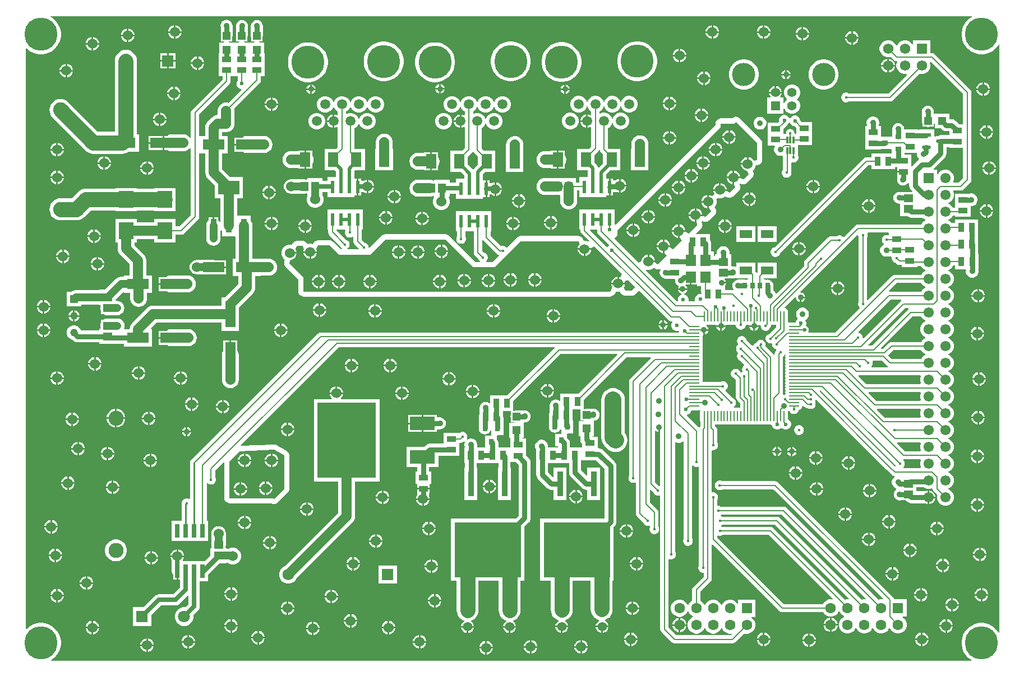
<source format=gtl>
G04*
G04 #@! TF.GenerationSoftware,Altium Limited,Altium Designer,24.6.1 (21)*
G04*
G04 Layer_Physical_Order=1*
G04 Layer_Color=255*
%FSLAX25Y25*%
%MOIN*%
G70*
G04*
G04 #@! TF.SameCoordinates,5EFEE535-70E5-4D74-9779-55D0C0DC933D*
G04*
G04*
G04 #@! TF.FilePolarity,Positive*
G04*
G01*
G75*
%ADD13C,0.01000*%
%ADD18R,0.02600X0.08000*%
%ADD19R,0.02953X0.03543*%
%ADD20R,0.05733X0.05136*%
%ADD21R,0.08661X0.09843*%
%ADD22R,0.15748X0.06299*%
%ADD23R,0.39764X0.33071*%
%ADD24R,0.03740X0.15158*%
%ADD25R,0.04724X0.04724*%
%ADD26R,0.06378X0.08583*%
%ADD27R,0.01181X0.03898*%
%ADD28R,0.04724X0.04724*%
%ADD29R,0.12598X0.06299*%
%ADD30R,0.05136X0.05733*%
%ADD31R,0.05315X0.03347*%
%ADD32R,0.06299X0.15748*%
%ADD33R,0.05906X0.06693*%
%ADD34R,0.07480X0.05118*%
%ADD35R,0.03347X0.05315*%
%ADD36R,0.02087X0.07795*%
%ADD37R,0.12795X0.08465*%
%ADD38R,0.03740X0.08465*%
%ADD39O,0.00984X0.06102*%
%ADD40O,0.06102X0.00984*%
%ADD41R,0.03543X0.03150*%
%ADD42R,0.35000X0.45000*%
%ADD43R,0.15000X0.08189*%
%ADD44R,0.05260X0.02303*%
G04:AMPARAMS|DCode=45|XSize=52.6mil|YSize=23.03mil|CornerRadius=11.52mil|HoleSize=0mil|Usage=FLASHONLY|Rotation=0.000|XOffset=0mil|YOffset=0mil|HoleType=Round|Shape=RoundedRectangle|*
%AMROUNDEDRECTD45*
21,1,0.05260,0.00000,0,0,0.0*
21,1,0.02957,0.02303,0,0,0.0*
1,1,0.02303,0.01478,0.00000*
1,1,0.02303,-0.01478,0.00000*
1,1,0.02303,-0.01478,0.00000*
1,1,0.02303,0.01478,0.00000*
%
%ADD45ROUNDEDRECTD45*%
%ADD46R,0.03150X0.03543*%
%ADD59R,0.06890X0.06890*%
%ADD60C,0.06890*%
%ADD61C,0.13780*%
%ADD62R,0.05591X0.05591*%
%ADD63C,0.05591*%
%ADD68R,0.06181X0.06181*%
%ADD69C,0.06181*%
%ADD72R,0.05512X0.05512*%
%ADD73C,0.05512*%
%ADD80C,0.10000*%
%ADD81C,0.00800*%
%ADD82C,0.02500*%
%ADD83C,0.03000*%
%ADD84C,0.04500*%
%ADD85C,0.06000*%
%ADD86C,0.09000*%
%ADD87C,0.02000*%
%ADD88C,0.06102*%
%ADD89R,0.06102X0.06102*%
%ADD90C,0.06299*%
%ADD91R,0.06299X0.06299*%
%ADD92R,0.07087X0.07087*%
%ADD93C,0.07087*%
%ADD94C,0.08976*%
%ADD95C,0.19685*%
%ADD96C,0.05906*%
%ADD97R,0.04598X0.04598*%
%ADD98C,0.04598*%
%ADD99C,0.08858*%
%ADD100C,0.06000*%
%ADD101C,0.01772*%
%ADD102C,0.03543*%
%ADD103C,0.02362*%
G36*
X593826Y406994D02*
X593273Y406712D01*
X591764Y405617D01*
X590446Y404298D01*
X589351Y402790D01*
X588505Y401130D01*
X587928Y399357D01*
X587637Y397516D01*
Y395652D01*
X587928Y393811D01*
X588505Y392038D01*
X589351Y390377D01*
X590446Y388869D01*
X591764Y387551D01*
X593273Y386455D01*
X594933Y385609D01*
X596706Y385033D01*
X598547Y384741D01*
X600411D01*
X602252Y385033D01*
X604025Y385609D01*
X605686Y386455D01*
X607194Y387551D01*
X608512Y388869D01*
X609608Y390377D01*
X609750Y390655D01*
X610236Y390539D01*
Y40424D01*
X609750Y40307D01*
X609608Y40586D01*
X608512Y42094D01*
X607194Y43412D01*
X605686Y44508D01*
X604025Y45354D01*
X602252Y45930D01*
X600411Y46221D01*
X598547D01*
X596706Y45930D01*
X594933Y45354D01*
X593273Y44508D01*
X591764Y43412D01*
X590446Y42094D01*
X589351Y40586D01*
X588505Y38925D01*
X587928Y37152D01*
X587637Y35311D01*
Y33447D01*
X587928Y31606D01*
X588505Y29833D01*
X589351Y28172D01*
X590446Y26664D01*
X591764Y25346D01*
X593273Y24250D01*
X593551Y24108D01*
X593434Y23622D01*
X46469D01*
X46352Y24108D01*
X46631Y24250D01*
X48139Y25346D01*
X49457Y26664D01*
X50553Y28172D01*
X51399Y29833D01*
X51975Y31606D01*
X52267Y33447D01*
Y35311D01*
X51975Y37152D01*
X51399Y38925D01*
X50553Y40586D01*
X49457Y42094D01*
X48139Y43412D01*
X46631Y44508D01*
X44970Y45354D01*
X43197Y45930D01*
X41356Y46221D01*
X39492D01*
X37651Y45930D01*
X35878Y45354D01*
X34218Y44508D01*
X32709Y43412D01*
X31958Y42660D01*
X31496Y42852D01*
Y388111D01*
X31958Y388302D01*
X32709Y387551D01*
X34218Y386455D01*
X35878Y385609D01*
X37651Y385033D01*
X39492Y384741D01*
X41356D01*
X43197Y385033D01*
X44970Y385609D01*
X46631Y386455D01*
X48139Y387551D01*
X49457Y388869D01*
X50553Y390377D01*
X51399Y392038D01*
X51975Y393811D01*
X52267Y395652D01*
Y397516D01*
X51975Y399357D01*
X51399Y401130D01*
X50553Y402790D01*
X49457Y404298D01*
X48139Y405617D01*
X46631Y406712D01*
X46078Y406994D01*
X46195Y407480D01*
X593709D01*
X593826Y406994D01*
D02*
G37*
%LPC*%
G36*
X470527Y402000D02*
X470500D01*
Y398500D01*
X474000D01*
Y398527D01*
X473727Y399544D01*
X473201Y400456D01*
X472456Y401201D01*
X471544Y401727D01*
X470527Y402000D01*
D02*
G37*
G36*
X469500D02*
X469473D01*
X468456Y401727D01*
X467544Y401201D01*
X466799Y400456D01*
X466273Y399544D01*
X466000Y398527D01*
Y398500D01*
X469500D01*
Y402000D01*
D02*
G37*
G36*
X440027D02*
X440000D01*
Y398500D01*
X443500D01*
Y398527D01*
X443227Y399544D01*
X442701Y400456D01*
X441956Y401201D01*
X441044Y401727D01*
X440027Y402000D01*
D02*
G37*
G36*
X439000D02*
X438973D01*
X437956Y401727D01*
X437044Y401201D01*
X436299Y400456D01*
X435773Y399544D01*
X435500Y398527D01*
Y398500D01*
X439000D01*
Y402000D01*
D02*
G37*
G36*
X120527D02*
X120500D01*
Y398500D01*
X124000D01*
Y398527D01*
X123727Y399544D01*
X123201Y400456D01*
X122456Y401201D01*
X121544Y401727D01*
X120527Y402000D01*
D02*
G37*
G36*
X119500D02*
X119473D01*
X118456Y401727D01*
X117544Y401201D01*
X116799Y400456D01*
X116273Y399544D01*
X116000Y398527D01*
Y398500D01*
X119500D01*
Y402000D01*
D02*
G37*
G36*
X493527Y401000D02*
X493500D01*
Y397500D01*
X497000D01*
Y397527D01*
X496727Y398544D01*
X496201Y399456D01*
X495456Y400201D01*
X494544Y400727D01*
X493527Y401000D01*
D02*
G37*
G36*
X492500D02*
X492473D01*
X491456Y400727D01*
X490544Y400201D01*
X489799Y399456D01*
X489273Y398544D01*
X489000Y397527D01*
Y397500D01*
X492500D01*
Y401000D01*
D02*
G37*
G36*
X92527Y400000D02*
X92500D01*
Y396500D01*
X96000D01*
Y396527D01*
X95727Y397544D01*
X95201Y398456D01*
X94456Y399201D01*
X93544Y399727D01*
X92527Y400000D01*
D02*
G37*
G36*
X91500D02*
X91473D01*
X90456Y399727D01*
X89544Y399201D01*
X88799Y398456D01*
X88273Y397544D01*
X88000Y396527D01*
Y396500D01*
X91500D01*
Y400000D01*
D02*
G37*
G36*
X523027Y398500D02*
X523000D01*
Y395000D01*
X526500D01*
Y395027D01*
X526227Y396044D01*
X525701Y396956D01*
X524956Y397701D01*
X524044Y398227D01*
X523027Y398500D01*
D02*
G37*
G36*
X522000D02*
X521973D01*
X520956Y398227D01*
X520044Y397701D01*
X519299Y396956D01*
X518773Y396044D01*
X518500Y395027D01*
Y395000D01*
X522000D01*
Y398500D01*
D02*
G37*
G36*
X474000Y397500D02*
X470500D01*
Y394000D01*
X470527D01*
X471544Y394273D01*
X472456Y394799D01*
X473201Y395544D01*
X473727Y396456D01*
X474000Y397473D01*
Y397500D01*
D02*
G37*
G36*
X469500D02*
X466000D01*
Y397473D01*
X466273Y396456D01*
X466799Y395544D01*
X467544Y394799D01*
X468456Y394273D01*
X469473Y394000D01*
X469500D01*
Y397500D01*
D02*
G37*
G36*
X443500D02*
X440000D01*
Y394000D01*
X440027D01*
X441044Y394273D01*
X441956Y394799D01*
X442701Y395544D01*
X443227Y396456D01*
X443500Y397473D01*
Y397500D01*
D02*
G37*
G36*
X439000D02*
X435500D01*
Y397473D01*
X435773Y396456D01*
X436299Y395544D01*
X437044Y394799D01*
X437956Y394273D01*
X438973Y394000D01*
X439000D01*
Y397500D01*
D02*
G37*
G36*
X124000D02*
X120500D01*
Y394000D01*
X120527D01*
X121544Y394273D01*
X122456Y394799D01*
X123201Y395544D01*
X123727Y396456D01*
X124000Y397473D01*
Y397500D01*
D02*
G37*
G36*
X119500D02*
X116000D01*
Y397473D01*
X116273Y396456D01*
X116799Y395544D01*
X117544Y394799D01*
X118456Y394273D01*
X119473Y394000D01*
X119500D01*
Y397500D01*
D02*
G37*
G36*
X497000Y396500D02*
X493500D01*
Y393000D01*
X493527D01*
X494544Y393273D01*
X495456Y393799D01*
X496201Y394544D01*
X496727Y395456D01*
X497000Y396473D01*
Y396500D01*
D02*
G37*
G36*
X492500D02*
X489000D01*
Y396473D01*
X489273Y395456D01*
X489799Y394544D01*
X490544Y393799D01*
X491456Y393273D01*
X492473Y393000D01*
X492500D01*
Y396500D01*
D02*
G37*
G36*
X96000Y395500D02*
X92500D01*
Y392000D01*
X92527D01*
X93544Y392273D01*
X94456Y392799D01*
X95201Y393544D01*
X95727Y394456D01*
X96000Y395473D01*
Y395500D01*
D02*
G37*
G36*
X91500D02*
X88000D01*
Y395473D01*
X88273Y394456D01*
X88799Y393544D01*
X89544Y392799D01*
X90456Y392273D01*
X91473Y392000D01*
X91500D01*
Y395500D01*
D02*
G37*
G36*
X71527Y395000D02*
X71500D01*
Y391500D01*
X75000D01*
Y391527D01*
X74727Y392544D01*
X74201Y393456D01*
X73456Y394201D01*
X72544Y394727D01*
X71527Y395000D01*
D02*
G37*
G36*
X70500D02*
X70473D01*
X69456Y394727D01*
X68544Y394201D01*
X67799Y393456D01*
X67273Y392544D01*
X67000Y391527D01*
Y391500D01*
X70500D01*
Y395000D01*
D02*
G37*
G36*
X569091Y393091D02*
X558910D01*
Y390678D01*
X558410Y390544D01*
X558074Y391126D01*
X557126Y392073D01*
X555965Y392744D01*
X554670Y393091D01*
X553330D01*
X552035Y392744D01*
X550874Y392073D01*
X549927Y391126D01*
X549260Y389971D01*
X549143Y389941D01*
X548857D01*
X548740Y389971D01*
X548073Y391126D01*
X547126Y392073D01*
X545965Y392744D01*
X544670Y393091D01*
X543330D01*
X542035Y392744D01*
X540874Y392073D01*
X539926Y391126D01*
X539256Y389965D01*
X538909Y388670D01*
Y387330D01*
X539256Y386035D01*
X539926Y384874D01*
X540874Y383927D01*
X542035Y383256D01*
X543330Y382909D01*
X544670D01*
X545427Y383112D01*
X547270Y381270D01*
X548064Y380739D01*
X549000Y380553D01*
X549096D01*
X549346Y380120D01*
X549256Y379965D01*
X548910Y378670D01*
Y377330D01*
X549256Y376035D01*
X549927Y374874D01*
X550874Y373926D01*
X552035Y373256D01*
X553330Y372909D01*
X554670D01*
X554801Y372944D01*
X555051Y372511D01*
X543986Y361447D01*
X520533D01*
X520114Y361689D01*
X519380Y361886D01*
X518620D01*
X517886Y361689D01*
X517228Y361309D01*
X516691Y360772D01*
X516311Y360114D01*
X516114Y359380D01*
Y358620D01*
X516311Y357886D01*
X516691Y357228D01*
X517228Y356691D01*
X517886Y356311D01*
X518620Y356114D01*
X519380D01*
X520114Y356311D01*
X520533Y356553D01*
X545000D01*
X545936Y356739D01*
X546730Y357270D01*
X562573Y373112D01*
X563330Y372909D01*
X564670D01*
X565965Y373256D01*
X567126Y373926D01*
X568074Y374874D01*
X568744Y376035D01*
X569091Y377330D01*
Y378670D01*
X568822Y379672D01*
X569116Y380189D01*
X569172Y380222D01*
X569300Y380239D01*
X588553Y360986D01*
Y342921D01*
X586319D01*
X584244Y344996D01*
X583513Y345557D01*
X582662Y345910D01*
X581748Y346030D01*
X580362D01*
Y349362D01*
X571675D01*
X571638Y349362D01*
X571175Y349451D01*
Y350557D01*
X571054Y351470D01*
X570702Y352322D01*
X570141Y353053D01*
X569410Y353614D01*
X568558Y353967D01*
X567644Y354087D01*
X566731Y353967D01*
X565879Y353614D01*
X565148Y353053D01*
X564587Y352322D01*
X564234Y351470D01*
X564114Y350557D01*
Y345088D01*
X564234Y344174D01*
X564370Y343847D01*
Y341638D01*
X566703D01*
X566819Y341590D01*
X567732Y341470D01*
X568646Y341590D01*
X568761Y341638D01*
X571095D01*
Y343588D01*
X571138Y343629D01*
X571638Y343410D01*
Y340638D01*
X575370D01*
X576004Y340004D01*
X576735Y339443D01*
X577586Y339090D01*
X578500Y338970D01*
X580286D01*
X580342Y338913D01*
Y336530D01*
X575095D01*
X574181Y336410D01*
X573623Y336179D01*
X573617D01*
X572794Y336071D01*
X572027Y335753D01*
X571984Y335720D01*
X571535Y335941D01*
Y339892D01*
X562275D01*
Y339778D01*
X561657D01*
Y339921D01*
X553530D01*
Y340300D01*
X553410Y341214D01*
X553057Y342065D01*
X552496Y342796D01*
X551765Y343357D01*
X550914Y343710D01*
X550000Y343830D01*
X549086Y343710D01*
X548235Y343357D01*
X547504Y342796D01*
X546943Y342065D01*
X546590Y341214D01*
X546470Y340300D01*
Y336983D01*
X546390Y336791D01*
X546270Y335877D01*
X546166Y335714D01*
X546085Y335625D01*
X545805Y335575D01*
X545427Y335575D01*
X539657D01*
Y341921D01*
X538530D01*
Y342602D01*
X538772Y343503D01*
Y344496D01*
X538515Y345456D01*
X538018Y346316D01*
X537316Y347018D01*
X536456Y347515D01*
X535497Y347772D01*
X534503D01*
X533544Y347515D01*
X532684Y347018D01*
X531982Y346316D01*
X531485Y345456D01*
X531228Y344496D01*
Y343503D01*
X531470Y342602D01*
Y341921D01*
X530342D01*
Y334575D01*
Y328079D01*
X539657D01*
Y328222D01*
X541815D01*
X542729Y328342D01*
X542929Y328425D01*
X545835D01*
X546165Y328062D01*
Y325658D01*
X534079D01*
Y323447D01*
X531000D01*
X530064Y323261D01*
X529270Y322730D01*
X476354Y269814D01*
X475886Y269689D01*
X475228Y269309D01*
X474691Y268772D01*
X474311Y268114D01*
X474114Y267380D01*
Y266620D01*
X474311Y265886D01*
X474691Y265228D01*
X475228Y264691D01*
X475886Y264311D01*
X476620Y264114D01*
X477380D01*
X478114Y264311D01*
X478772Y264691D01*
X479309Y265228D01*
X479689Y265886D01*
X479814Y266354D01*
X532014Y318553D01*
X534079D01*
Y316342D01*
X547921D01*
Y317385D01*
X548343Y317575D01*
X548905D01*
X549342Y317425D01*
Y315252D01*
X553000D01*
Y314252D01*
X549342D01*
Y312079D01*
X549470D01*
Y311206D01*
X549390Y311014D01*
X549270Y310100D01*
X549390Y309186D01*
X549743Y308335D01*
X550304Y307604D01*
X551035Y307043D01*
X551886Y306690D01*
X552800Y306570D01*
X553714Y306690D01*
X554565Y307043D01*
X555296Y307604D01*
X555496Y307804D01*
X555970Y308421D01*
X556470Y308290D01*
Y306500D01*
X556590Y305586D01*
X556943Y304735D01*
X557504Y304004D01*
X558305Y303203D01*
X558114Y302741D01*
X556553D01*
X555872Y302830D01*
X550600D01*
X549686Y302710D01*
X548835Y302357D01*
X548104Y301796D01*
X547543Y301065D01*
X547190Y300214D01*
X547070Y299300D01*
X547190Y298386D01*
X547543Y297535D01*
X548104Y296804D01*
X548835Y296243D01*
X549686Y295890D01*
X550600Y295770D01*
X551133D01*
Y288260D01*
X555650D01*
X556063Y287943D01*
X556914Y287590D01*
X557828Y287470D01*
X564387D01*
X564898Y286958D01*
X566050Y286293D01*
X566211Y286250D01*
Y285750D01*
X566050Y285707D01*
X564898Y285042D01*
X563958Y284102D01*
X563580Y283447D01*
X526000D01*
X525064Y283261D01*
X524270Y282730D01*
X517663Y276124D01*
X516957Y276124D01*
X516772Y276309D01*
X516114Y276689D01*
X515380Y276886D01*
X514620D01*
X513886Y276689D01*
X513467Y276447D01*
X510000D01*
X509064Y276261D01*
X508270Y275730D01*
X494770Y262230D01*
X494239Y261436D01*
X494053Y260500D01*
Y258766D01*
X477653Y242366D01*
X477063Y242483D01*
X476886Y242912D01*
X476325Y243643D01*
X475916Y244052D01*
Y246976D01*
X475796Y247890D01*
X475443Y248742D01*
X474882Y249473D01*
X474858Y249496D01*
X474839Y249512D01*
Y249772D01*
X474500D01*
X474127Y250057D01*
X473276Y250410D01*
X472362Y250530D01*
X471614Y250432D01*
X471114Y250750D01*
Y250772D01*
X470085D01*
Y251441D01*
X477740D01*
Y260559D01*
X466260D01*
Y254956D01*
X465998Y254773D01*
X465413Y254889D01*
X465142Y255294D01*
Y260559D01*
X453661D01*
Y258509D01*
X453246Y258231D01*
X452814Y258410D01*
X451900Y258530D01*
X451367Y258460D01*
X450867Y258874D01*
Y265740D01*
X450058D01*
X449754Y266137D01*
X449772Y266203D01*
Y267196D01*
X449515Y268156D01*
X449018Y269016D01*
X448316Y269718D01*
X447456Y270215D01*
X446497Y270472D01*
X445503D01*
X444544Y270215D01*
X443684Y269718D01*
X442982Y269016D01*
X442485Y268156D01*
X442228Y267196D01*
Y266203D01*
X442246Y266137D01*
X441942Y265740D01*
X441133D01*
Y264703D01*
X440283D01*
Y267347D01*
X438861D01*
Y271917D01*
X438741Y272831D01*
X438388Y273682D01*
X437921Y274291D01*
Y277658D01*
X430090D01*
X429899Y278119D01*
X432717Y280937D01*
X432732Y280958D01*
X432752Y280974D01*
X432972Y281271D01*
X433197Y281564D01*
X433207Y281588D01*
X433223Y281608D01*
X433358Y281952D01*
X433500Y282294D01*
X433503Y282319D01*
X433512Y282343D01*
X433555Y282711D01*
X433603Y283077D01*
X433599Y283102D01*
X433602Y283128D01*
X433548Y283494D01*
X433500Y283860D01*
X433490Y283884D01*
X433486Y283909D01*
X433200Y284909D01*
X433285Y285074D01*
X433426Y285215D01*
X433591Y285300D01*
X434591Y285014D01*
X434616Y285010D01*
X434640Y285000D01*
X435007Y284952D01*
X435372Y284898D01*
X435398Y284901D01*
X435423Y284897D01*
X435789Y284945D01*
X436157Y284987D01*
X436181Y284997D01*
X436206Y285000D01*
X436548Y285142D01*
X436892Y285277D01*
X436912Y285293D01*
X436936Y285303D01*
X437229Y285528D01*
X437526Y285748D01*
X437542Y285768D01*
X437563Y285784D01*
X440900Y289120D01*
X441380Y289747D01*
X441683Y290477D01*
X441786Y291260D01*
X441683Y292043D01*
X441380Y292773D01*
X440818Y293747D01*
X441001Y293930D01*
X441659Y295070D01*
X442000Y296342D01*
Y297658D01*
X441829Y298295D01*
X442705Y299171D01*
X443342Y299000D01*
X444658D01*
X445930Y299341D01*
X447070Y299999D01*
X447253Y300182D01*
X448227Y299620D01*
X448957Y299317D01*
X449740Y299214D01*
X450523Y299317D01*
X451253Y299620D01*
X451880Y300100D01*
X451880Y300100D01*
X455217Y303437D01*
X455232Y303458D01*
X455252Y303474D01*
X455472Y303771D01*
X455697Y304064D01*
X455707Y304088D01*
X455723Y304108D01*
X455858Y304452D01*
X456000Y304794D01*
X456003Y304819D01*
X456012Y304843D01*
X456055Y305211D01*
X456103Y305577D01*
X456099Y305602D01*
X456102Y305628D01*
X456048Y305994D01*
X456000Y306360D01*
X455990Y306384D01*
X455986Y306409D01*
X455700Y307409D01*
X455785Y307574D01*
X455926Y307715D01*
X456090Y307800D01*
X457091Y307514D01*
X457116Y307510D01*
X457140Y307500D01*
X457507Y307452D01*
X457872Y307398D01*
X457898Y307401D01*
X457923Y307397D01*
X458290Y307446D01*
X458657Y307488D01*
X458681Y307497D01*
X458706Y307500D01*
X459048Y307642D01*
X459392Y307777D01*
X459412Y307793D01*
X459436Y307803D01*
X459729Y308028D01*
X460026Y308248D01*
X460042Y308268D01*
X460063Y308283D01*
X463140Y311360D01*
X463260Y311518D01*
X463401Y311658D01*
X463500Y311830D01*
X463621Y311987D01*
X463696Y312170D01*
X463796Y312342D01*
X463847Y312534D01*
X463923Y312717D01*
X463949Y312913D01*
X464000Y313105D01*
Y313303D01*
X464026Y313500D01*
X464000Y313697D01*
Y313895D01*
X463949Y314087D01*
X463923Y314283D01*
X463847Y314466D01*
X463796Y314658D01*
X463471Y315442D01*
X463570Y315499D01*
X464501Y316430D01*
X465159Y317570D01*
X465433Y318592D01*
X466319Y318724D01*
X466668Y318824D01*
X466721Y318838D01*
X466783Y318846D01*
X466837Y318869D01*
X467019Y318917D01*
X467146Y318969D01*
X467324Y319070D01*
X467513Y319149D01*
X467665Y319265D01*
X467832Y319361D01*
X467977Y319505D01*
X468140Y319630D01*
X468256Y319782D01*
X468393Y319917D01*
X468496Y320094D01*
X468620Y320256D01*
X468694Y320433D01*
X468790Y320599D01*
X468844Y320797D01*
X468923Y320986D01*
X468948Y321176D01*
X468998Y321361D01*
X468999Y321566D01*
X469026Y321769D01*
Y332000D01*
X468923Y332783D01*
X468620Y333513D01*
X468140Y334140D01*
X455640Y346640D01*
X455013Y347120D01*
X454283Y347423D01*
X453500Y347526D01*
X452717Y347423D01*
X451987Y347120D01*
X451360Y346640D01*
X451360Y346640D01*
X451247Y346526D01*
X444500D01*
X443717Y346423D01*
X442987Y346121D01*
X442360Y345640D01*
X441880Y345013D01*
X441577Y344283D01*
X441474Y343500D01*
Y342753D01*
X382005Y283284D01*
X381543Y283476D01*
Y292193D01*
X360457D01*
Y280398D01*
X361053D01*
Y279800D01*
X361239Y278864D01*
X361770Y278070D01*
X366293Y273546D01*
X365986Y273146D01*
X365511Y273421D01*
X364239Y273761D01*
X363107D01*
X362911Y274361D01*
X362869Y274449D01*
X362845Y274543D01*
X362699Y274804D01*
X362569Y275073D01*
X362506Y275147D01*
X362459Y275232D01*
X362400Y275311D01*
X362248Y275467D01*
X362115Y275640D01*
X361973Y275749D01*
X361848Y275877D01*
X361661Y275988D01*
X361489Y276120D01*
X361323Y276189D01*
X361169Y276280D01*
X360960Y276340D01*
X360759Y276423D01*
X360581Y276446D01*
X360409Y276495D01*
X360191Y276498D01*
X359976Y276526D01*
X325500D01*
X324717Y276423D01*
X323987Y276120D01*
X323360Y275640D01*
X317239Y269519D01*
X316733Y270026D01*
X316074Y270406D01*
X315341Y270602D01*
X314581D01*
X313847Y270406D01*
X313794Y270375D01*
X307593Y276577D01*
Y279398D01*
X308189D01*
Y291193D01*
X287102D01*
Y279398D01*
X287699D01*
Y276348D01*
X287456Y275929D01*
X287260Y275195D01*
Y274435D01*
X287456Y273701D01*
X287836Y273043D01*
X288374Y272506D01*
X289032Y272126D01*
X289766Y271929D01*
X290526D01*
X291260Y272126D01*
X291918Y272506D01*
X292455Y273043D01*
X292835Y273701D01*
X293032Y274435D01*
Y275195D01*
X292835Y275929D01*
X292593Y276348D01*
Y279398D01*
X297699D01*
Y266783D01*
X297885Y265847D01*
X298415Y265053D01*
X300335Y263133D01*
X300460Y262666D01*
X300840Y262008D01*
X301322Y261526D01*
X301285Y261292D01*
X301147Y261026D01*
X298753D01*
X283140Y276640D01*
X282513Y277120D01*
X281783Y277423D01*
X281000Y277526D01*
X245000D01*
X244217Y277423D01*
X243487Y277120D01*
X242860Y276640D01*
X235669Y269448D01*
X235169Y269656D01*
Y270065D01*
X234973Y270799D01*
X234593Y271457D01*
X234055Y271994D01*
X233397Y272374D01*
X232930Y272499D01*
X231081Y274348D01*
Y280398D01*
X231677D01*
Y292193D01*
X210591D01*
Y280398D01*
X211187D01*
Y278866D01*
X211373Y277930D01*
X211904Y277136D01*
X218185Y270854D01*
X218311Y270386D01*
X218691Y269728D01*
X219228Y269191D01*
X219514Y269026D01*
X219380Y268526D01*
X218753D01*
X214140Y273140D01*
X214122Y273153D01*
X214108Y273171D01*
X213809Y273393D01*
X213513Y273621D01*
X213492Y273629D01*
X213474Y273642D01*
X213128Y273780D01*
X212783Y273923D01*
X212761Y273926D01*
X212740Y273934D01*
X212370Y273977D01*
X212000Y274026D01*
X211978Y274023D01*
X211955Y274026D01*
X205043Y273924D01*
X205035Y273923D01*
X205027Y273924D01*
X204643Y273865D01*
X204261Y273809D01*
X204254Y273806D01*
X204246Y273805D01*
X203891Y273650D01*
X203536Y273496D01*
X203530Y273491D01*
X203522Y273488D01*
X203221Y273247D01*
X202916Y273006D01*
X202911Y273000D01*
X202905Y272995D01*
X202512Y272586D01*
X202410Y272448D01*
X202289Y272326D01*
X202177Y272131D01*
X202044Y271950D01*
X201981Y271790D01*
X201976Y271781D01*
X201158Y272000D01*
X199842D01*
X198856Y271736D01*
X198800Y271854D01*
X198688Y272029D01*
X198598Y272217D01*
X198475Y272360D01*
X198372Y272518D01*
X198219Y272658D01*
X198083Y272816D01*
X197859Y273017D01*
X197582Y273205D01*
X197315Y273405D01*
X197257Y273428D01*
X197206Y273462D01*
X196891Y273573D01*
X196580Y273696D01*
X196519Y273704D01*
X196461Y273724D01*
X196128Y273749D01*
X195796Y273788D01*
X192724Y273743D01*
X192386Y273693D01*
X192047Y273656D01*
X191996Y273636D01*
X191942Y273628D01*
X191629Y273493D01*
X191311Y273369D01*
X191267Y273337D01*
X191217Y273315D01*
X190949Y273104D01*
X190674Y272902D01*
X190640Y272859D01*
X190597Y272825D01*
X190394Y272551D01*
X190180Y272286D01*
X189628Y271374D01*
X189158Y271500D01*
X187842D01*
X186570Y271159D01*
X185430Y270501D01*
X184499Y269570D01*
X183841Y268430D01*
X183500Y267158D01*
Y265842D01*
X183841Y264570D01*
X184499Y263430D01*
X185430Y262499D01*
X185529Y262442D01*
X185204Y261658D01*
X185153Y261466D01*
X185077Y261283D01*
X185051Y261087D01*
X185000Y260895D01*
Y260697D01*
X184974Y260500D01*
X185000Y260303D01*
Y260105D01*
X185051Y259913D01*
X185077Y259717D01*
X185153Y259534D01*
X185204Y259342D01*
X185304Y259170D01*
X185380Y258987D01*
X185500Y258830D01*
X185599Y258658D01*
X185740Y258518D01*
X185860Y258360D01*
X193474Y250747D01*
Y243500D01*
X193577Y242717D01*
X193879Y241987D01*
X194360Y241360D01*
X194987Y240880D01*
X195717Y240577D01*
X196500Y240474D01*
X378500D01*
X378500Y240474D01*
X379283Y240577D01*
X380013Y240880D01*
X380640Y241360D01*
X381442Y242163D01*
X381593Y242359D01*
X381762Y242540D01*
X382016Y242894D01*
X382026Y242912D01*
X382039Y242927D01*
X382212Y243260D01*
X382301Y243428D01*
X382922Y243261D01*
X384239D01*
X384678Y243379D01*
X385172Y242508D01*
X385179Y242498D01*
X385184Y242487D01*
X385417Y242183D01*
X385648Y241878D01*
X385658Y241870D01*
X385665Y241860D01*
X385969Y241627D01*
X386271Y241392D01*
X386282Y241387D01*
X386292Y241379D01*
X386646Y241233D01*
X386998Y241084D01*
X387010Y241082D01*
X387021Y241077D01*
X387401Y241027D01*
X387780Y240974D01*
X387792Y240976D01*
X387805Y240974D01*
X391500D01*
X392283Y241077D01*
X393013Y241379D01*
X393640Y241860D01*
X395809Y244030D01*
X413270Y226570D01*
X414064Y226039D01*
X415000Y225853D01*
X415647D01*
X415854Y225353D01*
X415755Y225253D01*
X415336Y224528D01*
X415119Y223719D01*
Y222881D01*
X415336Y222072D01*
X415755Y221347D01*
X416347Y220755D01*
X417072Y220336D01*
X417881Y220119D01*
X418719D01*
X419304Y220276D01*
X419727Y220011D01*
X419808Y219544D01*
X419500Y219163D01*
X206716D01*
X205780Y218977D01*
X204986Y218447D01*
X130132Y143593D01*
X129698Y143302D01*
X129145Y142475D01*
X128951Y141500D01*
Y120283D01*
X128451Y119994D01*
X128114Y120189D01*
X127380Y120386D01*
X126620D01*
X125886Y120189D01*
X125228Y119809D01*
X124691Y119272D01*
X124311Y118614D01*
X124114Y117880D01*
Y117820D01*
X123951Y117000D01*
Y107100D01*
X118200D01*
Y95100D01*
X139800D01*
Y107100D01*
X138947D01*
Y129265D01*
X139447Y129472D01*
X139728Y129191D01*
X140386Y128811D01*
X141120Y128614D01*
X141880D01*
X142614Y128811D01*
X143272Y129191D01*
X143809Y129728D01*
X144189Y130386D01*
X144386Y131120D01*
Y131880D01*
X144189Y132614D01*
X143947Y133033D01*
Y136986D01*
X148974Y142014D01*
X149474Y141806D01*
Y120500D01*
X149577Y119717D01*
X149880Y118987D01*
X150360Y118360D01*
X150987Y117879D01*
X151717Y117577D01*
X152500Y117474D01*
X177364D01*
X177487Y117379D01*
X178217Y117077D01*
X179000Y116974D01*
X179783Y117077D01*
X180513Y117379D01*
X181140Y117860D01*
X187140Y123860D01*
X187620Y124487D01*
X187923Y125217D01*
X188026Y126000D01*
Y146000D01*
X187975Y146386D01*
X187926Y146770D01*
X187924Y146776D01*
X187923Y146783D01*
X187774Y147142D01*
X187627Y147501D01*
X187623Y147507D01*
X187620Y147513D01*
X187384Y147821D01*
X187149Y148130D01*
X187144Y148134D01*
X187140Y148140D01*
X186831Y148377D01*
X186525Y148614D01*
X180525Y152114D01*
X180450Y152145D01*
X180384Y152191D01*
X180087Y152297D01*
X179796Y152419D01*
X179716Y152430D01*
X179640Y152457D01*
X179326Y152483D01*
X179014Y152526D01*
X178933Y152516D01*
X178853Y152522D01*
X159183Y151563D01*
X158981Y152020D01*
X217293Y210332D01*
X345719D01*
X345910Y209871D01*
X317697Y181658D01*
X307379D01*
Y177186D01*
X306879Y176940D01*
X306465Y177257D01*
X305614Y177610D01*
X304700Y177730D01*
X303786Y177610D01*
X302935Y177257D01*
X302204Y176696D01*
X301643Y175965D01*
X301290Y175114D01*
X301170Y174200D01*
X301222Y173805D01*
Y170298D01*
X301203Y170273D01*
X300850Y169422D01*
X300730Y168508D01*
Y161937D01*
X300850Y161023D01*
X301203Y160172D01*
X301685Y159543D01*
Y159165D01*
X302123D01*
X302495Y158880D01*
X303346Y158527D01*
X304260Y158407D01*
X305173Y158527D01*
X306025Y158880D01*
X306397Y159165D01*
X306835D01*
Y159543D01*
X307317Y160172D01*
X307670Y161023D01*
X308165Y160958D01*
Y158335D01*
X308165Y158165D01*
X307802Y157835D01*
X304425D01*
Y150657D01*
X300016D01*
X299632Y151157D01*
X299779Y151706D01*
Y152699D01*
X299522Y153658D01*
X299026Y154518D01*
X298323Y155220D01*
X297463Y155717D01*
X296504Y155974D01*
X295511D01*
X294552Y155717D01*
X293977Y155385D01*
X293611Y155751D01*
X293689Y155886D01*
X293886Y156620D01*
Y157380D01*
X293689Y158114D01*
X293309Y158772D01*
X292772Y159309D01*
X292114Y159689D01*
X291380Y159886D01*
X290620D01*
X289886Y159689D01*
X289558Y159499D01*
X289057Y159521D01*
X289057Y159521D01*
X289057Y159521D01*
X279743D01*
Y152882D01*
X271492D01*
X270578Y152762D01*
X269727Y152409D01*
X268995Y151848D01*
X268995Y151848D01*
X268242Y151094D01*
X257640D01*
Y138906D01*
X264170D01*
Y136321D01*
X263042D01*
Y128975D01*
X263604D01*
X264042Y128825D01*
Y126652D01*
X267700D01*
X271357D01*
Y128825D01*
X271796Y128975D01*
X272358D01*
Y136321D01*
X271230D01*
Y138906D01*
X276640D01*
Y145822D01*
X279743D01*
Y145679D01*
X289057D01*
Y152175D01*
Y153401D01*
X289848D01*
X290785Y153587D01*
X291578Y154118D01*
X291646Y154185D01*
X292114Y154311D01*
X292382Y154466D01*
X292748Y154100D01*
X292493Y153658D01*
X292236Y152699D01*
Y151706D01*
X292383Y151157D01*
X292079Y150657D01*
X292079D01*
Y141342D01*
X292470D01*
Y138579D01*
X292130D01*
Y119421D01*
X299870D01*
Y138579D01*
X299530D01*
Y141342D01*
X312470D01*
Y138579D01*
X312130D01*
Y119421D01*
X319870D01*
Y138579D01*
X319530D01*
Y142079D01*
X322681D01*
X324370Y140390D01*
Y110062D01*
X322670Y108362D01*
X284118D01*
Y71291D01*
X287469D01*
Y53843D01*
X287594Y52568D01*
X287966Y51343D01*
X288569Y50214D01*
X289244Y49392D01*
Y49087D01*
X289549D01*
X290371Y48412D01*
X291500Y47808D01*
X291937Y47676D01*
X291994Y47179D01*
X291694Y47006D01*
X290995Y46306D01*
X290500Y45450D01*
X290246Y44500D01*
X294000D01*
X297754D01*
X297500Y45450D01*
X297006Y46306D01*
X296306Y47006D01*
X296006Y47179D01*
X296063Y47676D01*
X296499Y47808D01*
X297629Y48412D01*
X298451Y49087D01*
X298756D01*
Y49392D01*
X299431Y50214D01*
X300034Y51343D01*
X300406Y52568D01*
X300531Y53843D01*
Y71291D01*
X312469D01*
Y53843D01*
X312594Y52568D01*
X312966Y51343D01*
X313569Y50214D01*
X314244Y49392D01*
Y49087D01*
X314549D01*
X315371Y48412D01*
X316500Y47808D01*
X316937Y47676D01*
X316994Y47179D01*
X316694Y47006D01*
X315995Y46306D01*
X315500Y45450D01*
X315246Y44500D01*
X319000D01*
X322754D01*
X322500Y45450D01*
X322006Y46306D01*
X321306Y47006D01*
X321006Y47179D01*
X321063Y47676D01*
X321499Y47808D01*
X322629Y48412D01*
X323451Y49087D01*
X323756D01*
Y49392D01*
X324431Y50214D01*
X325034Y51343D01*
X325406Y52568D01*
X325531Y53843D01*
Y71291D01*
X327882D01*
Y103589D01*
X330396Y106104D01*
X330957Y106835D01*
X331310Y107686D01*
X331430Y108600D01*
Y141852D01*
X331310Y142766D01*
X330957Y143617D01*
X330396Y144348D01*
X328658Y146087D01*
Y148575D01*
Y155921D01*
X326530D01*
Y156504D01*
X327362D01*
Y165104D01*
X327362Y165228D01*
X327663Y165604D01*
X327934D01*
X328848Y165724D01*
X329699Y166077D01*
X330430Y166638D01*
X330496Y166704D01*
X331057Y167435D01*
X331410Y168286D01*
X331530Y169200D01*
X331410Y170114D01*
X331057Y170965D01*
X330496Y171696D01*
X329765Y172257D01*
X328914Y172610D01*
X328000Y172730D01*
X327498Y172664D01*
X323000D01*
X322086Y172544D01*
X321971Y172496D01*
X321221D01*
Y178261D01*
X349356Y206396D01*
X382782D01*
X382973Y205934D01*
X359697Y182658D01*
X349179D01*
Y178610D01*
X348679Y178363D01*
X348165Y178757D01*
X347314Y179110D01*
X346400Y179230D01*
X345486Y179110D01*
X344635Y178757D01*
X343904Y178196D01*
X343856Y178148D01*
X343295Y177417D01*
X342942Y176566D01*
X342822Y175652D01*
Y171298D01*
X342803Y171273D01*
X342450Y170422D01*
X342330Y169508D01*
Y162937D01*
X342450Y162023D01*
X342803Y161172D01*
X343285Y160543D01*
Y160165D01*
X343723D01*
X344095Y159880D01*
X344946Y159527D01*
X345860Y159407D01*
X346774Y159527D01*
X347625Y159880D01*
X347997Y160165D01*
X348435D01*
Y160543D01*
X348917Y161172D01*
X349012Y161401D01*
X349599Y161511D01*
X349765Y161335D01*
Y159335D01*
X349765Y159165D01*
X349402Y158835D01*
X346025D01*
Y151291D01*
X347822D01*
Y150657D01*
X341882D01*
Y151148D01*
X341772Y151988D01*
Y151997D01*
X341769Y152005D01*
X341762Y152062D01*
X341740Y152114D01*
X341515Y152956D01*
X341018Y153816D01*
X340316Y154518D01*
X339456Y155015D01*
X338496Y155272D01*
X337504D01*
X336544Y155015D01*
X335684Y154518D01*
X334982Y153816D01*
X334485Y152956D01*
X334228Y151997D01*
Y151003D01*
X334485Y150044D01*
X334679Y149709D01*
Y141342D01*
X334822D01*
Y134448D01*
X334942Y133534D01*
X335295Y132683D01*
X335856Y131952D01*
X341288Y126520D01*
X342019Y125959D01*
X342871Y125606D01*
X343784Y125486D01*
X345130D01*
Y119437D01*
X352870D01*
Y138594D01*
X345130D01*
Y133316D01*
X344668Y133124D01*
X341882Y135910D01*
Y141342D01*
X354318D01*
Y135752D01*
X354438Y134838D01*
X354791Y133987D01*
X355352Y133256D01*
X362088Y126520D01*
X362819Y125959D01*
X363671Y125606D01*
X364584Y125486D01*
X365130D01*
Y119437D01*
X372870D01*
Y138594D01*
X365130D01*
Y134116D01*
X364668Y133924D01*
X361378Y137214D01*
Y141342D01*
X361521D01*
Y142889D01*
X361943Y143079D01*
X362021Y143079D01*
X370529D01*
X375470Y138138D01*
Y108378D01*
X337118D01*
Y71307D01*
X343469D01*
Y54000D01*
X343594Y52726D01*
X343966Y51500D01*
X344569Y50371D01*
X345244Y49549D01*
Y49244D01*
X345549D01*
X346371Y48569D01*
X347500Y47966D01*
X347937Y47833D01*
X347994Y47337D01*
X347694Y47163D01*
X346994Y46464D01*
X346500Y45607D01*
X346246Y44657D01*
X350000D01*
X353754D01*
X353500Y45607D01*
X353006Y46464D01*
X352306Y47163D01*
X352006Y47337D01*
X352063Y47833D01*
X352500Y47966D01*
X353629Y48569D01*
X354451Y49244D01*
X354756D01*
Y49549D01*
X355431Y50371D01*
X356034Y51500D01*
X356406Y52726D01*
X356531Y54000D01*
Y71307D01*
X367169D01*
Y54300D01*
X367294Y53026D01*
X367666Y51801D01*
X368269Y50671D01*
X369082Y49682D01*
X369244Y49548D01*
Y49244D01*
X369615D01*
X370071Y48869D01*
X371200Y48266D01*
X372120Y47987D01*
X372183Y47445D01*
X371694Y47163D01*
X370994Y46464D01*
X370500Y45607D01*
X370246Y44657D01*
X374000D01*
X377754D01*
X377500Y45607D01*
X377006Y46464D01*
X376306Y47163D01*
X375610Y47565D01*
X375645Y48098D01*
X376200Y48266D01*
X377329Y48869D01*
X377785Y49244D01*
X378756D01*
Y50215D01*
X379131Y50671D01*
X379734Y51801D01*
X380106Y53026D01*
X380231Y54300D01*
Y71307D01*
X380882D01*
Y103389D01*
X381496Y104004D01*
X382057Y104735D01*
X382410Y105586D01*
X382530Y106500D01*
Y139600D01*
X382410Y140514D01*
X382057Y141365D01*
X381496Y142096D01*
X374344Y149248D01*
X373613Y149809D01*
X372762Y150162D01*
X371848Y150282D01*
X371257D01*
Y156921D01*
X368130D01*
Y157504D01*
X368962D01*
Y166116D01*
X368962Y166228D01*
X369160Y166647D01*
X369747Y166724D01*
X370599Y167077D01*
X371330Y167638D01*
X371396Y167704D01*
X371957Y168435D01*
X372310Y169286D01*
X372430Y170200D01*
X372310Y171114D01*
X371957Y171965D01*
X371396Y172696D01*
X370665Y173257D01*
X369814Y173610D01*
X368900Y173730D01*
X368398Y173664D01*
X364600D01*
X363686Y173544D01*
X363571Y173496D01*
X363021D01*
Y179061D01*
X388388Y204427D01*
X402813D01*
X403004Y203965D01*
X390770Y191730D01*
X390239Y190936D01*
X390053Y190000D01*
Y134033D01*
X389811Y133614D01*
X389614Y132880D01*
Y132120D01*
X389811Y131386D01*
X390191Y130728D01*
X390728Y130191D01*
X391386Y129811D01*
X392120Y129614D01*
X392880D01*
X393553Y129795D01*
X393842Y129686D01*
X394053Y129564D01*
Y111500D01*
X394239Y110564D01*
X394770Y109770D01*
X398185Y106354D01*
X398311Y105886D01*
X398691Y105228D01*
X399228Y104691D01*
X399886Y104311D01*
X400620Y104114D01*
X401380D01*
X402053Y104295D01*
X402342Y104186D01*
X402553Y104064D01*
Y103533D01*
X402311Y103114D01*
X402114Y102380D01*
Y101620D01*
X402311Y100886D01*
X402691Y100228D01*
X403228Y99691D01*
X403886Y99311D01*
X404620Y99114D01*
X405380D01*
X406114Y99311D01*
X406772Y99691D01*
X407309Y100228D01*
X407689Y100886D01*
X407886Y101620D01*
Y102380D01*
X407689Y103114D01*
X407447Y103533D01*
Y111944D01*
X407261Y112881D01*
X406730Y113674D01*
X402447Y117958D01*
Y125439D01*
X402909Y125630D01*
X404185Y124354D01*
X404311Y123886D01*
X404691Y123228D01*
X405228Y122691D01*
X405886Y122311D01*
X406620Y122114D01*
X407380D01*
X408053Y122294D01*
X408342Y122186D01*
X408553Y122064D01*
Y42500D01*
X408739Y41564D01*
X409270Y40770D01*
X415270Y34770D01*
X416064Y34239D01*
X417000Y34053D01*
X451500D01*
X452436Y34239D01*
X453230Y34770D01*
X458525Y40064D01*
X459322Y39850D01*
X460678D01*
X461988Y40201D01*
X463162Y40879D01*
X464121Y41838D01*
X464799Y43012D01*
X465150Y44322D01*
Y45678D01*
X464799Y46988D01*
X464121Y48162D01*
X463162Y49121D01*
X462764Y49350D01*
X462898Y49850D01*
X465150D01*
Y60150D01*
X454850D01*
Y57898D01*
X454350Y57764D01*
X454121Y58162D01*
X453162Y59121D01*
X451988Y59799D01*
X450678Y60150D01*
X449322D01*
X448012Y59799D01*
X446838Y59121D01*
X445879Y58162D01*
X445278Y57121D01*
X445119Y57077D01*
X444881D01*
X444722Y57121D01*
X444121Y58162D01*
X443162Y59121D01*
X441988Y59799D01*
X440678Y60150D01*
X439322D01*
X438012Y59799D01*
X436838Y59121D01*
X435879Y58162D01*
X435278Y57121D01*
X435119Y57077D01*
X434881D01*
X434722Y57121D01*
X434121Y58162D01*
X433162Y59121D01*
X432447Y59534D01*
Y64986D01*
X438451Y70990D01*
X438981Y71784D01*
X439167Y72720D01*
Y92719D01*
X439629Y92910D01*
X479206Y53334D01*
X480000Y52803D01*
X480936Y52617D01*
X505269D01*
X505682Y51902D01*
X506640Y50943D01*
X507815Y50265D01*
X509124Y49914D01*
X510480D01*
X511790Y50265D01*
X512964Y50943D01*
X513923Y51902D01*
X514524Y52943D01*
X514683Y52987D01*
X514921D01*
X515081Y52943D01*
X515682Y51902D01*
X516640Y50943D01*
X517681Y50342D01*
X517725Y50183D01*
Y49945D01*
X517681Y49786D01*
X516640Y49185D01*
X515682Y48226D01*
X515004Y47052D01*
X514653Y45742D01*
Y44386D01*
X515004Y43076D01*
X515682Y41902D01*
X516640Y40943D01*
X517815Y40265D01*
X519124Y39914D01*
X520480D01*
X521790Y40265D01*
X522964Y40943D01*
X523923Y41902D01*
X524524Y42943D01*
X524683Y42987D01*
X524921D01*
X525081Y42943D01*
X525681Y41902D01*
X526640Y40943D01*
X527815Y40265D01*
X529124Y39914D01*
X530480D01*
X531790Y40265D01*
X532964Y40943D01*
X533923Y41902D01*
X534524Y42943D01*
X534683Y42987D01*
X534921D01*
X535081Y42943D01*
X535681Y41902D01*
X536640Y40943D01*
X537815Y40265D01*
X539124Y39914D01*
X540480D01*
X541790Y40265D01*
X542964Y40943D01*
X543923Y41902D01*
X544524Y42943D01*
X544683Y42987D01*
X544921D01*
X545081Y42943D01*
X545681Y41902D01*
X546640Y40943D01*
X547815Y40265D01*
X549124Y39914D01*
X550480D01*
X551790Y40265D01*
X552964Y40943D01*
X553923Y41902D01*
X554601Y43076D01*
X554952Y44386D01*
Y45742D01*
X554601Y47052D01*
X553923Y48226D01*
X552964Y49185D01*
X552566Y49414D01*
X552700Y49914D01*
X554952D01*
Y60214D01*
X547405D01*
X547261Y60936D01*
X546730Y61730D01*
X478650Y129811D01*
X477856Y130341D01*
X476919Y130528D01*
X445452D01*
X445033Y130770D01*
X444299Y130967D01*
X443539D01*
X442805Y130770D01*
X442147Y130390D01*
X441610Y129853D01*
X441230Y129195D01*
X441033Y128461D01*
Y127701D01*
X441230Y126967D01*
X441610Y126309D01*
X442147Y125771D01*
X442805Y125392D01*
X443539Y125195D01*
X444299D01*
X445033Y125392D01*
X445452Y125634D01*
X475906D01*
X540952Y60587D01*
X540702Y60154D01*
X540480Y60214D01*
X539124D01*
X538327Y60000D01*
X483596Y114730D01*
X482803Y115261D01*
X481866Y115447D01*
X444533D01*
X444114Y115689D01*
X443380Y115886D01*
X442620D01*
X442447Y116019D01*
Y119467D01*
X442689Y119886D01*
X442886Y120620D01*
Y121380D01*
X442689Y122114D01*
X442309Y122772D01*
X441772Y123309D01*
X441114Y123689D01*
X440380Y123886D01*
X439620D01*
X439564Y123871D01*
X439167Y124175D01*
Y148825D01*
X439564Y149129D01*
X439620Y149114D01*
X440380D01*
X441114Y149311D01*
X441772Y149691D01*
X442309Y150228D01*
X442689Y150886D01*
X442886Y151620D01*
Y152380D01*
X442689Y153114D01*
X442447Y153533D01*
Y161000D01*
X442261Y161936D01*
X441730Y162730D01*
X441136Y163325D01*
Y164369D01*
X441630Y164467D01*
X441642Y164475D01*
X441654Y164467D01*
X442626Y164274D01*
X443598Y164467D01*
X443610Y164475D01*
X443622Y164467D01*
X444594Y164274D01*
X445567Y164467D01*
X445579Y164475D01*
X445591Y164467D01*
X446563Y164274D01*
X447535Y164467D01*
X447547Y164475D01*
X447559Y164467D01*
X448531Y164274D01*
X449504Y164467D01*
X449516Y164475D01*
X449528Y164467D01*
X450500Y164274D01*
X451472Y164467D01*
X451484Y164475D01*
X451496Y164467D01*
X452468Y164274D01*
X453441Y164467D01*
X453453Y164475D01*
X453465Y164467D01*
X454437Y164274D01*
X455409Y164467D01*
X455421Y164475D01*
X455433Y164467D01*
X456405Y164274D01*
X457378Y164467D01*
X457390Y164475D01*
X457402Y164467D01*
X458374Y164274D01*
X459346Y164467D01*
X459358Y164475D01*
X459370Y164467D01*
X460343Y164274D01*
X461315Y164467D01*
X461327Y164475D01*
X461339Y164467D01*
X462311Y164274D01*
X463283Y164467D01*
X463295Y164475D01*
X463307Y164467D01*
X464280Y164274D01*
X465252Y164467D01*
X465264Y164475D01*
X465276Y164467D01*
X466248Y164274D01*
X467220Y164467D01*
X467232Y164475D01*
X467244Y164467D01*
X468217Y164274D01*
X469189Y164467D01*
X469201Y164475D01*
X469213Y164467D01*
X470185Y164274D01*
X471157Y164467D01*
X471169Y164475D01*
X471181Y164467D01*
X472154Y164274D01*
X473126Y164467D01*
X473138Y164475D01*
X473150Y164467D01*
X474122Y164274D01*
X474574Y164364D01*
X474919Y164081D01*
X475136Y163272D01*
X475555Y162547D01*
X476147Y161954D01*
X476872Y161536D01*
X477681Y161319D01*
X478519D01*
X479328Y161536D01*
X480053Y161954D01*
X480600Y162501D01*
X481147Y161954D01*
X481872Y161536D01*
X482681Y161319D01*
X483519D01*
X484328Y161536D01*
X485053Y161954D01*
X485645Y162547D01*
X486064Y163272D01*
X486281Y164081D01*
Y164919D01*
X486064Y165728D01*
X485645Y166453D01*
X485053Y167045D01*
X484537Y167344D01*
Y171933D01*
X484438Y172432D01*
X484802Y172788D01*
X485231Y172684D01*
X485311Y172386D01*
X485691Y171728D01*
X486228Y171191D01*
X486886Y170811D01*
X487620Y170614D01*
X488380D01*
X489114Y170811D01*
X489772Y171191D01*
X490309Y171728D01*
X490689Y172386D01*
X490824Y172890D01*
X491531Y173030D01*
X492356Y173581D01*
X492907Y174406D01*
X493076Y175256D01*
X493548Y175491D01*
X494291Y174748D01*
X495085Y174218D01*
X496022Y174031D01*
X496429D01*
X496886Y173768D01*
X497620Y173571D01*
X498380D01*
X499114Y173768D01*
X499772Y174147D01*
X500309Y174685D01*
X500689Y175343D01*
X500886Y176077D01*
Y176837D01*
X500689Y177571D01*
X500532Y177842D01*
X500689Y178114D01*
X500886Y178848D01*
Y178946D01*
X501386Y179154D01*
X543098Y137441D01*
X543098Y137441D01*
X546270Y134270D01*
X547064Y133739D01*
X547710Y133611D01*
X547797Y133083D01*
X547684Y133018D01*
X546982Y132316D01*
X546485Y131456D01*
X546228Y130497D01*
Y129503D01*
X546485Y128544D01*
X546982Y127684D01*
X547684Y126982D01*
X548544Y126485D01*
X548599Y126471D01*
X548852Y126277D01*
X548894Y125722D01*
X548867Y125658D01*
X548431Y125324D01*
X548304Y125196D01*
X547743Y124465D01*
X547390Y123614D01*
X547270Y122700D01*
X547390Y121786D01*
X547743Y120935D01*
X548304Y120204D01*
X549035Y119643D01*
X549886Y119290D01*
X550800Y119170D01*
X551634Y119280D01*
X552134Y119259D01*
Y119259D01*
X554576D01*
X555331Y118504D01*
X556063Y117943D01*
X556914Y117590D01*
X557828Y117470D01*
X566012D01*
X566436Y117225D01*
X567467Y116949D01*
X567500D01*
Y121000D01*
Y125051D01*
X567467D01*
X566436Y124775D01*
X566012Y124530D01*
X561336D01*
X560866Y124604D01*
Y126870D01*
X565051D01*
X566050Y126293D01*
X567335Y125949D01*
X568665D01*
X569950Y126293D01*
X570120Y126391D01*
X570553Y126141D01*
Y126000D01*
X570739Y125064D01*
X571270Y124270D01*
X573144Y122395D01*
X572949Y121665D01*
Y120335D01*
X573293Y119050D01*
X573958Y117898D01*
X574898Y116958D01*
X576050Y116293D01*
X577335Y115949D01*
X578665D01*
X579950Y116293D01*
X581102Y116958D01*
X582042Y117898D01*
X582707Y119050D01*
X583051Y120335D01*
Y121665D01*
X582707Y122950D01*
X582042Y124101D01*
X581102Y125042D01*
X579950Y125707D01*
X579789Y125750D01*
Y126250D01*
X579950Y126293D01*
X581102Y126958D01*
X582042Y127899D01*
X582707Y129050D01*
X583051Y130335D01*
Y131665D01*
X582707Y132950D01*
X582042Y134101D01*
X581102Y135042D01*
X579950Y135707D01*
X579789Y135750D01*
Y136250D01*
X579950Y136293D01*
X581102Y136958D01*
X582042Y137899D01*
X582707Y139050D01*
X583051Y140335D01*
Y141665D01*
X582707Y142950D01*
X582042Y144102D01*
X581102Y145042D01*
X579950Y145707D01*
X579789Y145750D01*
Y146250D01*
X579950Y146293D01*
X581102Y146958D01*
X582042Y147898D01*
X582707Y149050D01*
X583051Y150335D01*
Y151665D01*
X582707Y152950D01*
X582042Y154102D01*
X581102Y155042D01*
X579950Y155707D01*
X579789Y155750D01*
Y156250D01*
X579950Y156293D01*
X581102Y156958D01*
X582042Y157898D01*
X582707Y159050D01*
X583051Y160335D01*
Y161665D01*
X582707Y162950D01*
X582042Y164102D01*
X581102Y165042D01*
X579950Y165707D01*
X579789Y165750D01*
Y166250D01*
X579950Y166293D01*
X581102Y166958D01*
X582042Y167898D01*
X582707Y169050D01*
X583051Y170335D01*
Y171665D01*
X582707Y172950D01*
X582042Y174101D01*
X581102Y175042D01*
X579950Y175707D01*
X579789Y175750D01*
Y176250D01*
X579950Y176293D01*
X581102Y176958D01*
X582042Y177899D01*
X582707Y179050D01*
X583051Y180335D01*
Y181665D01*
X582707Y182950D01*
X582042Y184101D01*
X581102Y185042D01*
X579950Y185707D01*
X579789Y185750D01*
Y186250D01*
X579950Y186293D01*
X581102Y186958D01*
X582042Y187899D01*
X582707Y189050D01*
X583051Y190335D01*
Y191665D01*
X582707Y192950D01*
X582042Y194102D01*
X581102Y195042D01*
X579950Y195707D01*
X579789Y195750D01*
Y196250D01*
X579950Y196293D01*
X581102Y196958D01*
X582042Y197898D01*
X582707Y199050D01*
X583051Y200335D01*
Y201665D01*
X582707Y202950D01*
X582042Y204101D01*
X581102Y205042D01*
X579950Y205707D01*
X579789Y205750D01*
Y206250D01*
X579950Y206293D01*
X581102Y206958D01*
X582042Y207898D01*
X582707Y209050D01*
X583051Y210335D01*
Y211665D01*
X582707Y212950D01*
X582042Y214102D01*
X581102Y215042D01*
X579950Y215707D01*
X579789Y215750D01*
Y216250D01*
X579950Y216293D01*
X581102Y216958D01*
X582042Y217899D01*
X582707Y219050D01*
X583051Y220335D01*
Y221665D01*
X582707Y222950D01*
X582042Y224101D01*
X581102Y225042D01*
X579950Y225707D01*
X579789Y225750D01*
Y226250D01*
X579950Y226293D01*
X581102Y226958D01*
X582042Y227899D01*
X582707Y229050D01*
X583051Y230335D01*
Y231665D01*
X582707Y232950D01*
X582042Y234102D01*
X581102Y235042D01*
X579950Y235707D01*
X579789Y235750D01*
Y236250D01*
X579950Y236293D01*
X581102Y236958D01*
X582042Y237898D01*
X582707Y239050D01*
X583051Y240335D01*
Y241665D01*
X582707Y242950D01*
X582042Y244102D01*
X581102Y245042D01*
X579950Y245707D01*
X579789Y245750D01*
Y246250D01*
X579950Y246293D01*
X581102Y246958D01*
X582042Y247899D01*
X582707Y249050D01*
X583051Y250335D01*
Y251665D01*
X582707Y252950D01*
X582042Y254101D01*
X581102Y255042D01*
X579950Y255707D01*
X579789Y255750D01*
Y256250D01*
X579950Y256293D01*
X581102Y256958D01*
X582042Y257898D01*
X582651Y258953D01*
X583779D01*
Y256743D01*
X589952D01*
X590256Y256346D01*
X590176Y256048D01*
Y255055D01*
X590433Y254096D01*
X590930Y253236D01*
X591632Y252534D01*
X592492Y252037D01*
X593451Y251780D01*
X594445D01*
X595404Y252037D01*
X596264Y252534D01*
X596966Y253236D01*
X597463Y254096D01*
X597720Y255055D01*
Y256048D01*
X597556Y256658D01*
X597621Y256743D01*
X597621D01*
Y266057D01*
X597478D01*
Y267042D01*
X597521D01*
Y276358D01*
X597378D01*
Y277143D01*
X597521D01*
Y286457D01*
X583679D01*
Y284247D01*
X581896D01*
X581102Y285042D01*
X579950Y285707D01*
X579789Y285750D01*
Y286250D01*
X579950Y286293D01*
X581102Y286958D01*
X582042Y287898D01*
X582420Y288553D01*
X583642D01*
Y287979D01*
X592957D01*
Y294376D01*
X593849D01*
X594808Y294633D01*
X595668Y295130D01*
X596370Y295832D01*
X596867Y296692D01*
X597124Y297652D01*
Y298645D01*
X596867Y299604D01*
X596370Y300464D01*
X595668Y301166D01*
X594808Y301663D01*
X593849Y301920D01*
X592855D01*
X592488Y301821D01*
X583642D01*
Y294475D01*
Y293447D01*
X582420D01*
X582042Y294102D01*
X581102Y295042D01*
X579950Y295707D01*
X579789Y295750D01*
Y296250D01*
X579950Y296293D01*
X581102Y296958D01*
X582042Y297899D01*
X582707Y299050D01*
X583051Y300335D01*
Y301665D01*
X582707Y302950D01*
X582609Y303120D01*
X582859Y303553D01*
X587000D01*
X587936Y303739D01*
X588730Y304270D01*
X592730Y308270D01*
X593261Y309064D01*
X593447Y310000D01*
Y362000D01*
X593261Y362936D01*
X592730Y363730D01*
X571730Y384730D01*
X570936Y385261D01*
X570000Y385447D01*
X569091D01*
Y393091D01*
D02*
G37*
G36*
X526500Y394000D02*
X523000D01*
Y390500D01*
X523027D01*
X524044Y390773D01*
X524956Y391299D01*
X525701Y392044D01*
X526227Y392956D01*
X526500Y393973D01*
Y394000D01*
D02*
G37*
G36*
X522000D02*
X518500D01*
Y393973D01*
X518773Y392956D01*
X519299Y392044D01*
X520044Y391299D01*
X520956Y390773D01*
X521973Y390500D01*
X522000D01*
Y394000D01*
D02*
G37*
G36*
X75000Y390500D02*
X71500D01*
Y387000D01*
X71527D01*
X72544Y387273D01*
X73456Y387799D01*
X74201Y388544D01*
X74727Y389456D01*
X75000Y390473D01*
Y390500D01*
D02*
G37*
G36*
X70500D02*
X67000D01*
Y390473D01*
X67273Y389456D01*
X67799Y388544D01*
X68544Y387799D01*
X69456Y387273D01*
X70473Y387000D01*
X70500D01*
Y390500D01*
D02*
G37*
G36*
X420527Y388000D02*
X420500D01*
Y384500D01*
X424000D01*
Y384527D01*
X423727Y385544D01*
X423201Y386456D01*
X422456Y387201D01*
X421544Y387727D01*
X420527Y388000D01*
D02*
G37*
G36*
X419500D02*
X419473D01*
X418456Y387727D01*
X417544Y387201D01*
X416799Y386456D01*
X416273Y385544D01*
X416000Y384527D01*
Y384500D01*
X419500D01*
Y388000D01*
D02*
G37*
G36*
X120460Y385379D02*
X116416D01*
Y381336D01*
X120460D01*
Y385379D01*
D02*
G37*
G36*
X115416D02*
X111373D01*
Y381336D01*
X115416D01*
Y385379D01*
D02*
G37*
G36*
X424000Y383500D02*
X420500D01*
Y380000D01*
X420527D01*
X421544Y380273D01*
X422456Y380799D01*
X423201Y381544D01*
X423727Y382456D01*
X424000Y383473D01*
Y383500D01*
D02*
G37*
G36*
X419500D02*
X416000D01*
Y383473D01*
X416273Y382456D01*
X416799Y381544D01*
X417544Y380799D01*
X418456Y380273D01*
X419473Y380000D01*
X419500D01*
Y383500D01*
D02*
G37*
G36*
X134027D02*
X134000D01*
Y380000D01*
X137500D01*
Y380027D01*
X137227Y381044D01*
X136701Y381956D01*
X135956Y382701D01*
X135044Y383227D01*
X134027Y383500D01*
D02*
G37*
G36*
X133000D02*
X132973D01*
X131956Y383227D01*
X131044Y382701D01*
X130299Y381956D01*
X129773Y381044D01*
X129500Y380027D01*
Y380000D01*
X133000D01*
Y383500D01*
D02*
G37*
G36*
X544538Y382090D02*
X544500D01*
Y378500D01*
X548091D01*
Y378538D01*
X547812Y379579D01*
X547273Y380512D01*
X546512Y381273D01*
X545579Y381812D01*
X544538Y382090D01*
D02*
G37*
G36*
X543500D02*
X543462D01*
X542421Y381812D01*
X541488Y381273D01*
X540727Y380512D01*
X540188Y379579D01*
X539910Y378538D01*
Y378500D01*
X543500D01*
Y382090D01*
D02*
G37*
G36*
X120460Y380336D02*
X116416D01*
Y376292D01*
X120460D01*
Y380336D01*
D02*
G37*
G36*
X115416D02*
X111373D01*
Y376292D01*
X115416D01*
Y380336D01*
D02*
G37*
G36*
X137500Y379000D02*
X134000D01*
Y375500D01*
X134027D01*
X135044Y375773D01*
X135956Y376299D01*
X136701Y377044D01*
X137227Y377956D01*
X137500Y378973D01*
Y379000D01*
D02*
G37*
G36*
X133000D02*
X129500D01*
Y378973D01*
X129773Y377956D01*
X130299Y377044D01*
X131044Y376299D01*
X131956Y375773D01*
X132973Y375500D01*
X133000D01*
Y379000D01*
D02*
G37*
G36*
X56027D02*
X56000D01*
Y375500D01*
X59500D01*
Y375527D01*
X59227Y376544D01*
X58701Y377456D01*
X57956Y378201D01*
X57044Y378727D01*
X56027Y379000D01*
D02*
G37*
G36*
X55000D02*
X54973D01*
X53956Y378727D01*
X53044Y378201D01*
X52299Y377456D01*
X51773Y376544D01*
X51500Y375527D01*
Y375500D01*
X55000D01*
Y379000D01*
D02*
G37*
G36*
X548091Y377500D02*
X544500D01*
Y373909D01*
X544538D01*
X545579Y374188D01*
X546512Y374727D01*
X547273Y375488D01*
X547812Y376421D01*
X548091Y377462D01*
Y377500D01*
D02*
G37*
G36*
X543500D02*
X539910D01*
Y377462D01*
X540188Y376421D01*
X540727Y375488D01*
X541488Y374727D01*
X542421Y374188D01*
X543462Y373909D01*
X543500D01*
Y377500D01*
D02*
G37*
G36*
X483800Y375335D02*
Y373100D01*
X486035D01*
X485883Y373670D01*
X485518Y374302D01*
X485002Y374818D01*
X484370Y375183D01*
X483800Y375335D01*
D02*
G37*
G36*
X482800D02*
X482230Y375183D01*
X481598Y374818D01*
X481082Y374302D01*
X480717Y373670D01*
X480564Y373100D01*
X482800D01*
Y375335D01*
D02*
G37*
G36*
X435027Y374500D02*
X435000D01*
Y371000D01*
X438500D01*
Y371027D01*
X438227Y372044D01*
X437701Y372956D01*
X436956Y373701D01*
X436044Y374227D01*
X435027Y374500D01*
D02*
G37*
G36*
X434000D02*
X433973D01*
X432956Y374227D01*
X432044Y373701D01*
X431299Y372956D01*
X430773Y372044D01*
X430500Y371027D01*
Y371000D01*
X434000D01*
Y374500D01*
D02*
G37*
G36*
X59500D02*
X56000D01*
Y371000D01*
X56027D01*
X57044Y371273D01*
X57956Y371799D01*
X58701Y372544D01*
X59227Y373456D01*
X59500Y374473D01*
Y374500D01*
D02*
G37*
G36*
X55000D02*
X51500D01*
Y374473D01*
X51773Y373456D01*
X52299Y372544D01*
X53044Y371799D01*
X53956Y371273D01*
X54973Y371000D01*
X55000D01*
Y374500D01*
D02*
G37*
G36*
X486035Y372100D02*
X483800D01*
Y369865D01*
X484370Y370017D01*
X485002Y370382D01*
X485518Y370898D01*
X485883Y371530D01*
X486035Y372100D01*
D02*
G37*
G36*
X482800D02*
X480564D01*
X480717Y371530D01*
X481082Y370898D01*
X481598Y370382D01*
X482230Y370017D01*
X482800Y369865D01*
Y372100D01*
D02*
G37*
G36*
X395748Y392462D02*
X393884D01*
X392043Y392170D01*
X390270Y391594D01*
X388609Y390748D01*
X387101Y389652D01*
X385783Y388334D01*
X384687Y386826D01*
X383841Y385165D01*
X383265Y383392D01*
X382974Y381551D01*
Y379687D01*
X383265Y377846D01*
X383841Y376073D01*
X384687Y374412D01*
X385783Y372904D01*
X387101Y371586D01*
X388609Y370490D01*
X390270Y369644D01*
X392043Y369068D01*
X393884Y368776D01*
X395748D01*
X397589Y369068D01*
X399362Y369644D01*
X401023Y370490D01*
X402531Y371586D01*
X403849Y372904D01*
X404945Y374412D01*
X405791Y376073D01*
X406367Y377846D01*
X406659Y379687D01*
Y381551D01*
X406367Y383392D01*
X405791Y385165D01*
X404945Y386826D01*
X403849Y388334D01*
X402531Y389652D01*
X401023Y390748D01*
X399362Y391594D01*
X397589Y392170D01*
X395748Y392462D01*
D02*
G37*
G36*
X320578Y392342D02*
X318714D01*
X316873Y392051D01*
X315100Y391475D01*
X313439Y390629D01*
X311931Y389533D01*
X310613Y388215D01*
X309517Y386707D01*
X308671Y385046D01*
X308095Y383273D01*
X307803Y381432D01*
Y379568D01*
X308095Y377727D01*
X308671Y375954D01*
X309517Y374293D01*
X310613Y372785D01*
X311931Y371467D01*
X313439Y370371D01*
X315100Y369525D01*
X316873Y368949D01*
X318714Y368657D01*
X320578D01*
X322419Y368949D01*
X324192Y369525D01*
X325852Y370371D01*
X327361Y371467D01*
X328679Y372785D01*
X329774Y374293D01*
X330621Y375954D01*
X331197Y377727D01*
X331488Y379568D01*
Y381432D01*
X331197Y383273D01*
X330621Y385046D01*
X329774Y386707D01*
X328679Y388215D01*
X327361Y389533D01*
X325852Y390629D01*
X324192Y391475D01*
X322419Y392051D01*
X320578Y392342D01*
D02*
G37*
G36*
X245066D02*
X243202D01*
X241361Y392051D01*
X239588Y391475D01*
X237927Y390629D01*
X236419Y389533D01*
X235101Y388215D01*
X234005Y386707D01*
X233159Y385046D01*
X232583Y383273D01*
X232291Y381432D01*
Y379568D01*
X232583Y377727D01*
X233159Y375954D01*
X234005Y374293D01*
X235101Y372785D01*
X236419Y371467D01*
X237927Y370371D01*
X239588Y369525D01*
X241361Y368949D01*
X243202Y368657D01*
X245066D01*
X246907Y368949D01*
X248680Y369525D01*
X250341Y370371D01*
X251849Y371467D01*
X253167Y372785D01*
X254262Y374293D01*
X255109Y375954D01*
X255685Y377727D01*
X255976Y379568D01*
Y381432D01*
X255685Y383273D01*
X255109Y385046D01*
X254262Y386707D01*
X253167Y388215D01*
X251849Y389533D01*
X250341Y390629D01*
X248680Y391475D01*
X246907Y392051D01*
X245066Y392342D01*
D02*
G37*
G36*
X350748Y391962D02*
X348884D01*
X347043Y391670D01*
X345270Y391094D01*
X343609Y390248D01*
X342101Y389152D01*
X340783Y387834D01*
X339687Y386326D01*
X338841Y384665D01*
X338265Y382892D01*
X337974Y381051D01*
Y379187D01*
X338265Y377346D01*
X338841Y375573D01*
X339687Y373912D01*
X340783Y372404D01*
X342101Y371086D01*
X343609Y369990D01*
X345270Y369144D01*
X347043Y368568D01*
X348884Y368277D01*
X350748D01*
X352589Y368568D01*
X354362Y369144D01*
X356023Y369990D01*
X357531Y371086D01*
X358849Y372404D01*
X359945Y373912D01*
X360791Y375573D01*
X361367Y377346D01*
X361659Y379187D01*
Y381051D01*
X361367Y382892D01*
X360791Y384665D01*
X359945Y386326D01*
X358849Y387834D01*
X357531Y389152D01*
X356023Y390248D01*
X354362Y391094D01*
X352589Y391670D01*
X350748Y391962D01*
D02*
G37*
G36*
X275578Y391843D02*
X273714D01*
X271872Y391551D01*
X270100Y390975D01*
X268439Y390129D01*
X266931Y389033D01*
X265613Y387715D01*
X264517Y386207D01*
X263671Y384546D01*
X263095Y382773D01*
X262803Y380932D01*
Y379068D01*
X263095Y377227D01*
X263671Y375454D01*
X264517Y373793D01*
X265613Y372285D01*
X266931Y370967D01*
X268439Y369871D01*
X270100Y369025D01*
X271872Y368449D01*
X273714Y368158D01*
X275578D01*
X277419Y368449D01*
X279192Y369025D01*
X280853Y369871D01*
X282361Y370967D01*
X283679Y372285D01*
X284774Y373793D01*
X285621Y375454D01*
X286197Y377227D01*
X286488Y379068D01*
Y380932D01*
X286197Y382773D01*
X285621Y384546D01*
X284774Y386207D01*
X283679Y387715D01*
X282361Y389033D01*
X280853Y390129D01*
X279192Y390975D01*
X277419Y391551D01*
X275578Y391843D01*
D02*
G37*
G36*
X200066D02*
X198202D01*
X196361Y391551D01*
X194588Y390975D01*
X192927Y390129D01*
X191419Y389033D01*
X190101Y387715D01*
X189005Y386207D01*
X188159Y384546D01*
X187583Y382773D01*
X187291Y380932D01*
Y379068D01*
X187583Y377227D01*
X188159Y375454D01*
X189005Y373793D01*
X190101Y372285D01*
X191419Y370967D01*
X192927Y369871D01*
X194588Y369025D01*
X196361Y368449D01*
X198202Y368158D01*
X200066D01*
X201907Y368449D01*
X203680Y369025D01*
X205341Y369871D01*
X206849Y370967D01*
X208167Y372285D01*
X209262Y373793D01*
X210109Y375454D01*
X210685Y377227D01*
X210976Y379068D01*
Y380932D01*
X210685Y382773D01*
X210109Y384546D01*
X209262Y386207D01*
X208167Y387715D01*
X206849Y389033D01*
X205341Y390129D01*
X203680Y390975D01*
X201907Y391551D01*
X200066Y391843D01*
D02*
G37*
G36*
X438500Y370000D02*
X435000D01*
Y366500D01*
X435027D01*
X436044Y366773D01*
X436956Y367299D01*
X437701Y368044D01*
X438227Y368956D01*
X438500Y369973D01*
Y370000D01*
D02*
G37*
G36*
X434000D02*
X430500D01*
Y369973D01*
X430773Y368956D01*
X431299Y368044D01*
X432044Y367299D01*
X432956Y366773D01*
X433973Y366500D01*
X434000D01*
Y370000D01*
D02*
G37*
G36*
X278117Y366903D02*
Y364667D01*
X280353D01*
X280200Y365237D01*
X279835Y365869D01*
X279319Y366385D01*
X278687Y366750D01*
X278117Y366903D01*
D02*
G37*
G36*
X277117D02*
X276547Y366750D01*
X275915Y366385D01*
X275399Y365869D01*
X275034Y365237D01*
X274882Y364667D01*
X277117D01*
Y366903D01*
D02*
G37*
G36*
X601027Y368000D02*
X601000D01*
Y364500D01*
X604500D01*
Y364527D01*
X604227Y365544D01*
X603701Y366456D01*
X602956Y367201D01*
X602044Y367727D01*
X601027Y368000D01*
D02*
G37*
G36*
X600000D02*
X599973D01*
X598956Y367727D01*
X598044Y367201D01*
X597299Y366456D01*
X596773Y365544D01*
X596500Y364527D01*
Y364500D01*
X600000D01*
Y368000D01*
D02*
G37*
G36*
X352500Y366635D02*
Y364400D01*
X354735D01*
X354583Y364970D01*
X354218Y365602D01*
X353702Y366118D01*
X353070Y366483D01*
X352500Y366635D01*
D02*
G37*
G36*
X351500D02*
X350930Y366483D01*
X350298Y366118D01*
X349782Y365602D01*
X349417Y364970D01*
X349265Y364400D01*
X351500D01*
Y366635D01*
D02*
G37*
G36*
X201434D02*
Y364400D01*
X203669D01*
X203517Y364970D01*
X203152Y365602D01*
X202636Y366118D01*
X202004Y366483D01*
X201434Y366635D01*
D02*
G37*
G36*
X200434D02*
X199864Y366483D01*
X199232Y366118D01*
X198716Y365602D01*
X198351Y364970D01*
X198198Y364400D01*
X200434D01*
Y366635D01*
D02*
G37*
G36*
X506498Y381559D02*
X504746D01*
X503029Y381217D01*
X501411Y380547D01*
X499955Y379574D01*
X498717Y378336D01*
X497744Y376880D01*
X497074Y375262D01*
X496732Y373545D01*
Y371794D01*
X497074Y370076D01*
X497744Y368458D01*
X498717Y367002D01*
X499955Y365764D01*
X501411Y364791D01*
X503029Y364121D01*
X504746Y363779D01*
X506498D01*
X508215Y364121D01*
X509833Y364791D01*
X511289Y365764D01*
X512527Y367002D01*
X513500Y368458D01*
X514170Y370076D01*
X514512Y371794D01*
Y373545D01*
X514170Y375262D01*
X513500Y376880D01*
X512527Y378336D01*
X511289Y379574D01*
X509833Y380547D01*
X508215Y381217D01*
X506498Y381559D01*
D02*
G37*
G36*
X459096D02*
X457345D01*
X455627Y381217D01*
X454010Y380547D01*
X452554Y379574D01*
X451315Y378336D01*
X450343Y376880D01*
X449672Y375262D01*
X449331Y373545D01*
Y371794D01*
X449672Y370076D01*
X450343Y368458D01*
X451315Y367002D01*
X452554Y365764D01*
X454010Y364791D01*
X455627Y364121D01*
X457345Y363779D01*
X459096D01*
X460814Y364121D01*
X462431Y364791D01*
X463887Y365764D01*
X465126Y367002D01*
X466098Y368458D01*
X466769Y370076D01*
X467110Y371794D01*
Y373545D01*
X466769Y375262D01*
X466098Y376880D01*
X465126Y378336D01*
X463887Y379574D01*
X462431Y380547D01*
X460814Y381217D01*
X459096Y381559D01*
D02*
G37*
G36*
X477500Y365795D02*
Y362500D01*
X480795D01*
X480537Y363465D01*
X480037Y364330D01*
X479330Y365037D01*
X478465Y365537D01*
X477500Y365795D01*
D02*
G37*
G36*
X476500D02*
X475535Y365537D01*
X474670Y365037D01*
X473963Y364330D01*
X473463Y363465D01*
X473205Y362500D01*
X476500D01*
Y365795D01*
D02*
G37*
G36*
X120027Y365500D02*
X120000D01*
Y362000D01*
X123500D01*
Y362027D01*
X123227Y363044D01*
X122701Y363956D01*
X121956Y364701D01*
X121044Y365227D01*
X120027Y365500D01*
D02*
G37*
G36*
X119000D02*
X118973D01*
X117956Y365227D01*
X117044Y364701D01*
X116299Y363956D01*
X115773Y363044D01*
X115500Y362027D01*
Y362000D01*
X119000D01*
Y365500D01*
D02*
G37*
G36*
X280353Y363667D02*
X278117D01*
Y361432D01*
X278687Y361585D01*
X279319Y361950D01*
X279835Y362466D01*
X280200Y363098D01*
X280353Y363667D01*
D02*
G37*
G36*
X277117D02*
X274882D01*
X275034Y363098D01*
X275399Y362466D01*
X275915Y361950D01*
X276547Y361585D01*
X277117Y361432D01*
Y363667D01*
D02*
G37*
G36*
X354735Y363400D02*
X352500D01*
Y361165D01*
X353070Y361317D01*
X353702Y361682D01*
X354218Y362198D01*
X354583Y362830D01*
X354735Y363400D01*
D02*
G37*
G36*
X351500D02*
X349265D01*
X349417Y362830D01*
X349782Y362198D01*
X350298Y361682D01*
X350930Y361317D01*
X351500Y361165D01*
Y363400D01*
D02*
G37*
G36*
X203669D02*
X201434D01*
Y361165D01*
X202004Y361317D01*
X202636Y361682D01*
X203152Y362198D01*
X203517Y362830D01*
X203669Y363400D01*
D02*
G37*
G36*
X200434D02*
X198198D01*
X198351Y362830D01*
X198716Y362198D01*
X199232Y361682D01*
X199864Y361317D01*
X200434Y361165D01*
Y363400D01*
D02*
G37*
G36*
X604500Y363500D02*
X601000D01*
Y360000D01*
X601027D01*
X602044Y360273D01*
X602956Y360799D01*
X603701Y361544D01*
X604227Y362456D01*
X604500Y363473D01*
Y363500D01*
D02*
G37*
G36*
X600000D02*
X596500D01*
Y363473D01*
X596773Y362456D01*
X597299Y361544D01*
X598044Y360799D01*
X598956Y360273D01*
X599973Y360000D01*
X600000D01*
Y363500D01*
D02*
G37*
G36*
X123500Y361000D02*
X120000D01*
Y357500D01*
X120027D01*
X121044Y357773D01*
X121956Y358299D01*
X122701Y359044D01*
X123227Y359956D01*
X123500Y360973D01*
Y361000D01*
D02*
G37*
G36*
X119000D02*
X115500D01*
Y360973D01*
X115773Y359956D01*
X116299Y359044D01*
X117044Y358299D01*
X117956Y357773D01*
X118973Y357500D01*
X119000D01*
Y361000D01*
D02*
G37*
G36*
X390652Y359953D02*
X389348D01*
X388088Y359615D01*
X386959Y358963D01*
X386037Y358041D01*
X385385Y356912D01*
X385259Y356442D01*
X384741D01*
X384615Y356912D01*
X383963Y358041D01*
X383041Y358963D01*
X381912Y359615D01*
X380652Y359953D01*
X379348D01*
X378088Y359615D01*
X376959Y358963D01*
X376037Y358041D01*
X375385Y356912D01*
X375259Y356442D01*
X374741D01*
X374615Y356912D01*
X373963Y358041D01*
X373041Y358963D01*
X371912Y359615D01*
X370652Y359953D01*
X369348D01*
X368088Y359615D01*
X366959Y358963D01*
X366037Y358041D01*
X365385Y356912D01*
X365259Y356442D01*
X364741D01*
X364615Y356912D01*
X363963Y358041D01*
X363041Y358963D01*
X361912Y359615D01*
X360652Y359953D01*
X359348D01*
X358088Y359615D01*
X356959Y358963D01*
X356037Y358041D01*
X355385Y356912D01*
X355047Y355652D01*
Y354348D01*
X355385Y353088D01*
X356037Y351959D01*
X356959Y351037D01*
X358088Y350385D01*
X359348Y350047D01*
X360652D01*
X361912Y350385D01*
X363041Y351037D01*
X363963Y351959D01*
X364615Y353088D01*
X364741Y353558D01*
X365259D01*
X365385Y353088D01*
X366037Y351959D01*
X366959Y351037D01*
X367553Y350694D01*
Y348668D01*
X367053Y348379D01*
X366526Y348683D01*
X365520Y348953D01*
X365500D01*
Y345000D01*
Y341047D01*
X365520D01*
X366526Y341317D01*
X367053Y341621D01*
X367553Y341332D01*
Y329814D01*
X366031Y328291D01*
X359118D01*
Y315709D01*
X365412D01*
X365474Y315647D01*
Y311602D01*
X360457D01*
Y308447D01*
X358568D01*
Y310866D01*
X354718D01*
X354095Y310949D01*
X353471Y310866D01*
X349432D01*
X349432Y310866D01*
X348935Y310875D01*
X347655Y311043D01*
X340000D01*
X338695Y310871D01*
X337478Y310367D01*
X336434Y309566D01*
X335632Y308522D01*
X335129Y307305D01*
X334957Y306000D01*
X335129Y304695D01*
X335632Y303478D01*
X336434Y302434D01*
X337478Y301632D01*
X338695Y301129D01*
X340000Y300957D01*
X347655D01*
X348551Y301075D01*
X349051Y300648D01*
Y297406D01*
X349095Y297078D01*
Y296747D01*
X349180Y296428D01*
X349223Y296100D01*
X349350Y295795D01*
X349435Y295476D01*
X349601Y295189D01*
X349727Y294884D01*
X349928Y294622D01*
X350094Y294335D01*
X350327Y294102D01*
X350529Y293839D01*
X350791Y293638D01*
X351025Y293405D01*
X351311Y293239D01*
X351573Y293038D01*
X351878Y292912D01*
X352165Y292746D01*
X352484Y292661D01*
X352789Y292534D01*
X353117Y292491D01*
X353436Y292406D01*
X353767D01*
X354095Y292362D01*
X354422Y292406D01*
X354753D01*
X355072Y292491D01*
X355400Y292534D01*
X355705Y292661D01*
X356025Y292746D01*
X356311Y292912D01*
X356616Y293038D01*
X356878Y293239D01*
X357165Y293405D01*
X357398Y293638D01*
X357661Y293839D01*
X357862Y294102D01*
X358096Y294335D01*
X358261Y294622D01*
X358462Y294884D01*
X358589Y295189D01*
X358754Y295476D01*
X358839Y295795D01*
X358966Y296100D01*
X359009Y296428D01*
X359095Y296747D01*
Y297078D01*
X359138Y297406D01*
Y303553D01*
X360457D01*
Y299807D01*
X376543D01*
Y300807D01*
X378000D01*
Y305705D01*
Y310602D01*
X376543D01*
Y311602D01*
X376526D01*
Y313247D01*
X378988Y315709D01*
X384882D01*
Y328291D01*
X378169D01*
X377447Y329014D01*
Y340694D01*
X378041Y341037D01*
X378963Y341959D01*
X379615Y343088D01*
X379741Y343558D01*
X380259D01*
X380385Y343088D01*
X381037Y341959D01*
X381959Y341037D01*
X383088Y340385D01*
X384348Y340047D01*
X385652D01*
X386912Y340385D01*
X388041Y341037D01*
X388963Y341959D01*
X389615Y343088D01*
X389953Y344348D01*
Y345652D01*
X389615Y346912D01*
X388963Y348041D01*
X388041Y348963D01*
X386912Y349615D01*
X385652Y349953D01*
X384348D01*
X383088Y349615D01*
X381959Y348963D01*
X381037Y348041D01*
X380385Y346912D01*
X380259Y346442D01*
X379741D01*
X379615Y346912D01*
X378963Y348041D01*
X378041Y348963D01*
X376912Y349615D01*
X375652Y349953D01*
X374348D01*
X373088Y349615D01*
X372880Y349495D01*
X372447Y349745D01*
Y350694D01*
X373041Y351037D01*
X373963Y351959D01*
X374615Y353088D01*
X374741Y353558D01*
X375259D01*
X375385Y353088D01*
X376037Y351959D01*
X376959Y351037D01*
X378088Y350385D01*
X379348Y350047D01*
X380652D01*
X381912Y350385D01*
X383041Y351037D01*
X383963Y351959D01*
X384615Y353088D01*
X384741Y353558D01*
X385259D01*
X385385Y353088D01*
X386037Y351959D01*
X386959Y351037D01*
X388088Y350385D01*
X389348Y350047D01*
X390652D01*
X391912Y350385D01*
X393041Y351037D01*
X393963Y351959D01*
X394615Y353088D01*
X394953Y354348D01*
Y355652D01*
X394615Y356912D01*
X393963Y358041D01*
X393041Y358963D01*
X391912Y359615D01*
X390652Y359953D01*
D02*
G37*
G36*
X315481Y359834D02*
X314177D01*
X312918Y359496D01*
X311788Y358844D01*
X310866Y357922D01*
X310214Y356793D01*
X310088Y356323D01*
X309571D01*
X309445Y356793D01*
X308793Y357922D01*
X307871Y358844D01*
X306741Y359496D01*
X305482Y359834D01*
X304177D01*
X302918Y359496D01*
X301788Y358844D01*
X300866Y357922D01*
X300214Y356793D01*
X300088Y356323D01*
X299571D01*
X299445Y356793D01*
X298793Y357922D01*
X297871Y358844D01*
X296741Y359496D01*
X295482Y359834D01*
X294178D01*
X292918Y359496D01*
X291789Y358844D01*
X290866Y357922D01*
X290214Y356793D01*
X290088Y356323D01*
X289571D01*
X289445Y356793D01*
X288793Y357922D01*
X287871Y358844D01*
X286741Y359496D01*
X285482Y359834D01*
X284177D01*
X282918Y359496D01*
X281788Y358844D01*
X280866Y357922D01*
X280214Y356793D01*
X279877Y355533D01*
Y354229D01*
X280214Y352969D01*
X280866Y351840D01*
X281788Y350918D01*
X282918Y350266D01*
X284177Y349928D01*
X285482D01*
X286741Y350266D01*
X287871Y350918D01*
X288793Y351840D01*
X289445Y352969D01*
X289571Y353439D01*
X290088D01*
X290214Y352969D01*
X290866Y351840D01*
X291789Y350918D01*
X292383Y350575D01*
Y348549D01*
X291882Y348260D01*
X291355Y348564D01*
X290350Y348834D01*
X290330D01*
Y344881D01*
Y340928D01*
X290350D01*
X291355Y341198D01*
X291882Y341502D01*
X292383Y341213D01*
Y328897D01*
X290776Y327291D01*
X283764D01*
Y314709D01*
X289958D01*
X292120Y312547D01*
Y310602D01*
X287102D01*
Y308278D01*
X283386D01*
Y309866D01*
X274250D01*
Y309766D01*
X273750Y309469D01*
X272779Y309871D01*
X271473Y310043D01*
X264500D01*
X263195Y309871D01*
X261978Y309367D01*
X260934Y308566D01*
X260133Y307522D01*
X259629Y306305D01*
X259457Y305000D01*
X259629Y303695D01*
X260133Y302478D01*
X260934Y301434D01*
X261978Y300633D01*
X263195Y300129D01*
X264500Y299957D01*
X271473D01*
X272779Y300129D01*
X273750Y300531D01*
X273882Y300453D01*
X274250Y300133D01*
X274248Y299634D01*
X273841Y298930D01*
X273500Y297658D01*
Y296342D01*
X273841Y295070D01*
X274499Y293930D01*
X275430Y292999D01*
X276570Y292341D01*
X277842Y292000D01*
X279158D01*
X280430Y292341D01*
X281570Y292999D01*
X282501Y293930D01*
X283159Y295070D01*
X283500Y296342D01*
Y297658D01*
X283159Y298930D01*
X282753Y299634D01*
X283042Y300133D01*
X283386D01*
Y301722D01*
X287102D01*
Y298807D01*
X303189D01*
Y299807D01*
X304646D01*
Y304705D01*
Y309602D01*
X303189D01*
Y310602D01*
X303172D01*
Y313447D01*
X304434Y314709D01*
X310528D01*
Y327291D01*
X303615D01*
X302276Y328630D01*
Y340575D01*
X302871Y340918D01*
X303793Y341840D01*
X304445Y342969D01*
X304571Y343439D01*
X305088D01*
X305214Y342969D01*
X305866Y341840D01*
X306788Y340918D01*
X307918Y340266D01*
X309177Y339928D01*
X310482D01*
X311741Y340266D01*
X312871Y340918D01*
X313793Y341840D01*
X314445Y342969D01*
X314782Y344229D01*
Y345533D01*
X314445Y346793D01*
X313793Y347922D01*
X312871Y348844D01*
X311741Y349496D01*
X310482Y349834D01*
X309177D01*
X307918Y349496D01*
X306788Y348844D01*
X305866Y347922D01*
X305214Y346793D01*
X305088Y346323D01*
X304571D01*
X304445Y346793D01*
X303793Y347922D01*
X302871Y348844D01*
X301741Y349496D01*
X300482Y349834D01*
X299178D01*
X297918Y349496D01*
X297709Y349376D01*
X297276Y349626D01*
Y350575D01*
X297871Y350918D01*
X298793Y351840D01*
X299445Y352969D01*
X299571Y353439D01*
X300088D01*
X300214Y352969D01*
X300866Y351840D01*
X301788Y350918D01*
X302918Y350266D01*
X304177Y349928D01*
X305482D01*
X306741Y350266D01*
X307871Y350918D01*
X308793Y351840D01*
X309445Y352969D01*
X309571Y353439D01*
X310088D01*
X310214Y352969D01*
X310866Y351840D01*
X311788Y350918D01*
X312918Y350266D01*
X314177Y349928D01*
X315481D01*
X316741Y350266D01*
X317870Y350918D01*
X318793Y351840D01*
X319445Y352969D01*
X319782Y354229D01*
Y355533D01*
X319445Y356793D01*
X318793Y357922D01*
X317870Y358844D01*
X316741Y359496D01*
X315481Y359834D01*
D02*
G37*
G36*
X239970D02*
X238666D01*
X237406Y359496D01*
X236277Y358844D01*
X235354Y357922D01*
X234702Y356793D01*
X234577Y356323D01*
X234059D01*
X233933Y356793D01*
X233281Y357922D01*
X232359Y358844D01*
X231229Y359496D01*
X229970Y359834D01*
X228666D01*
X227406Y359496D01*
X226277Y358844D01*
X225355Y357922D01*
X224703Y356793D01*
X224576Y356323D01*
X224059D01*
X223933Y356793D01*
X223281Y357922D01*
X222359Y358844D01*
X221229Y359496D01*
X219970Y359834D01*
X218666D01*
X217406Y359496D01*
X216277Y358844D01*
X215354Y357922D01*
X214703Y356793D01*
X214577Y356323D01*
X214059D01*
X213933Y356793D01*
X213281Y357922D01*
X212359Y358844D01*
X211229Y359496D01*
X209970Y359834D01*
X208666D01*
X207406Y359496D01*
X206277Y358844D01*
X205354Y357922D01*
X204702Y356793D01*
X204365Y355533D01*
Y354229D01*
X204702Y352969D01*
X205354Y351840D01*
X206277Y350918D01*
X207406Y350266D01*
X208666Y349928D01*
X209970D01*
X211229Y350266D01*
X212359Y350918D01*
X213281Y351840D01*
X213933Y352969D01*
X214059Y353439D01*
X214577D01*
X214703Y352969D01*
X215354Y351840D01*
X216277Y350918D01*
X216871Y350575D01*
Y348549D01*
X216371Y348260D01*
X215843Y348564D01*
X214838Y348834D01*
X214818D01*
Y344881D01*
Y340928D01*
X214838D01*
X215843Y341198D01*
X216371Y341502D01*
X216871Y341213D01*
Y329397D01*
X215765Y328291D01*
X208945D01*
Y315709D01*
X215046D01*
X215608Y315147D01*
Y311602D01*
X210591D01*
Y309278D01*
X207874D01*
Y310866D01*
X198738D01*
Y310405D01*
X198238Y310071D01*
X198071Y310141D01*
X196961Y310287D01*
X189000D01*
X187891Y310141D01*
X186857Y309712D01*
X185969Y309031D01*
X185288Y308143D01*
X184859Y307109D01*
X184713Y306000D01*
X184859Y304890D01*
X185288Y303857D01*
X185969Y302969D01*
X186857Y302288D01*
X187891Y301859D01*
X189000Y301713D01*
X196961D01*
X198071Y301859D01*
X198238Y301929D01*
X198702Y301619D01*
X198738Y301133D01*
X198738Y301133D01*
X198876Y300634D01*
X198647Y300236D01*
X198306Y298965D01*
Y297648D01*
X198647Y296376D01*
X199305Y295236D01*
X200236Y294305D01*
X201376Y293647D01*
X202648Y293306D01*
X203964D01*
X205236Y293647D01*
X206376Y294305D01*
X207307Y295236D01*
X207965Y296376D01*
X208306Y297648D01*
Y298965D01*
X207965Y300236D01*
X207736Y300634D01*
X207874Y301133D01*
X207874D01*
Y302722D01*
X210591D01*
Y299807D01*
X226677D01*
Y300807D01*
X228134D01*
Y305705D01*
Y310602D01*
X226677D01*
Y311602D01*
X226660D01*
Y315447D01*
X226922Y315709D01*
X233016D01*
Y328291D01*
X226765D01*
Y340575D01*
X227359Y340918D01*
X228281Y341840D01*
X228933Y342969D01*
X229059Y343439D01*
X229576D01*
X229702Y342969D01*
X230354Y341840D01*
X231277Y340918D01*
X232406Y340266D01*
X233666Y339928D01*
X234970D01*
X236229Y340266D01*
X237359Y340918D01*
X238281Y341840D01*
X238933Y342969D01*
X239270Y344229D01*
Y345533D01*
X238933Y346793D01*
X238281Y347922D01*
X237359Y348844D01*
X236229Y349496D01*
X234970Y349834D01*
X233666D01*
X232406Y349496D01*
X231277Y348844D01*
X230354Y347922D01*
X229702Y346793D01*
X229576Y346323D01*
X229059D01*
X228933Y346793D01*
X228281Y347922D01*
X227359Y348844D01*
X226229Y349496D01*
X224970Y349834D01*
X223666D01*
X222406Y349496D01*
X222198Y349376D01*
X221765Y349626D01*
Y350575D01*
X222359Y350918D01*
X223281Y351840D01*
X223933Y352969D01*
X224059Y353439D01*
X224576D01*
X224703Y352969D01*
X225355Y351840D01*
X226277Y350918D01*
X227406Y350266D01*
X228666Y349928D01*
X229970D01*
X231229Y350266D01*
X232359Y350918D01*
X233281Y351840D01*
X233933Y352969D01*
X234059Y353439D01*
X234577D01*
X234702Y352969D01*
X235354Y351840D01*
X236277Y350918D01*
X237406Y350266D01*
X238666Y349928D01*
X239970D01*
X241229Y350266D01*
X242359Y350918D01*
X243281Y351840D01*
X243933Y352969D01*
X244270Y354229D01*
Y355533D01*
X243933Y356793D01*
X243281Y357922D01*
X242359Y358844D01*
X241229Y359496D01*
X239970Y359834D01*
D02*
G37*
G36*
X414527Y359500D02*
X414500D01*
Y356000D01*
X418000D01*
Y356027D01*
X417727Y357044D01*
X417201Y357956D01*
X416456Y358701D01*
X415544Y359227D01*
X414527Y359500D01*
D02*
G37*
G36*
X413500D02*
X413473D01*
X412456Y359227D01*
X411544Y358701D01*
X410799Y357956D01*
X410273Y357044D01*
X410000Y356027D01*
Y356000D01*
X413500D01*
Y359500D01*
D02*
G37*
G36*
X487474Y366795D02*
X486211D01*
X484992Y366469D01*
X483898Y365837D01*
X483005Y364944D01*
X482374Y363851D01*
X482047Y362631D01*
Y361369D01*
X482374Y360149D01*
X483005Y359056D01*
X483659Y358402D01*
X483844Y358063D01*
X483659Y357724D01*
X483005Y357070D01*
X482374Y355977D01*
X482295Y355683D01*
X481795Y355749D01*
Y358921D01*
X479996D01*
X479789Y359421D01*
X480037Y359670D01*
X480537Y360535D01*
X480795Y361500D01*
X473205D01*
X473463Y360535D01*
X473963Y359670D01*
X474211Y359421D01*
X474004Y358921D01*
X472205D01*
Y349331D01*
X481795D01*
Y352503D01*
X482295Y352569D01*
X482374Y352275D01*
X483005Y351182D01*
X483898Y350289D01*
X484992Y349658D01*
X486211Y349331D01*
X487474D01*
X488693Y349658D01*
X489787Y350289D01*
X490680Y351182D01*
X491311Y352275D01*
X491638Y353495D01*
Y354757D01*
X491311Y355977D01*
X490680Y357070D01*
X490026Y357724D01*
X489841Y358063D01*
X490026Y358402D01*
X490680Y359056D01*
X491311Y360149D01*
X491638Y361369D01*
Y362631D01*
X491311Y363851D01*
X490680Y364944D01*
X489787Y365837D01*
X488693Y366469D01*
X487474Y366795D01*
D02*
G37*
G36*
X178027Y359000D02*
X178000D01*
Y355500D01*
X181500D01*
Y355527D01*
X181227Y356544D01*
X180701Y357456D01*
X179956Y358201D01*
X179044Y358727D01*
X178027Y359000D01*
D02*
G37*
G36*
X177000D02*
X176973D01*
X175956Y358727D01*
X175044Y358201D01*
X174299Y357456D01*
X173773Y356544D01*
X173500Y355527D01*
Y355500D01*
X177000D01*
Y359000D01*
D02*
G37*
G36*
X418000Y355000D02*
X414500D01*
Y351500D01*
X414527D01*
X415544Y351773D01*
X416456Y352299D01*
X417201Y353044D01*
X417727Y353956D01*
X418000Y354973D01*
Y355000D01*
D02*
G37*
G36*
X413500D02*
X410000D01*
Y354973D01*
X410273Y353956D01*
X410799Y353044D01*
X411544Y352299D01*
X412456Y351773D01*
X413473Y351500D01*
X413500D01*
Y355000D01*
D02*
G37*
G36*
X181500Y354500D02*
X178000D01*
Y351000D01*
X178027D01*
X179044Y351273D01*
X179956Y351799D01*
X180701Y352544D01*
X181227Y353456D01*
X181500Y354473D01*
Y354500D01*
D02*
G37*
G36*
X177000D02*
X173500D01*
Y354473D01*
X173773Y353456D01*
X174299Y352544D01*
X175044Y351799D01*
X175956Y351273D01*
X176973Y351000D01*
X177000D01*
Y354500D01*
D02*
G37*
G36*
X433527Y352500D02*
X433500D01*
Y349000D01*
X437000D01*
Y349027D01*
X436727Y350044D01*
X436201Y350956D01*
X435456Y351701D01*
X434544Y352227D01*
X433527Y352500D01*
D02*
G37*
G36*
X432500D02*
X432473D01*
X431456Y352227D01*
X430544Y351701D01*
X429799Y350956D01*
X429273Y350044D01*
X429000Y349027D01*
Y349000D01*
X432500D01*
Y352500D01*
D02*
G37*
G36*
X111527Y350000D02*
X111500D01*
Y346500D01*
X115000D01*
Y346527D01*
X114727Y347544D01*
X114201Y348456D01*
X113456Y349201D01*
X112544Y349727D01*
X111527Y350000D01*
D02*
G37*
G36*
X110500D02*
X110473D01*
X109456Y349727D01*
X108544Y349201D01*
X107799Y348456D01*
X107273Y347544D01*
X107000Y346527D01*
Y346500D01*
X110500D01*
Y350000D01*
D02*
G37*
G36*
X364500Y348953D02*
X364480D01*
X363474Y348683D01*
X362573Y348163D01*
X361837Y347427D01*
X361317Y346526D01*
X361047Y345520D01*
Y345500D01*
X364500D01*
Y348953D01*
D02*
G37*
G36*
X289330Y348834D02*
X289309D01*
X288304Y348564D01*
X287403Y348044D01*
X286666Y347308D01*
X286146Y346407D01*
X285877Y345401D01*
Y345381D01*
X289330D01*
Y348834D01*
D02*
G37*
G36*
X213818D02*
X213797D01*
X212792Y348564D01*
X211891Y348044D01*
X211155Y347308D01*
X210634Y346407D01*
X210365Y345401D01*
Y345381D01*
X213818D01*
Y348834D01*
D02*
G37*
G36*
X437000Y348000D02*
X433500D01*
Y344500D01*
X433527D01*
X434544Y344773D01*
X435456Y345299D01*
X436201Y346044D01*
X436727Y346956D01*
X437000Y347973D01*
Y348000D01*
D02*
G37*
G36*
X432500D02*
X429000D01*
Y347973D01*
X429273Y346956D01*
X429799Y346044D01*
X430544Y345299D01*
X431456Y344773D01*
X432473Y344500D01*
X432500D01*
Y348000D01*
D02*
G37*
G36*
X115000Y345500D02*
X111500D01*
Y342000D01*
X111527D01*
X112544Y342273D01*
X113456Y342799D01*
X114201Y343544D01*
X114727Y344456D01*
X115000Y345473D01*
Y345500D01*
D02*
G37*
G36*
X110500D02*
X107000D01*
Y345473D01*
X107273Y344456D01*
X107799Y343544D01*
X108544Y342799D01*
X109456Y342273D01*
X110473Y342000D01*
X110500D01*
Y345500D01*
D02*
G37*
G36*
X364500Y344500D02*
X361047D01*
Y344480D01*
X361317Y343474D01*
X361837Y342573D01*
X362573Y341837D01*
X363474Y341317D01*
X364480Y341047D01*
X364500D01*
Y344500D01*
D02*
G37*
G36*
X289330Y344381D02*
X285877D01*
Y344361D01*
X286146Y343355D01*
X286666Y342454D01*
X287403Y341718D01*
X288304Y341198D01*
X289309Y340928D01*
X289330D01*
Y344381D01*
D02*
G37*
G36*
X213818D02*
X210365D01*
Y344361D01*
X210634Y343355D01*
X211155Y342454D01*
X211891Y341718D01*
X212792Y341198D01*
X213797Y340928D01*
X213818D01*
Y344381D01*
D02*
G37*
G36*
X355652Y349953D02*
X354348D01*
X353088Y349615D01*
X351959Y348963D01*
X351037Y348041D01*
X350385Y346912D01*
X350047Y345652D01*
Y344348D01*
X350385Y343088D01*
X351037Y341959D01*
X351959Y341037D01*
X353088Y340385D01*
X354348Y340047D01*
X355652D01*
X356912Y340385D01*
X358041Y341037D01*
X358963Y341959D01*
X359615Y343088D01*
X359953Y344348D01*
Y345652D01*
X359615Y346912D01*
X358963Y348041D01*
X358041Y348963D01*
X356912Y349615D01*
X355652Y349953D01*
D02*
G37*
G36*
X468397Y347472D02*
X467403D01*
X466444Y347215D01*
X465584Y346718D01*
X464882Y346016D01*
X464385Y345156D01*
X464128Y344197D01*
Y343203D01*
X464385Y342244D01*
X464882Y341384D01*
X465584Y340682D01*
X466444Y340185D01*
X467403Y339928D01*
X468397D01*
X469356Y340185D01*
X470216Y340682D01*
X470918Y341384D01*
X471415Y342244D01*
X471672Y343203D01*
Y344197D01*
X471415Y345156D01*
X470918Y346016D01*
X470216Y346718D01*
X469356Y347215D01*
X468397Y347472D01*
D02*
G37*
G36*
X280482Y349834D02*
X279177D01*
X277918Y349496D01*
X276788Y348844D01*
X275866Y347922D01*
X275214Y346793D01*
X274877Y345533D01*
Y344229D01*
X275214Y342969D01*
X275866Y341840D01*
X276788Y340918D01*
X277918Y340266D01*
X279177Y339928D01*
X280482D01*
X281741Y340266D01*
X282871Y340918D01*
X283793Y341840D01*
X284445Y342969D01*
X284782Y344229D01*
Y345533D01*
X284445Y346793D01*
X283793Y347922D01*
X282871Y348844D01*
X281741Y349496D01*
X280482Y349834D01*
D02*
G37*
G36*
X204970D02*
X203666D01*
X202406Y349496D01*
X201277Y348844D01*
X200355Y347922D01*
X199703Y346793D01*
X199365Y345533D01*
Y344229D01*
X199703Y342969D01*
X200355Y341840D01*
X201277Y340918D01*
X202406Y340266D01*
X203666Y339928D01*
X204970D01*
X206229Y340266D01*
X207359Y340918D01*
X208281Y341840D01*
X208933Y342969D01*
X209270Y344229D01*
Y345533D01*
X208933Y346793D01*
X208281Y347922D01*
X207359Y348844D01*
X206229Y349496D01*
X204970Y349834D01*
D02*
G37*
G36*
X603027Y342500D02*
X603000D01*
Y339000D01*
X606500D01*
Y339027D01*
X606227Y340044D01*
X605701Y340956D01*
X604956Y341701D01*
X604044Y342227D01*
X603027Y342500D01*
D02*
G37*
G36*
X602000D02*
X601973D01*
X600956Y342227D01*
X600044Y341701D01*
X599299Y340956D01*
X598773Y340044D01*
X598500Y339027D01*
Y339000D01*
X602000D01*
Y342500D01*
D02*
G37*
G36*
X90916Y387367D02*
X89642Y387242D01*
X88417Y386870D01*
X87288Y386266D01*
X86298Y385454D01*
X85486Y384464D01*
X84882Y383335D01*
X84510Y382110D01*
X84385Y380836D01*
Y338531D01*
X74233D01*
X56618Y356146D01*
X55629Y356958D01*
X54500Y357562D01*
X53274Y357933D01*
X52000Y358059D01*
X50726Y357933D01*
X49501Y357562D01*
X48371Y356958D01*
X47382Y356146D01*
X46569Y355156D01*
X45966Y354027D01*
X45594Y352802D01*
X45469Y351528D01*
X45594Y350253D01*
X45966Y349028D01*
X46569Y347899D01*
X47382Y346909D01*
X66909Y327382D01*
X67899Y326569D01*
X69028Y325966D01*
X70253Y325594D01*
X71528Y325469D01*
X88795D01*
X90070Y325594D01*
X91295Y325966D01*
X92424Y326569D01*
X92766Y326850D01*
X98669D01*
Y337150D01*
X97448D01*
Y380836D01*
X97322Y382110D01*
X96951Y383335D01*
X96347Y384464D01*
X95535Y385454D01*
X94545Y386266D01*
X93416Y386870D01*
X92191Y387242D01*
X90916Y387367D01*
D02*
G37*
G36*
X414527Y339000D02*
X414500D01*
Y335500D01*
X418000D01*
Y335527D01*
X417727Y336544D01*
X417201Y337456D01*
X416456Y338201D01*
X415544Y338727D01*
X414527Y339000D01*
D02*
G37*
G36*
X413500D02*
X413473D01*
X412456Y338727D01*
X411544Y338201D01*
X410799Y337456D01*
X410273Y336544D01*
X410000Y335527D01*
Y335500D01*
X413500D01*
Y339000D01*
D02*
G37*
G36*
X150700Y405230D02*
X149786Y405110D01*
X148935Y404757D01*
X148204Y404196D01*
X147643Y403465D01*
X147290Y402614D01*
X147170Y401700D01*
X147270Y400940D01*
Y395634D01*
X147390Y394720D01*
X147438Y394605D01*
Y392272D01*
X149388D01*
X149428Y392228D01*
X149210Y391728D01*
X146438D01*
Y385421D01*
X146142D01*
Y378075D01*
Y371579D01*
X148353D01*
Y369814D01*
X130270Y351730D01*
X129739Y350936D01*
X129553Y350000D01*
Y335101D01*
X129053Y334931D01*
X128566Y335566D01*
X127522Y336368D01*
X126305Y336871D01*
X125000Y337043D01*
X118200D01*
X116895Y336871D01*
X115678Y336368D01*
X115394Y336150D01*
X113705D01*
Y332000D01*
Y327850D01*
X115394D01*
X115678Y327632D01*
X116895Y327129D01*
X118200Y326957D01*
X125000D01*
X126305Y327129D01*
X127522Y327632D01*
X128566Y328434D01*
X129053Y329069D01*
X129553Y328899D01*
Y289014D01*
X122734Y282195D01*
X120331D01*
Y286669D01*
X107669D01*
Y284791D01*
X97331D01*
Y286669D01*
X84669D01*
Y272827D01*
X85957D01*
Y269000D01*
X86129Y267695D01*
X86633Y266478D01*
X87434Y265434D01*
X92957Y259911D01*
Y253150D01*
X89701D01*
Y252287D01*
X88000D01*
X86891Y252141D01*
X85857Y251712D01*
X84969Y251031D01*
X78506Y244568D01*
X75134D01*
Y244287D01*
X61000D01*
X59891Y244141D01*
X58857Y243712D01*
X58318Y243299D01*
X55701D01*
Y234701D01*
X64299D01*
Y235713D01*
X75134D01*
Y235432D01*
X75595D01*
X75929Y234932D01*
X75859Y234765D01*
X75713Y233655D01*
X75859Y232546D01*
X76134Y231884D01*
Y230087D01*
X77669D01*
X77857Y229943D01*
X78891Y229515D01*
X80000Y229369D01*
X85655D01*
X86765Y229515D01*
X87799Y229943D01*
X88686Y230624D01*
X89368Y231512D01*
X89796Y232546D01*
X89942Y233655D01*
X89796Y234765D01*
X89368Y235799D01*
X88686Y236686D01*
X87799Y237368D01*
X86765Y237796D01*
X85655Y237942D01*
X84866D01*
Y238804D01*
X89239Y243177D01*
X89701Y242985D01*
Y242850D01*
X93457D01*
Y239500D01*
X93500Y239172D01*
Y238842D01*
X93586Y238522D01*
X93629Y238195D01*
X93755Y237889D01*
X93841Y237570D01*
X94006Y237284D01*
X94133Y236978D01*
X94334Y236716D01*
X94499Y236430D01*
X94733Y236196D01*
X94934Y235934D01*
X95196Y235733D01*
X95430Y235499D01*
X95716Y235334D01*
X95978Y235133D01*
X96284Y235006D01*
X96570Y234841D01*
X96889Y234755D01*
X97195Y234629D01*
X97522Y234586D01*
X97842Y234500D01*
X98172D01*
X98500Y234457D01*
X98828Y234500D01*
X99158D01*
X99478Y234586D01*
X99805Y234629D01*
X100111Y234755D01*
X100430Y234841D01*
X100716Y235006D01*
X101022Y235133D01*
X101284Y235334D01*
X101570Y235499D01*
X101804Y235733D01*
X102066Y235934D01*
X102267Y236196D01*
X102501Y236430D01*
X102666Y236716D01*
X102867Y236978D01*
X102994Y237284D01*
X103159Y237570D01*
X103245Y237889D01*
X103371Y238195D01*
X103414Y238522D01*
X103500Y238842D01*
Y239172D01*
X103543Y239500D01*
Y242850D01*
X106299D01*
Y253150D01*
X103043D01*
Y262000D01*
X102871Y263305D01*
X102367Y264522D01*
X101566Y265566D01*
X96043Y271089D01*
Y272827D01*
X97331D01*
Y274705D01*
X107669D01*
Y272827D01*
X120331D01*
Y277301D01*
X123748D01*
X124685Y277487D01*
X125478Y278018D01*
X133730Y286270D01*
X134261Y287064D01*
X134447Y288000D01*
Y325636D01*
X134858Y325850D01*
X138114D01*
Y314260D01*
X138286Y312955D01*
X138790Y311738D01*
X139591Y310694D01*
X143602Y306683D01*
Y299185D01*
X146957D01*
Y285157D01*
X146457Y284987D01*
X145976Y285614D01*
X145815Y285737D01*
Y287815D01*
X143445D01*
Y282583D01*
X142445D01*
Y287815D01*
X140075D01*
Y285737D01*
X139914Y285614D01*
X139233Y284726D01*
X138804Y283692D01*
X138658Y282583D01*
Y275055D01*
X138804Y273946D01*
X139233Y272912D01*
X139914Y272024D01*
X140802Y271343D01*
X141835Y270915D01*
X142945Y270768D01*
X144054Y270915D01*
X145088Y271343D01*
X145976Y272024D01*
X146657Y272912D01*
X147085Y273946D01*
X147231Y275055D01*
Y279773D01*
X147731Y279932D01*
X148130Y279413D01*
Y276350D01*
X155870D01*
X156012Y275909D01*
Y271419D01*
X155957Y271000D01*
X156012Y270581D01*
Y263150D01*
X154543D01*
Y252850D01*
X157799D01*
Y247932D01*
X149742Y239874D01*
X147850D01*
Y235043D01*
X107000D01*
X105695Y234871D01*
X104478Y234367D01*
X103434Y233566D01*
X94591Y224724D01*
X93790Y223679D01*
X93286Y222463D01*
X93114Y221158D01*
Y221150D01*
X90131D01*
X89784Y221619D01*
X89968Y222063D01*
X90114Y223172D01*
X89968Y224282D01*
X89540Y225316D01*
X88859Y226203D01*
X87971Y226885D01*
X86937Y227313D01*
X85828Y227459D01*
X80000D01*
X78891Y227313D01*
X77857Y226885D01*
X77669Y226741D01*
X76134D01*
Y224943D01*
X75859Y224282D01*
X75713Y223172D01*
X75859Y222063D01*
X75929Y221896D01*
X75595Y221396D01*
X75134D01*
Y220358D01*
X64087D01*
X64006Y220659D01*
X63440Y221640D01*
X62640Y222440D01*
X61659Y223006D01*
X60566Y223299D01*
X59434D01*
X58341Y223006D01*
X57360Y222440D01*
X56560Y221640D01*
X55994Y220659D01*
X55701Y219566D01*
Y218434D01*
X55994Y217341D01*
X56560Y216360D01*
X57360Y215560D01*
X58341Y214994D01*
X59260Y214747D01*
X59676Y214331D01*
X59676Y214331D01*
X60407Y213770D01*
X61259Y213418D01*
X62172Y213297D01*
X62173Y213297D01*
X75134D01*
Y212260D01*
X84866D01*
Y212470D01*
X89858D01*
Y210850D01*
X106457D01*
Y221150D01*
X105935D01*
X105744Y221611D01*
X109089Y224957D01*
X147850D01*
Y220126D01*
X158150D01*
Y234017D01*
X166409Y242277D01*
X167210Y243321D01*
X167714Y244537D01*
X167886Y245843D01*
X167886Y245843D01*
Y252850D01*
X171142D01*
Y252957D01*
X175824D01*
X176152Y253000D01*
X176483D01*
X176802Y253086D01*
X177130Y253129D01*
X177435Y253255D01*
X177754Y253341D01*
X178041Y253506D01*
X178346Y253632D01*
X178608Y253834D01*
X178895Y253999D01*
X179128Y254233D01*
X179391Y254434D01*
X179592Y254696D01*
X179825Y254930D01*
X179991Y255216D01*
X180192Y255478D01*
X180318Y255784D01*
X180484Y256070D01*
X180569Y256389D01*
X180696Y256695D01*
X180739Y257022D01*
X180824Y257342D01*
Y257672D01*
X180868Y258000D01*
X180824Y258328D01*
Y258658D01*
X180739Y258978D01*
X180696Y259305D01*
X180569Y259611D01*
X180484Y259930D01*
X180318Y260216D01*
X180192Y260522D01*
X179991Y260784D01*
X179825Y261070D01*
X179592Y261304D01*
X179391Y261566D01*
X179128Y261767D01*
X178895Y262001D01*
X178608Y262166D01*
X178346Y262368D01*
X178041Y262494D01*
X177754Y262659D01*
X177435Y262745D01*
X177130Y262871D01*
X176802Y262914D01*
X176483Y263000D01*
X176152D01*
X175824Y263043D01*
X171142D01*
Y263150D01*
X166098D01*
Y270945D01*
X166091Y271000D01*
X166098Y271055D01*
Y282583D01*
X165926Y283888D01*
X165423Y285104D01*
X164925Y285753D01*
Y288815D01*
X157185D01*
X157043Y289256D01*
Y299185D01*
X160398D01*
Y311650D01*
X152900D01*
X148201Y316349D01*
Y325850D01*
X151457D01*
Y336150D01*
X148201D01*
Y338457D01*
X150500D01*
X150828Y338500D01*
X151158D01*
X151478Y338586D01*
X151805Y338629D01*
X152111Y338755D01*
X152430Y338841D01*
X152716Y339006D01*
X153022Y339132D01*
X153284Y339334D01*
X153570Y339499D01*
X153804Y339733D01*
X154066Y339934D01*
X154267Y340196D01*
X154501Y340430D01*
X154666Y340716D01*
X154867Y340978D01*
X154994Y341284D01*
X155159Y341570D01*
X155245Y341889D01*
X155371Y342195D01*
X155414Y342522D01*
X155500Y342842D01*
Y343172D01*
X155543Y343500D01*
Y351000D01*
X155500Y351328D01*
Y351658D01*
X155414Y351978D01*
X155371Y352305D01*
X155340Y352380D01*
X170530Y367570D01*
X171061Y368364D01*
X171247Y369300D01*
Y371579D01*
X173458D01*
Y378075D01*
Y385421D01*
X173162D01*
Y391728D01*
X170390D01*
X170171Y392228D01*
X170212Y392272D01*
X172162D01*
Y394605D01*
X172210Y394720D01*
X172330Y395634D01*
X172289Y395948D01*
Y401562D01*
X172169Y402476D01*
X171816Y403327D01*
X171255Y404058D01*
X170524Y404619D01*
X169672Y404972D01*
X168759Y405092D01*
X167845Y404972D01*
X166993Y404619D01*
X166262Y404058D01*
X165701Y403327D01*
X165349Y402476D01*
X165228Y401562D01*
Y395675D01*
X165349Y394762D01*
X165438Y394547D01*
Y392272D01*
X167388D01*
X167429Y392228D01*
X167210Y391728D01*
X164438D01*
Y391728D01*
X164162D01*
Y391728D01*
X161390D01*
X161171Y392228D01*
X161212Y392272D01*
X163162D01*
Y394605D01*
X163210Y394720D01*
X163330Y395634D01*
Y400494D01*
X163410Y400686D01*
X163530Y401600D01*
X163410Y402514D01*
X163057Y403365D01*
X162496Y404096D01*
X161765Y404657D01*
X160914Y405010D01*
X160000Y405130D01*
X159086Y405010D01*
X158235Y404657D01*
X157504Y404096D01*
X157304Y403896D01*
X156743Y403165D01*
X156390Y402314D01*
X156270Y401400D01*
Y395634D01*
X156390Y394720D01*
X156438Y394605D01*
Y392272D01*
X158388D01*
X158429Y392228D01*
X158210Y391728D01*
X155438D01*
Y391728D01*
X155162D01*
Y391728D01*
X152390D01*
X152172Y392228D01*
X152212Y392272D01*
X154162D01*
Y394605D01*
X154210Y394720D01*
X154330Y395634D01*
Y401600D01*
X154210Y402514D01*
X153857Y403365D01*
X153296Y404096D01*
X153196Y404196D01*
X152465Y404757D01*
X151614Y405110D01*
X150700Y405230D01*
D02*
G37*
G36*
X606500Y338000D02*
X603000D01*
Y334500D01*
X603027D01*
X604044Y334773D01*
X604956Y335299D01*
X605701Y336044D01*
X606227Y336956D01*
X606500Y337973D01*
Y338000D01*
D02*
G37*
G36*
X602000D02*
X598500D01*
Y337973D01*
X598773Y336956D01*
X599299Y336044D01*
X600044Y335299D01*
X600956Y334773D01*
X601973Y334500D01*
X602000D01*
Y338000D01*
D02*
G37*
G36*
X112705Y336150D02*
X104331D01*
Y332500D01*
X112705D01*
Y336150D01*
D02*
G37*
G36*
X418000Y334500D02*
X414500D01*
Y331000D01*
X414527D01*
X415544Y331273D01*
X416456Y331799D01*
X417201Y332544D01*
X417727Y333456D01*
X418000Y334473D01*
Y334500D01*
D02*
G37*
G36*
X413500D02*
X410000D01*
Y334473D01*
X410273Y333456D01*
X410799Y332544D01*
X411544Y331799D01*
X412456Y331273D01*
X413473Y331000D01*
X413500D01*
Y334500D01*
D02*
G37*
G36*
X50527Y332000D02*
X50500D01*
Y328500D01*
X54000D01*
Y328527D01*
X53727Y329544D01*
X53201Y330456D01*
X52456Y331201D01*
X51544Y331727D01*
X50527Y332000D01*
D02*
G37*
G36*
X49500D02*
X49473D01*
X48456Y331727D01*
X47544Y331201D01*
X46799Y330456D01*
X46273Y329544D01*
X46000Y328527D01*
Y328500D01*
X49500D01*
Y332000D01*
D02*
G37*
G36*
X112705Y331500D02*
X104331D01*
Y327850D01*
X112705D01*
Y331500D01*
D02*
G37*
G36*
X173000Y336043D02*
X162843D01*
X161537Y335871D01*
X160321Y335367D01*
X160037Y335150D01*
X155543D01*
Y331500D01*
X162843D01*
Y330500D01*
X155543D01*
Y326850D01*
X160037D01*
X160321Y326632D01*
X161537Y326129D01*
X162843Y325957D01*
X173000D01*
X174305Y326129D01*
X175522Y326632D01*
X176566Y327434D01*
X177367Y328478D01*
X177871Y329695D01*
X178043Y331000D01*
X177871Y332305D01*
X177367Y333522D01*
X176566Y334566D01*
X175522Y335367D01*
X174305Y335871D01*
X173000Y336043D01*
D02*
G37*
G36*
X54000Y327500D02*
X50500D01*
Y324000D01*
X50527D01*
X51544Y324273D01*
X52456Y324799D01*
X53201Y325544D01*
X53727Y326456D01*
X54000Y327473D01*
Y327500D01*
D02*
G37*
G36*
X49500D02*
X46000D01*
Y327473D01*
X46273Y326456D01*
X46799Y325544D01*
X47544Y324799D01*
X48456Y324273D01*
X49473Y324000D01*
X49500D01*
Y327500D01*
D02*
G37*
G36*
X78527Y324000D02*
X78500D01*
Y320500D01*
X82000D01*
Y320527D01*
X81727Y321544D01*
X81201Y322456D01*
X80456Y323201D01*
X79544Y323727D01*
X78527Y324000D01*
D02*
G37*
G36*
X77500D02*
X77473D01*
X76456Y323727D01*
X75544Y323201D01*
X74799Y322456D01*
X74273Y321544D01*
X74000Y320527D01*
Y320500D01*
X77500D01*
Y324000D01*
D02*
G37*
G36*
X482719Y348681D02*
X481881D01*
X481072Y348464D01*
X480347Y348045D01*
X479754Y347453D01*
X479336Y346728D01*
X479119Y345919D01*
Y345081D01*
X479183Y344843D01*
X478461Y344121D01*
X472342D01*
Y336775D01*
Y330279D01*
X476461D01*
X476711Y329846D01*
X476485Y329456D01*
X476228Y328497D01*
Y327503D01*
X476485Y326544D01*
X476982Y325684D01*
X477684Y324982D01*
X478544Y324485D01*
X479503Y324228D01*
X480497D01*
X480944Y324348D01*
X481341Y324044D01*
Y323282D01*
X481485D01*
Y316080D01*
X481377Y315972D01*
X480997Y315314D01*
X480800Y314580D01*
Y313820D01*
X480997Y313086D01*
X481377Y312428D01*
X481914Y311891D01*
X482572Y311511D01*
X483306Y311314D01*
X484066D01*
X484800Y311511D01*
X485458Y311891D01*
X485995Y312428D01*
X486375Y313086D01*
X486572Y313820D01*
Y314580D01*
X486378Y315301D01*
Y320165D01*
X486878Y320459D01*
X487420Y320314D01*
X488180D01*
X488914Y320511D01*
X489572Y320891D01*
X490109Y321428D01*
X490489Y322086D01*
X490686Y322820D01*
Y323580D01*
X490489Y324314D01*
X490459Y324366D01*
Y330679D01*
X498857D01*
Y337175D01*
Y344521D01*
X492639D01*
X491781Y345379D01*
Y345519D01*
X491564Y346328D01*
X491146Y347053D01*
X490553Y347645D01*
X489828Y348064D01*
X489019Y348281D01*
X488181D01*
X487372Y348064D01*
X486647Y347645D01*
X486055Y347053D01*
X485809Y346628D01*
X485272Y346698D01*
X485264Y346728D01*
X484845Y347453D01*
X484253Y348045D01*
X483528Y348464D01*
X482719Y348681D01*
D02*
G37*
G36*
X604527Y321000D02*
X604500D01*
Y317500D01*
X608000D01*
Y317527D01*
X607727Y318544D01*
X607201Y319456D01*
X606456Y320201D01*
X605544Y320727D01*
X604527Y321000D01*
D02*
G37*
G36*
X603500D02*
X603473D01*
X602456Y320727D01*
X601544Y320201D01*
X600799Y319456D01*
X600273Y318544D01*
X600000Y317527D01*
Y317500D01*
X603500D01*
Y321000D01*
D02*
G37*
G36*
X104027D02*
X104000D01*
Y317500D01*
X107500D01*
Y317527D01*
X107227Y318544D01*
X106701Y319456D01*
X105956Y320201D01*
X105044Y320727D01*
X104027Y321000D01*
D02*
G37*
G36*
X103000D02*
X102973D01*
X101956Y320727D01*
X101044Y320201D01*
X100299Y319456D01*
X99773Y318544D01*
X99500Y317527D01*
Y317500D01*
X103000D01*
Y321000D01*
D02*
G37*
G36*
X351882Y327291D02*
X348193D01*
Y322000D01*
Y316709D01*
X351882D01*
Y319246D01*
X352060Y319478D01*
X352564Y320695D01*
X352736Y322000D01*
X352564Y323305D01*
X352060Y324522D01*
X351882Y324754D01*
Y327291D01*
D02*
G37*
G36*
X347193D02*
X343504D01*
Y327043D01*
X340000D01*
X338695Y326871D01*
X337478Y326367D01*
X336434Y325566D01*
X335632Y324522D01*
X335129Y323305D01*
X334957Y322000D01*
X335129Y320695D01*
X335632Y319478D01*
X336434Y318434D01*
X337478Y317633D01*
X338695Y317129D01*
X340000Y316957D01*
X343504D01*
Y316709D01*
X347193D01*
Y322000D01*
Y327291D01*
D02*
G37*
G36*
X201709D02*
X198020D01*
Y322000D01*
Y316709D01*
X201709D01*
Y319246D01*
X201887Y319478D01*
X202391Y320695D01*
X202563Y322000D01*
X202391Y323305D01*
X201887Y324522D01*
X201709Y324754D01*
Y327291D01*
D02*
G37*
G36*
X197020D02*
X193331D01*
Y327043D01*
X189000D01*
X187695Y326871D01*
X186478Y326367D01*
X185434Y325566D01*
X184633Y324522D01*
X184129Y323305D01*
X183957Y322000D01*
X184129Y320695D01*
X184633Y319478D01*
X185434Y318434D01*
X186478Y317633D01*
X187695Y317129D01*
X189000Y316957D01*
X193331D01*
Y316709D01*
X197020D01*
Y322000D01*
Y327291D01*
D02*
G37*
G36*
X82000Y319500D02*
X78500D01*
Y316000D01*
X78527D01*
X79544Y316273D01*
X80456Y316799D01*
X81201Y317544D01*
X81727Y318456D01*
X82000Y319473D01*
Y319500D01*
D02*
G37*
G36*
X77500D02*
X74000D01*
Y319473D01*
X74273Y318456D01*
X74799Y317544D01*
X75544Y316799D01*
X76456Y316273D01*
X77473Y316000D01*
X77500D01*
Y319500D01*
D02*
G37*
G36*
X396500Y336543D02*
X396172Y336500D01*
X395842D01*
X395522Y336414D01*
X395195Y336371D01*
X394889Y336245D01*
X394570Y336159D01*
X394284Y335994D01*
X393978Y335868D01*
X393716Y335666D01*
X393430Y335501D01*
X393196Y335267D01*
X392934Y335066D01*
X392741Y334873D01*
X392540Y334611D01*
X392499Y334570D01*
X392470Y334520D01*
X391940Y333829D01*
X391436Y332612D01*
X391264Y331307D01*
Y328291D01*
X391118D01*
Y315709D01*
X401496D01*
Y328291D01*
X401350D01*
Y330144D01*
X401371Y330195D01*
X401414Y330522D01*
X401500Y330842D01*
Y331172D01*
X401543Y331500D01*
X401500Y331828D01*
Y332158D01*
X401414Y332477D01*
X401371Y332805D01*
X401245Y333111D01*
X401159Y333430D01*
X400994Y333716D01*
X400868Y334022D01*
X400666Y334284D01*
X400501Y334570D01*
X400267Y334804D01*
X400066Y335066D01*
X399804Y335267D01*
X399570Y335501D01*
X399284Y335666D01*
X399022Y335868D01*
X398716Y335994D01*
X398430Y336159D01*
X398111Y336245D01*
X397805Y336371D01*
X397478Y336414D01*
X397158Y336500D01*
X396828D01*
X396500Y336543D01*
D02*
G37*
G36*
X276528Y326291D02*
X272839D01*
Y321000D01*
Y315709D01*
X276528D01*
Y318246D01*
X276706Y318478D01*
X277210Y319695D01*
X277382Y321000D01*
X277210Y322305D01*
X276706Y323522D01*
X276528Y323754D01*
Y326291D01*
D02*
G37*
G36*
X271839D02*
X268150D01*
Y326043D01*
X264500D01*
X263195Y325871D01*
X261978Y325367D01*
X260934Y324566D01*
X260133Y323522D01*
X259629Y322305D01*
X259457Y321000D01*
X259629Y319695D01*
X260133Y318478D01*
X260934Y317434D01*
X261978Y316633D01*
X263195Y316129D01*
X264500Y315957D01*
X268150D01*
Y315709D01*
X271839D01*
Y321000D01*
Y326291D01*
D02*
G37*
G36*
X244500Y337543D02*
X244172Y337500D01*
X243842D01*
X243522Y337414D01*
X243195Y337371D01*
X242889Y337245D01*
X242570Y337159D01*
X242284Y336994D01*
X241978Y336867D01*
X241716Y336666D01*
X241430Y336501D01*
X241196Y336267D01*
X240934Y336066D01*
X240733Y335804D01*
X240499Y335570D01*
X240334Y335284D01*
X240132Y335022D01*
X240006Y334716D01*
X239841Y334430D01*
X239755Y334111D01*
X239629Y333805D01*
X239586Y333478D01*
X239500Y333158D01*
Y332828D01*
X239457Y332500D01*
Y328291D01*
X239252D01*
Y315709D01*
X249630D01*
Y328291D01*
X249543D01*
Y332500D01*
X249500Y332828D01*
Y333158D01*
X249414Y333478D01*
X249371Y333805D01*
X249245Y334111D01*
X249159Y334430D01*
X248994Y334716D01*
X248868Y335022D01*
X248666Y335284D01*
X248501Y335570D01*
X248267Y335804D01*
X248066Y336066D01*
X247804Y336267D01*
X247570Y336501D01*
X247284Y336666D01*
X247022Y336867D01*
X246716Y336994D01*
X246430Y337159D01*
X246111Y337245D01*
X245805Y337371D01*
X245478Y337414D01*
X245158Y337500D01*
X244828D01*
X244500Y337543D01*
D02*
G37*
G36*
X322658Y336000D02*
X321342D01*
X320722Y335834D01*
X320648Y335824D01*
X320579Y335795D01*
X320070Y335659D01*
X319614Y335396D01*
X319431Y335320D01*
X319274Y335200D01*
X318930Y335001D01*
X318649Y334720D01*
X318387Y334519D01*
X318185Y334257D01*
X317999Y334070D01*
X317867Y333842D01*
X317585Y333474D01*
X317408Y333047D01*
X317341Y332930D01*
X317306Y332800D01*
X317081Y332258D01*
X317005Y331677D01*
X317000Y331658D01*
Y331639D01*
X316910Y330953D01*
Y327291D01*
X316764D01*
Y314709D01*
X327142D01*
Y327291D01*
X326996D01*
Y330326D01*
X327000Y330342D01*
Y331658D01*
X326659Y332930D01*
X326001Y334070D01*
X325070Y335001D01*
X323930Y335659D01*
X322658Y336000D01*
D02*
G37*
G36*
X608000Y316500D02*
X604500D01*
Y313000D01*
X604527D01*
X605544Y313273D01*
X606456Y313799D01*
X607201Y314544D01*
X607727Y315456D01*
X608000Y316473D01*
Y316500D01*
D02*
G37*
G36*
X603500D02*
X600000D01*
Y316473D01*
X600273Y315456D01*
X600799Y314544D01*
X601544Y313799D01*
X602456Y313273D01*
X603473Y313000D01*
X603500D01*
Y316500D01*
D02*
G37*
G36*
X107500D02*
X104000D01*
Y313000D01*
X104027D01*
X105044Y313273D01*
X105956Y313799D01*
X106701Y314544D01*
X107227Y315456D01*
X107500Y316473D01*
Y316500D01*
D02*
G37*
G36*
X103000D02*
X99500D01*
Y316473D01*
X99773Y315456D01*
X100299Y314544D01*
X101044Y313799D01*
X101956Y313273D01*
X102973Y313000D01*
X103000D01*
Y316500D01*
D02*
G37*
G36*
X50527Y315500D02*
X50500D01*
Y312000D01*
X54000D01*
Y312027D01*
X53727Y313044D01*
X53201Y313956D01*
X52456Y314701D01*
X51544Y315227D01*
X50527Y315500D01*
D02*
G37*
G36*
X49500D02*
X49473D01*
X48456Y315227D01*
X47544Y314701D01*
X46799Y313956D01*
X46273Y313044D01*
X46000Y312027D01*
Y312000D01*
X49500D01*
Y315500D01*
D02*
G37*
G36*
X54000Y311000D02*
X50500D01*
Y307500D01*
X50527D01*
X51544Y307773D01*
X52456Y308299D01*
X53201Y309044D01*
X53727Y309956D01*
X54000Y310973D01*
Y311000D01*
D02*
G37*
G36*
X49500D02*
X46000D01*
Y310973D01*
X46273Y309956D01*
X46799Y309044D01*
X47544Y308299D01*
X48456Y307773D01*
X49473Y307500D01*
X49500D01*
Y311000D01*
D02*
G37*
G36*
X385027Y310500D02*
X385000D01*
Y307000D01*
X388500D01*
Y307027D01*
X388227Y308044D01*
X387701Y308956D01*
X386956Y309701D01*
X386044Y310227D01*
X385027Y310500D01*
D02*
G37*
G36*
X500027Y310000D02*
X500000D01*
Y306500D01*
X503500D01*
Y306527D01*
X503227Y307544D01*
X502701Y308456D01*
X501956Y309201D01*
X501044Y309727D01*
X500027Y310000D01*
D02*
G37*
G36*
X499000D02*
X498973D01*
X497956Y309727D01*
X497044Y309201D01*
X496299Y308456D01*
X495773Y307544D01*
X495500Y306527D01*
Y306500D01*
X499000D01*
Y310000D01*
D02*
G37*
G36*
X235027D02*
X235000D01*
Y306500D01*
X238500D01*
Y306527D01*
X238227Y307544D01*
X237701Y308456D01*
X236956Y309201D01*
X236044Y309727D01*
X235027Y310000D01*
D02*
G37*
G36*
X311027Y308500D02*
X311000D01*
Y305000D01*
X314500D01*
Y305027D01*
X314227Y306044D01*
X313701Y306956D01*
X312956Y307701D01*
X312044Y308227D01*
X311027Y308500D01*
D02*
G37*
G36*
X120331Y305173D02*
X107669D01*
Y304783D01*
X97331D01*
Y305173D01*
X84669D01*
Y304783D01*
X67252D01*
X65978Y304658D01*
X64753Y304286D01*
X63623Y303683D01*
X62634Y302870D01*
X58767Y299004D01*
X52000D01*
X50726Y298878D01*
X49501Y298507D01*
X48371Y297903D01*
X47382Y297091D01*
X46569Y296101D01*
X45966Y294972D01*
X45594Y293747D01*
X45469Y292472D01*
X45594Y291198D01*
X45966Y289973D01*
X46569Y288844D01*
X47382Y287854D01*
X48371Y287042D01*
X49501Y286438D01*
X50726Y286067D01*
X52000Y285941D01*
X61472D01*
X62747Y286067D01*
X63972Y286438D01*
X65101Y287042D01*
X66091Y287854D01*
X69957Y291721D01*
X84669D01*
Y291331D01*
X97331D01*
Y291721D01*
X107669D01*
Y291331D01*
X120331D01*
Y296730D01*
X120406Y296978D01*
X120531Y298252D01*
X120406Y299526D01*
X120331Y299774D01*
Y305173D01*
D02*
G37*
G36*
X176527Y306500D02*
X176500D01*
Y303000D01*
X180000D01*
Y303027D01*
X179727Y304044D01*
X179201Y304956D01*
X178456Y305701D01*
X177544Y306227D01*
X176527Y306500D01*
D02*
G37*
G36*
X175500D02*
X175473D01*
X174456Y306227D01*
X173544Y305701D01*
X172799Y304956D01*
X172273Y304044D01*
X172000Y303027D01*
Y303000D01*
X175500D01*
Y306500D01*
D02*
G37*
G36*
X388500Y306000D02*
X385000D01*
Y302500D01*
X385027D01*
X386044Y302773D01*
X386956Y303299D01*
X387701Y304044D01*
X388227Y304956D01*
X388500Y305973D01*
Y306000D01*
D02*
G37*
G36*
X380543Y310602D02*
X379000D01*
Y305705D01*
Y300807D01*
X380543D01*
Y302570D01*
X383713D01*
X383973Y302500D01*
X384000D01*
Y306500D01*
Y310500D01*
X383973D01*
X382956Y310227D01*
X382044Y309701D01*
X381973Y309630D01*
X380543D01*
Y310602D01*
D02*
G37*
G36*
X503500Y305500D02*
X500000D01*
Y302000D01*
X500027D01*
X501044Y302273D01*
X501956Y302799D01*
X502701Y303544D01*
X503227Y304456D01*
X503500Y305473D01*
Y305500D01*
D02*
G37*
G36*
X499000D02*
X495500D01*
Y305473D01*
X495773Y304456D01*
X496299Y303544D01*
X497044Y302799D01*
X497956Y302273D01*
X498973Y302000D01*
X499000D01*
Y305500D01*
D02*
G37*
G36*
X238500D02*
X235000D01*
Y302000D01*
X235027D01*
X236044Y302273D01*
X236956Y302799D01*
X237701Y303544D01*
X238227Y304456D01*
X238500Y305473D01*
Y305500D01*
D02*
G37*
G36*
X230677Y310602D02*
X229134D01*
Y305705D01*
Y300807D01*
X230677D01*
Y302722D01*
X232178D01*
X232956Y302273D01*
X233973Y302000D01*
X234000D01*
Y306000D01*
Y310000D01*
X233973D01*
X232956Y309727D01*
X232178Y309278D01*
X230677D01*
Y310602D01*
D02*
G37*
G36*
X314500Y304000D02*
X311000D01*
Y300500D01*
X311027D01*
X312044Y300773D01*
X312956Y301299D01*
X313701Y302044D01*
X314227Y302956D01*
X314500Y303973D01*
Y304000D01*
D02*
G37*
G36*
X307189Y309602D02*
X305646D01*
Y304705D01*
Y299807D01*
X307189D01*
Y301427D01*
X307916D01*
X308044Y301299D01*
X308956Y300773D01*
X309973Y300500D01*
X310000D01*
Y304500D01*
Y308500D01*
X309973D01*
X308956Y308227D01*
X308532Y307983D01*
X307189D01*
Y309602D01*
D02*
G37*
G36*
X251027Y304000D02*
X251000D01*
Y300500D01*
X254500D01*
Y300527D01*
X254227Y301544D01*
X253701Y302456D01*
X252956Y303201D01*
X252044Y303727D01*
X251027Y304000D01*
D02*
G37*
G36*
X250000D02*
X249973D01*
X248956Y303727D01*
X248044Y303201D01*
X247299Y302456D01*
X246773Y301544D01*
X246500Y300527D01*
Y300500D01*
X250000D01*
Y304000D01*
D02*
G37*
G36*
X462027Y302500D02*
X462000D01*
Y299000D01*
X465500D01*
Y299027D01*
X465227Y300044D01*
X464701Y300956D01*
X463956Y301701D01*
X463044Y302227D01*
X462027Y302500D01*
D02*
G37*
G36*
X461000D02*
X460973D01*
X459956Y302227D01*
X459044Y301701D01*
X458299Y300956D01*
X457773Y300044D01*
X457500Y299027D01*
Y299000D01*
X461000D01*
Y302500D01*
D02*
G37*
G36*
X180000Y302000D02*
X176500D01*
Y298500D01*
X176527D01*
X177544Y298773D01*
X178456Y299299D01*
X179201Y300044D01*
X179727Y300956D01*
X180000Y301973D01*
Y302000D01*
D02*
G37*
G36*
X175500D02*
X172000D01*
Y301973D01*
X172273Y300956D01*
X172799Y300044D01*
X173544Y299299D01*
X174456Y298773D01*
X175473Y298500D01*
X175500D01*
Y302000D01*
D02*
G37*
G36*
X325027Y301500D02*
X325000D01*
Y298000D01*
X328500D01*
Y298027D01*
X328227Y299044D01*
X327701Y299956D01*
X326956Y300701D01*
X326044Y301227D01*
X325027Y301500D01*
D02*
G37*
G36*
X324000D02*
X323973D01*
X322956Y301227D01*
X322044Y300701D01*
X321299Y299956D01*
X320773Y299044D01*
X320500Y298027D01*
Y298000D01*
X324000D01*
Y301500D01*
D02*
G37*
G36*
X254500Y299500D02*
X251000D01*
Y296000D01*
X251027D01*
X252044Y296273D01*
X252956Y296799D01*
X253701Y297544D01*
X254227Y298456D01*
X254500Y299473D01*
Y299500D01*
D02*
G37*
G36*
X250000D02*
X246500D01*
Y299473D01*
X246773Y298456D01*
X247299Y297544D01*
X248044Y296799D01*
X248956Y296273D01*
X249973Y296000D01*
X250000D01*
Y299500D01*
D02*
G37*
G36*
X533027Y298500D02*
X533000D01*
Y295000D01*
X536500D01*
Y295027D01*
X536227Y296044D01*
X535701Y296956D01*
X534956Y297701D01*
X534044Y298227D01*
X533027Y298500D01*
D02*
G37*
G36*
X532000D02*
X531973D01*
X530956Y298227D01*
X530044Y297701D01*
X529299Y296956D01*
X528773Y296044D01*
X528500Y295027D01*
Y295000D01*
X532000D01*
Y298500D01*
D02*
G37*
G36*
X465500Y298000D02*
X462000D01*
Y294500D01*
X462027D01*
X463044Y294773D01*
X463956Y295299D01*
X464701Y296044D01*
X465227Y296956D01*
X465500Y297973D01*
Y298000D01*
D02*
G37*
G36*
X461000D02*
X457500D01*
Y297973D01*
X457773Y296956D01*
X458299Y296044D01*
X459044Y295299D01*
X459956Y294773D01*
X460973Y294500D01*
X461000D01*
Y298000D01*
D02*
G37*
G36*
X328500Y297000D02*
X325000D01*
Y293500D01*
X325027D01*
X326044Y293773D01*
X326956Y294299D01*
X327701Y295044D01*
X328227Y295956D01*
X328500Y296973D01*
Y297000D01*
D02*
G37*
G36*
X324000D02*
X320500D01*
Y296973D01*
X320773Y295956D01*
X321299Y295044D01*
X322044Y294299D01*
X322956Y293773D01*
X323973Y293500D01*
X324000D01*
Y297000D01*
D02*
G37*
G36*
X603027Y295500D02*
X603000D01*
Y292000D01*
X606500D01*
Y292027D01*
X606227Y293044D01*
X605701Y293956D01*
X604956Y294701D01*
X604044Y295227D01*
X603027Y295500D01*
D02*
G37*
G36*
X602000D02*
X601973D01*
X600956Y295227D01*
X600044Y294701D01*
X599299Y293956D01*
X598773Y293044D01*
X598500Y292027D01*
Y292000D01*
X602000D01*
Y295500D01*
D02*
G37*
G36*
X536500Y294000D02*
X533000D01*
Y290500D01*
X533027D01*
X534044Y290773D01*
X534956Y291299D01*
X535701Y292044D01*
X536227Y292956D01*
X536500Y293973D01*
Y294000D01*
D02*
G37*
G36*
X532000D02*
X528500D01*
Y293973D01*
X528773Y292956D01*
X529299Y292044D01*
X530044Y291299D01*
X530956Y290773D01*
X531973Y290500D01*
X532000D01*
Y294000D01*
D02*
G37*
G36*
X246027Y291500D02*
X246000D01*
Y288000D01*
X249500D01*
Y288027D01*
X249227Y289044D01*
X248701Y289956D01*
X247956Y290701D01*
X247044Y291227D01*
X246027Y291500D01*
D02*
G37*
G36*
X245000D02*
X244973D01*
X243956Y291227D01*
X243044Y290701D01*
X242299Y289956D01*
X241773Y289044D01*
X241500Y288027D01*
Y288000D01*
X245000D01*
Y291500D01*
D02*
G37*
G36*
X606500Y291000D02*
X603000D01*
Y287500D01*
X603027D01*
X604044Y287773D01*
X604956Y288299D01*
X605701Y289044D01*
X606227Y289956D01*
X606500Y290973D01*
Y291000D01*
D02*
G37*
G36*
X602000D02*
X598500D01*
Y290973D01*
X598773Y289956D01*
X599299Y289044D01*
X600044Y288299D01*
X600956Y287773D01*
X601973Y287500D01*
X602000D01*
Y291000D01*
D02*
G37*
G36*
X267527D02*
X267500D01*
Y287500D01*
X271000D01*
Y287527D01*
X270727Y288544D01*
X270201Y289456D01*
X269456Y290201D01*
X268544Y290727D01*
X267527Y291000D01*
D02*
G37*
G36*
X266500D02*
X266473D01*
X265456Y290727D01*
X264544Y290201D01*
X263799Y289456D01*
X263273Y288544D01*
X263000Y287527D01*
Y287500D01*
X266500D01*
Y291000D01*
D02*
G37*
G36*
X344027Y288500D02*
X344000D01*
Y285000D01*
X347500D01*
Y285027D01*
X347227Y286044D01*
X346701Y286956D01*
X345956Y287701D01*
X345044Y288227D01*
X344027Y288500D01*
D02*
G37*
G36*
X343000D02*
X342973D01*
X341956Y288227D01*
X341044Y287701D01*
X340299Y286956D01*
X339773Y286044D01*
X339500Y285027D01*
Y285000D01*
X343000D01*
Y288500D01*
D02*
G37*
G36*
X321527Y288000D02*
X321500D01*
Y284500D01*
X325000D01*
Y284527D01*
X324727Y285544D01*
X324201Y286456D01*
X323456Y287201D01*
X322544Y287727D01*
X321527Y288000D01*
D02*
G37*
G36*
X320500D02*
X320473D01*
X319456Y287727D01*
X318544Y287201D01*
X317799Y286456D01*
X317273Y285544D01*
X317000Y284527D01*
Y284500D01*
X320500D01*
Y288000D01*
D02*
G37*
G36*
X178027D02*
X178000D01*
Y284500D01*
X181500D01*
Y284527D01*
X181227Y285544D01*
X180701Y286456D01*
X179956Y287201D01*
X179044Y287727D01*
X178027Y288000D01*
D02*
G37*
G36*
X177000D02*
X176973D01*
X175956Y287727D01*
X175044Y287201D01*
X174299Y286456D01*
X173773Y285544D01*
X173500Y284527D01*
Y284500D01*
X177000D01*
Y288000D01*
D02*
G37*
G36*
X249500Y287000D02*
X246000D01*
Y283500D01*
X246027D01*
X247044Y283773D01*
X247956Y284299D01*
X248701Y285044D01*
X249227Y285956D01*
X249500Y286973D01*
Y287000D01*
D02*
G37*
G36*
X245000D02*
X241500D01*
Y286973D01*
X241773Y285956D01*
X242299Y285044D01*
X243044Y284299D01*
X243956Y283773D01*
X244973Y283500D01*
X245000D01*
Y287000D01*
D02*
G37*
G36*
X447527Y286500D02*
X447500D01*
Y283000D01*
X451000D01*
Y283027D01*
X450727Y284044D01*
X450201Y284956D01*
X449456Y285701D01*
X448544Y286227D01*
X447527Y286500D01*
D02*
G37*
G36*
X446500D02*
X446473D01*
X445456Y286227D01*
X444544Y285701D01*
X443799Y284956D01*
X443273Y284044D01*
X443000Y283027D01*
Y283000D01*
X446500D01*
Y286500D01*
D02*
G37*
G36*
X271000D02*
X267500D01*
Y283000D01*
X267527D01*
X268544Y283273D01*
X269456Y283799D01*
X270201Y284544D01*
X270727Y285456D01*
X271000Y286473D01*
Y286500D01*
D02*
G37*
G36*
X266500D02*
X263000D01*
Y286473D01*
X263273Y285456D01*
X263799Y284544D01*
X264544Y283799D01*
X265456Y283273D01*
X266473Y283000D01*
X266500D01*
Y286500D01*
D02*
G37*
G36*
X198027D02*
X198000D01*
Y283000D01*
X201500D01*
Y283027D01*
X201227Y284044D01*
X200701Y284956D01*
X199956Y285701D01*
X199044Y286227D01*
X198027Y286500D01*
D02*
G37*
G36*
X197000D02*
X196973D01*
X195956Y286227D01*
X195044Y285701D01*
X194299Y284956D01*
X193773Y284044D01*
X193500Y283027D01*
Y283000D01*
X197000D01*
Y286500D01*
D02*
G37*
G36*
X347500Y284000D02*
X344000D01*
Y280500D01*
X344027D01*
X345044Y280773D01*
X345956Y281299D01*
X346701Y282044D01*
X347227Y282956D01*
X347500Y283973D01*
Y284000D01*
D02*
G37*
G36*
X343000D02*
X339500D01*
Y283973D01*
X339773Y282956D01*
X340299Y282044D01*
X341044Y281299D01*
X341956Y280773D01*
X342973Y280500D01*
X343000D01*
Y284000D01*
D02*
G37*
G36*
X325000Y283500D02*
X321500D01*
Y280000D01*
X321527D01*
X322544Y280273D01*
X323456Y280799D01*
X324201Y281544D01*
X324727Y282456D01*
X325000Y283473D01*
Y283500D01*
D02*
G37*
G36*
X320500D02*
X317000D01*
Y283473D01*
X317273Y282456D01*
X317799Y281544D01*
X318544Y280799D01*
X319456Y280273D01*
X320473Y280000D01*
X320500D01*
Y283500D01*
D02*
G37*
G36*
X181500D02*
X178000D01*
Y280000D01*
X178027D01*
X179044Y280273D01*
X179956Y280799D01*
X180701Y281544D01*
X181227Y282456D01*
X181500Y283473D01*
Y283500D01*
D02*
G37*
G36*
X177000D02*
X173500D01*
Y283473D01*
X173773Y282456D01*
X174299Y281544D01*
X175044Y280799D01*
X175956Y280273D01*
X176973Y280000D01*
X177000D01*
Y283500D01*
D02*
G37*
G36*
X451000Y282000D02*
X447500D01*
Y278500D01*
X447527D01*
X448544Y278773D01*
X449456Y279299D01*
X450201Y280044D01*
X450727Y280956D01*
X451000Y281973D01*
Y282000D01*
D02*
G37*
G36*
X446500D02*
X443000D01*
Y281973D01*
X443273Y280956D01*
X443799Y280044D01*
X444544Y279299D01*
X445456Y278773D01*
X446473Y278500D01*
X446500D01*
Y282000D01*
D02*
G37*
G36*
X201500D02*
X198000D01*
Y278500D01*
X198027D01*
X199044Y278773D01*
X199956Y279299D01*
X200701Y280044D01*
X201227Y280956D01*
X201500Y281973D01*
Y282000D01*
D02*
G37*
G36*
X197000D02*
X193500D01*
Y281973D01*
X193773Y280956D01*
X194299Y280044D01*
X195044Y279299D01*
X195956Y278773D01*
X196973Y278500D01*
X197000D01*
Y282000D01*
D02*
G37*
G36*
X72527Y280500D02*
X72500D01*
Y277000D01*
X76000D01*
Y277027D01*
X75727Y278044D01*
X75201Y278956D01*
X74456Y279701D01*
X73544Y280227D01*
X72527Y280500D01*
D02*
G37*
G36*
X71500D02*
X71473D01*
X70456Y280227D01*
X69544Y279701D01*
X68799Y278956D01*
X68273Y278044D01*
X68000Y277027D01*
Y277000D01*
X71500D01*
Y280500D01*
D02*
G37*
G36*
X477740Y282213D02*
X466260D01*
Y273095D01*
X477740D01*
Y282213D01*
D02*
G37*
G36*
X465142D02*
X453661D01*
Y273095D01*
X465142D01*
Y282213D01*
D02*
G37*
G36*
X76000Y276000D02*
X72500D01*
Y272500D01*
X72527D01*
X73544Y272773D01*
X74456Y273299D01*
X75201Y274044D01*
X75727Y274956D01*
X76000Y275973D01*
Y276000D01*
D02*
G37*
G36*
X71500D02*
X68000D01*
Y275973D01*
X68273Y274956D01*
X68799Y274044D01*
X69544Y273299D01*
X70456Y272773D01*
X71473Y272500D01*
X71500D01*
Y276000D01*
D02*
G37*
G36*
X491527Y273000D02*
X491500D01*
Y269500D01*
X495000D01*
Y269527D01*
X494727Y270544D01*
X494201Y271456D01*
X493456Y272201D01*
X492544Y272727D01*
X491527Y273000D01*
D02*
G37*
G36*
X490500D02*
X490473D01*
X489456Y272727D01*
X488544Y272201D01*
X487799Y271456D01*
X487273Y270544D01*
X487000Y269527D01*
Y269500D01*
X490500D01*
Y273000D01*
D02*
G37*
G36*
X495000Y268500D02*
X491500D01*
Y265000D01*
X491527D01*
X492544Y265273D01*
X493456Y265799D01*
X494201Y266544D01*
X494727Y267456D01*
X495000Y268473D01*
Y268500D01*
D02*
G37*
G36*
X490500D02*
X487000D01*
Y268473D01*
X487273Y267456D01*
X487799Y266544D01*
X488544Y265799D01*
X489456Y265273D01*
X490473Y265000D01*
X490500D01*
Y268500D01*
D02*
G37*
G36*
X54027D02*
X54000D01*
Y265000D01*
X57500D01*
Y265027D01*
X57227Y266044D01*
X56701Y266956D01*
X55956Y267701D01*
X55044Y268227D01*
X54027Y268500D01*
D02*
G37*
G36*
X53000D02*
X52973D01*
X51956Y268227D01*
X51044Y267701D01*
X50299Y266956D01*
X49773Y266044D01*
X49500Y265027D01*
Y265000D01*
X53000D01*
Y268500D01*
D02*
G37*
G36*
X74527Y264000D02*
X74500D01*
Y260500D01*
X78000D01*
Y260527D01*
X77727Y261544D01*
X77201Y262456D01*
X76456Y263201D01*
X75544Y263727D01*
X74527Y264000D01*
D02*
G37*
G36*
X73500D02*
X73473D01*
X72456Y263727D01*
X71544Y263201D01*
X70799Y262456D01*
X70273Y261544D01*
X70000Y260527D01*
Y260500D01*
X73500D01*
Y264000D01*
D02*
G37*
G36*
X57500D02*
X54000D01*
Y260500D01*
X54027D01*
X55044Y260773D01*
X55956Y261299D01*
X56701Y262044D01*
X57227Y262956D01*
X57500Y263973D01*
Y264000D01*
D02*
G37*
G36*
X53000D02*
X49500D01*
Y263973D01*
X49773Y262956D01*
X50299Y262044D01*
X51044Y261299D01*
X51956Y260773D01*
X52973Y260500D01*
X53000D01*
Y264000D01*
D02*
G37*
G36*
X78000Y259500D02*
X74500D01*
Y256000D01*
X74527D01*
X75544Y256273D01*
X76456Y256799D01*
X77201Y257544D01*
X77727Y258456D01*
X78000Y259473D01*
Y259500D01*
D02*
G37*
G36*
X73500D02*
X70000D01*
Y259473D01*
X70273Y258456D01*
X70799Y257544D01*
X71544Y256799D01*
X72456Y256273D01*
X73473Y256000D01*
X73500D01*
Y259500D01*
D02*
G37*
G36*
X143157Y262287D02*
X133000D01*
X131890Y262141D01*
X130857Y261712D01*
X129969Y261031D01*
X129288Y260143D01*
X128859Y259109D01*
X128713Y258000D01*
X128859Y256891D01*
X129288Y255857D01*
X129969Y254969D01*
X130857Y254288D01*
X131890Y253859D01*
X133000Y253713D01*
X143157D01*
X144199Y253850D01*
X150457D01*
Y257500D01*
X143157D01*
Y258500D01*
X150457D01*
Y262150D01*
X144199D01*
X143157Y262287D01*
D02*
G37*
G36*
X127500Y253043D02*
X117685D01*
X116380Y252871D01*
X115164Y252367D01*
X114880Y252150D01*
X110386D01*
Y248500D01*
X117685D01*
Y247500D01*
X110386D01*
Y243850D01*
X114880D01*
X115164Y243633D01*
X116380Y243129D01*
X117685Y242957D01*
X127500D01*
X128805Y243129D01*
X130022Y243633D01*
X131066Y244434D01*
X131868Y245478D01*
X132371Y246695D01*
X132543Y248000D01*
X132371Y249305D01*
X131868Y250522D01*
X131066Y251566D01*
X130022Y252367D01*
X128805Y252871D01*
X127500Y253043D01*
D02*
G37*
G36*
X598027Y245000D02*
X598000D01*
Y241500D01*
X601500D01*
Y241527D01*
X601227Y242544D01*
X600701Y243456D01*
X599956Y244201D01*
X599044Y244727D01*
X598027Y245000D01*
D02*
G37*
G36*
X597000D02*
X596973D01*
X595956Y244727D01*
X595044Y244201D01*
X594299Y243456D01*
X593773Y242544D01*
X593500Y241527D01*
Y241500D01*
X597000D01*
Y245000D01*
D02*
G37*
G36*
X601500Y240500D02*
X598000D01*
Y237000D01*
X598027D01*
X599044Y237273D01*
X599956Y237799D01*
X600701Y238544D01*
X601227Y239456D01*
X601500Y240473D01*
Y240500D01*
D02*
G37*
G36*
X597000D02*
X593500D01*
Y240473D01*
X593773Y239456D01*
X594299Y238544D01*
X595044Y237799D01*
X595956Y237273D01*
X596973Y237000D01*
X597000D01*
Y240500D01*
D02*
G37*
G36*
X42527Y238500D02*
X42500D01*
Y235000D01*
X46000D01*
Y235027D01*
X45727Y236044D01*
X45201Y236956D01*
X44456Y237701D01*
X43544Y238227D01*
X42527Y238500D01*
D02*
G37*
G36*
X41500D02*
X41473D01*
X40456Y238227D01*
X39544Y237701D01*
X38799Y236956D01*
X38273Y236044D01*
X38000Y235027D01*
Y235000D01*
X41500D01*
Y238500D01*
D02*
G37*
G36*
X206527Y236500D02*
X206500D01*
Y233000D01*
X210000D01*
Y233027D01*
X209727Y234044D01*
X209201Y234956D01*
X208456Y235701D01*
X207544Y236227D01*
X206527Y236500D01*
D02*
G37*
G36*
X205500D02*
X205473D01*
X204456Y236227D01*
X203544Y235701D01*
X202799Y234956D01*
X202273Y234044D01*
X202000Y233027D01*
Y233000D01*
X205500D01*
Y236500D01*
D02*
G37*
G36*
X310027Y236000D02*
X310000D01*
Y232500D01*
X313500D01*
Y232527D01*
X313227Y233544D01*
X312701Y234456D01*
X311956Y235201D01*
X311044Y235727D01*
X310027Y236000D01*
D02*
G37*
G36*
X309000D02*
X308973D01*
X307956Y235727D01*
X307044Y235201D01*
X306299Y234456D01*
X305773Y233544D01*
X305500Y232527D01*
Y232500D01*
X309000D01*
Y236000D01*
D02*
G37*
G36*
X239527D02*
X239500D01*
Y232500D01*
X243000D01*
Y232527D01*
X242727Y233544D01*
X242201Y234456D01*
X241456Y235201D01*
X240544Y235727D01*
X239527Y236000D01*
D02*
G37*
G36*
X238500D02*
X238473D01*
X237456Y235727D01*
X236544Y235201D01*
X235799Y234456D01*
X235273Y233544D01*
X235000Y232527D01*
Y232500D01*
X238500D01*
Y236000D01*
D02*
G37*
G36*
X46000Y234000D02*
X42500D01*
Y230500D01*
X42527D01*
X43544Y230773D01*
X44456Y231299D01*
X45201Y232044D01*
X45727Y232956D01*
X46000Y233973D01*
Y234000D01*
D02*
G37*
G36*
X41500D02*
X38000D01*
Y233973D01*
X38273Y232956D01*
X38799Y232044D01*
X39544Y231299D01*
X40456Y230773D01*
X41473Y230500D01*
X41500D01*
Y234000D01*
D02*
G37*
G36*
X345527Y233000D02*
X345500D01*
Y229500D01*
X349000D01*
Y229527D01*
X348727Y230544D01*
X348201Y231456D01*
X347456Y232201D01*
X346544Y232727D01*
X345527Y233000D01*
D02*
G37*
G36*
X344500D02*
X344473D01*
X343456Y232727D01*
X342544Y232201D01*
X341799Y231456D01*
X341273Y230544D01*
X341000Y229527D01*
Y229500D01*
X344500D01*
Y233000D01*
D02*
G37*
G36*
X60500Y232282D02*
Y229500D01*
X63282D01*
X63074Y230274D01*
X62640Y231026D01*
X62026Y231640D01*
X61273Y232074D01*
X60500Y232282D01*
D02*
G37*
G36*
X59500D02*
X58727Y232074D01*
X57974Y231640D01*
X57360Y231026D01*
X56926Y230274D01*
X56718Y229500D01*
X59500D01*
Y232282D01*
D02*
G37*
G36*
X210000Y232000D02*
X206500D01*
Y228500D01*
X206527D01*
X207544Y228773D01*
X208456Y229299D01*
X209201Y230044D01*
X209727Y230956D01*
X210000Y231973D01*
Y232000D01*
D02*
G37*
G36*
X205500D02*
X202000D01*
Y231973D01*
X202273Y230956D01*
X202799Y230044D01*
X203544Y229299D01*
X204456Y228773D01*
X205473Y228500D01*
X205500D01*
Y232000D01*
D02*
G37*
G36*
X313500Y231500D02*
X310000D01*
Y228000D01*
X310027D01*
X311044Y228273D01*
X311956Y228799D01*
X312701Y229544D01*
X313227Y230456D01*
X313500Y231473D01*
Y231500D01*
D02*
G37*
G36*
X309000D02*
X305500D01*
Y231473D01*
X305773Y230456D01*
X306299Y229544D01*
X307044Y228799D01*
X307956Y228273D01*
X308973Y228000D01*
X309000D01*
Y231500D01*
D02*
G37*
G36*
X243000D02*
X239500D01*
Y228000D01*
X239527D01*
X240544Y228273D01*
X241456Y228799D01*
X242201Y229544D01*
X242727Y230456D01*
X243000Y231473D01*
Y231500D01*
D02*
G37*
G36*
X238500D02*
X235000D01*
Y231473D01*
X235273Y230456D01*
X235799Y229544D01*
X236544Y228799D01*
X237456Y228273D01*
X238473Y228000D01*
X238500D01*
Y231500D01*
D02*
G37*
G36*
X63282Y228500D02*
X60500D01*
Y225718D01*
X61273Y225926D01*
X62026Y226360D01*
X62640Y226974D01*
X63074Y227727D01*
X63282Y228500D01*
D02*
G37*
G36*
X59500D02*
X56718D01*
X56926Y227727D01*
X57360Y226974D01*
X57974Y226360D01*
X58727Y225926D01*
X59500Y225718D01*
Y228500D01*
D02*
G37*
G36*
X349000Y228500D02*
X345500D01*
Y225000D01*
X345527D01*
X346544Y225273D01*
X347456Y225799D01*
X348201Y226544D01*
X348727Y227456D01*
X349000Y228473D01*
Y228500D01*
D02*
G37*
G36*
X344500D02*
X341000D01*
Y228473D01*
X341273Y227456D01*
X341799Y226544D01*
X342544Y225799D01*
X343456Y225273D01*
X344473Y225000D01*
X344500D01*
Y228500D01*
D02*
G37*
G36*
X410700Y226435D02*
Y224200D01*
X412935D01*
X412783Y224770D01*
X412418Y225402D01*
X411902Y225918D01*
X411270Y226283D01*
X410700Y226435D01*
D02*
G37*
G36*
X409700D02*
X409130Y226283D01*
X408498Y225918D01*
X407982Y225402D01*
X407617Y224770D01*
X407465Y224200D01*
X409700D01*
Y226435D01*
D02*
G37*
G36*
X183527Y224500D02*
X183500D01*
Y221000D01*
X187000D01*
Y221027D01*
X186727Y222044D01*
X186201Y222956D01*
X185456Y223701D01*
X184544Y224227D01*
X183527Y224500D01*
D02*
G37*
G36*
X182500D02*
X182473D01*
X181456Y224227D01*
X180544Y223701D01*
X179799Y222956D01*
X179273Y222044D01*
X179000Y221027D01*
Y221000D01*
X182500D01*
Y224500D01*
D02*
G37*
G36*
X42527D02*
X42500D01*
Y221000D01*
X46000D01*
Y221027D01*
X45727Y222044D01*
X45201Y222956D01*
X44456Y223701D01*
X43544Y224227D01*
X42527Y224500D01*
D02*
G37*
G36*
X41500D02*
X41473D01*
X40456Y224227D01*
X39544Y223701D01*
X38799Y222956D01*
X38273Y222044D01*
X38000Y221027D01*
Y221000D01*
X41500D01*
Y224500D01*
D02*
G37*
G36*
X412935Y223200D02*
X410700D01*
Y220965D01*
X411270Y221117D01*
X411902Y221482D01*
X412418Y221998D01*
X412783Y222630D01*
X412935Y223200D01*
D02*
G37*
G36*
X409700D02*
X407465D01*
X407617Y222630D01*
X407982Y221998D01*
X408498Y221482D01*
X409130Y221117D01*
X409700Y220965D01*
Y223200D01*
D02*
G37*
G36*
X597527Y222500D02*
X597500D01*
Y219000D01*
X601000D01*
Y219027D01*
X600727Y220044D01*
X600201Y220956D01*
X599456Y221701D01*
X598544Y222227D01*
X597527Y222500D01*
D02*
G37*
G36*
X596500D02*
X596473D01*
X595456Y222227D01*
X594544Y221701D01*
X593799Y220956D01*
X593273Y220044D01*
X593000Y219027D01*
Y219000D01*
X596500D01*
Y222500D01*
D02*
G37*
G36*
X187000Y220000D02*
X183500D01*
Y216500D01*
X183527D01*
X184544Y216773D01*
X185456Y217299D01*
X186201Y218044D01*
X186727Y218956D01*
X187000Y219973D01*
Y220000D01*
D02*
G37*
G36*
X182500D02*
X179000D01*
Y219973D01*
X179273Y218956D01*
X179799Y218044D01*
X180544Y217299D01*
X181456Y216773D01*
X182473Y216500D01*
X182500D01*
Y220000D01*
D02*
G37*
G36*
X46000D02*
X42500D01*
Y216500D01*
X42527D01*
X43544Y216773D01*
X44456Y217299D01*
X45201Y218044D01*
X45727Y218956D01*
X46000Y219973D01*
Y220000D01*
D02*
G37*
G36*
X41500D02*
X38000D01*
Y219973D01*
X38273Y218956D01*
X38799Y218044D01*
X39544Y217299D01*
X40456Y216773D01*
X41473Y216500D01*
X41500D01*
Y220000D01*
D02*
G37*
G36*
X601000Y218000D02*
X597500D01*
Y214500D01*
X597527D01*
X598544Y214773D01*
X599456Y215299D01*
X600201Y216044D01*
X600727Y216956D01*
X601000Y217973D01*
Y218000D01*
D02*
G37*
G36*
X596500D02*
X593000D01*
Y217973D01*
X593273Y216956D01*
X593799Y216044D01*
X594544Y215299D01*
X595456Y214773D01*
X596473Y214500D01*
X596500D01*
Y218000D01*
D02*
G37*
G36*
X128000Y221043D02*
X117842D01*
X116537Y220871D01*
X115321Y220368D01*
X115037Y220150D01*
X110543D01*
Y216500D01*
X117842D01*
Y215500D01*
X110543D01*
Y211850D01*
X115037D01*
X115321Y211632D01*
X116537Y211129D01*
X117842Y210957D01*
X128000D01*
X129305Y211129D01*
X130522Y211632D01*
X131566Y212434D01*
X132368Y213478D01*
X132871Y214695D01*
X133043Y216000D01*
X132871Y217305D01*
X132368Y218522D01*
X131566Y219566D01*
X130522Y220368D01*
X129305Y220871D01*
X128000Y221043D01*
D02*
G37*
G36*
X157150Y214465D02*
X153500D01*
Y205591D01*
X152500D01*
Y214465D01*
X148850D01*
Y208396D01*
X148633Y208112D01*
X148129Y206896D01*
X147957Y205591D01*
Y191000D01*
X148129Y189695D01*
X148633Y188478D01*
X149434Y187434D01*
X150478Y186633D01*
X151695Y186129D01*
X153000Y185957D01*
X154305Y186129D01*
X155522Y186633D01*
X156566Y187434D01*
X157368Y188478D01*
X157871Y189695D01*
X158043Y191000D01*
Y205591D01*
X157871Y206896D01*
X157368Y208112D01*
X157150Y208396D01*
Y214465D01*
D02*
G37*
G36*
X73027Y204500D02*
X73000D01*
Y201000D01*
X76500D01*
Y201027D01*
X76227Y202044D01*
X75701Y202956D01*
X74956Y203701D01*
X74044Y204227D01*
X73027Y204500D01*
D02*
G37*
G36*
X72000D02*
X71973D01*
X70956Y204227D01*
X70044Y203701D01*
X69299Y202956D01*
X68773Y202044D01*
X68500Y201027D01*
Y201000D01*
X72000D01*
Y204500D01*
D02*
G37*
G36*
X248527Y203500D02*
X248500D01*
Y200000D01*
X252000D01*
Y200027D01*
X251727Y201044D01*
X251201Y201956D01*
X250456Y202701D01*
X249544Y203227D01*
X248527Y203500D01*
D02*
G37*
G36*
X247500D02*
X247473D01*
X246456Y203227D01*
X245544Y202701D01*
X244799Y201956D01*
X244273Y201044D01*
X244000Y200027D01*
Y200000D01*
X247500D01*
Y203500D01*
D02*
G37*
G36*
X225527D02*
X225500D01*
Y200000D01*
X229000D01*
Y200027D01*
X228727Y201044D01*
X228201Y201956D01*
X227456Y202701D01*
X226544Y203227D01*
X225527Y203500D01*
D02*
G37*
G36*
X224500D02*
X224473D01*
X223456Y203227D01*
X222544Y202701D01*
X221799Y201956D01*
X221273Y201044D01*
X221000Y200027D01*
Y200000D01*
X224500D01*
Y203500D01*
D02*
G37*
G36*
X76500Y200000D02*
X73000D01*
Y196500D01*
X73027D01*
X74044Y196773D01*
X74956Y197299D01*
X75701Y198044D01*
X76227Y198956D01*
X76500Y199973D01*
Y200000D01*
D02*
G37*
G36*
X72000D02*
X68500D01*
Y199973D01*
X68773Y198956D01*
X69299Y198044D01*
X70044Y197299D01*
X70956Y196773D01*
X71973Y196500D01*
X72000D01*
Y200000D01*
D02*
G37*
G36*
X252000Y199000D02*
X248500D01*
Y195500D01*
X248527D01*
X249544Y195773D01*
X250456Y196299D01*
X251201Y197044D01*
X251727Y197956D01*
X252000Y198973D01*
Y199000D01*
D02*
G37*
G36*
X247500D02*
X244000D01*
Y198973D01*
X244273Y197956D01*
X244799Y197044D01*
X245544Y196299D01*
X246456Y195773D01*
X247473Y195500D01*
X247500D01*
Y199000D01*
D02*
G37*
G36*
X229000D02*
X225500D01*
Y195500D01*
X225527D01*
X226544Y195773D01*
X227456Y196299D01*
X228201Y197044D01*
X228727Y197956D01*
X229000Y198973D01*
Y199000D01*
D02*
G37*
G36*
X224500D02*
X221000D01*
Y198973D01*
X221273Y197956D01*
X221799Y197044D01*
X222544Y196299D01*
X223456Y195773D01*
X224473Y195500D01*
X224500D01*
Y199000D01*
D02*
G37*
G36*
X99027D02*
X99000D01*
Y195500D01*
X102500D01*
Y195527D01*
X102227Y196544D01*
X101701Y197456D01*
X100956Y198201D01*
X100044Y198727D01*
X99027Y199000D01*
D02*
G37*
G36*
X98000D02*
X97973D01*
X96956Y198727D01*
X96044Y198201D01*
X95299Y197456D01*
X94773Y196544D01*
X94500Y195527D01*
Y195500D01*
X98000D01*
Y199000D01*
D02*
G37*
G36*
X124027Y196000D02*
X124000D01*
Y192500D01*
X127500D01*
Y192527D01*
X127227Y193544D01*
X126701Y194456D01*
X125956Y195201D01*
X125044Y195727D01*
X124027Y196000D01*
D02*
G37*
G36*
X123000D02*
X122973D01*
X121956Y195727D01*
X121044Y195201D01*
X120299Y194456D01*
X119773Y193544D01*
X119500Y192527D01*
Y192500D01*
X123000D01*
Y196000D01*
D02*
G37*
G36*
X50527D02*
X50500D01*
Y192500D01*
X54000D01*
Y192527D01*
X53727Y193544D01*
X53201Y194456D01*
X52456Y195201D01*
X51544Y195727D01*
X50527Y196000D01*
D02*
G37*
G36*
X49500D02*
X49473D01*
X48456Y195727D01*
X47544Y195201D01*
X46799Y194456D01*
X46273Y193544D01*
X46000Y192527D01*
Y192500D01*
X49500D01*
Y196000D01*
D02*
G37*
G36*
X283528Y195570D02*
X283501D01*
Y192070D01*
X287001D01*
Y192097D01*
X286728Y193114D01*
X286202Y194026D01*
X285457Y194771D01*
X284545Y195298D01*
X283528Y195570D01*
D02*
G37*
G36*
X282501D02*
X282474D01*
X281457Y195298D01*
X280545Y194771D01*
X279800Y194026D01*
X279274Y193114D01*
X279001Y192097D01*
Y192070D01*
X282501D01*
Y195570D01*
D02*
G37*
G36*
X598527Y195500D02*
X598500D01*
Y192000D01*
X602000D01*
Y192027D01*
X601727Y193044D01*
X601201Y193956D01*
X600456Y194701D01*
X599544Y195227D01*
X598527Y195500D01*
D02*
G37*
G36*
X597500D02*
X597473D01*
X596456Y195227D01*
X595544Y194701D01*
X594799Y193956D01*
X594273Y193044D01*
X594000Y192027D01*
Y192000D01*
X597500D01*
Y195500D01*
D02*
G37*
G36*
X102500Y194500D02*
X99000D01*
Y191000D01*
X99027D01*
X100044Y191273D01*
X100956Y191799D01*
X101701Y192544D01*
X102227Y193456D01*
X102500Y194473D01*
Y194500D01*
D02*
G37*
G36*
X98000D02*
X94500D01*
Y194473D01*
X94773Y193456D01*
X95299Y192544D01*
X96044Y191799D01*
X96956Y191273D01*
X97973Y191000D01*
X98000D01*
Y194500D01*
D02*
G37*
G36*
X127500Y191500D02*
X124000D01*
Y188000D01*
X124027D01*
X125044Y188273D01*
X125956Y188799D01*
X126701Y189544D01*
X127227Y190456D01*
X127500Y191473D01*
Y191500D01*
D02*
G37*
G36*
X123000D02*
X119500D01*
Y191473D01*
X119773Y190456D01*
X120299Y189544D01*
X121044Y188799D01*
X121956Y188273D01*
X122973Y188000D01*
X123000D01*
Y191500D01*
D02*
G37*
G36*
X54000D02*
X50500D01*
Y188000D01*
X50527D01*
X51544Y188273D01*
X52456Y188799D01*
X53201Y189544D01*
X53727Y190456D01*
X54000Y191473D01*
Y191500D01*
D02*
G37*
G36*
X49500D02*
X46000D01*
Y191473D01*
X46273Y190456D01*
X46799Y189544D01*
X47544Y188799D01*
X48456Y188273D01*
X49473Y188000D01*
X49500D01*
Y191500D01*
D02*
G37*
G36*
X287001Y191070D02*
X283501D01*
Y187570D01*
X283528D01*
X284545Y187843D01*
X285457Y188369D01*
X286202Y189114D01*
X286728Y190026D01*
X287001Y191043D01*
Y191070D01*
D02*
G37*
G36*
X282501D02*
X279001D01*
Y191043D01*
X279274Y190026D01*
X279800Y189114D01*
X280545Y188369D01*
X281457Y187843D01*
X282474Y187570D01*
X282501D01*
Y191070D01*
D02*
G37*
G36*
X602000Y191000D02*
X598500D01*
Y187500D01*
X598527D01*
X599544Y187773D01*
X600456Y188299D01*
X601201Y189044D01*
X601727Y189956D01*
X602000Y190973D01*
Y191000D01*
D02*
G37*
G36*
X597500D02*
X594000D01*
Y190973D01*
X594273Y189956D01*
X594799Y189044D01*
X595544Y188299D01*
X596456Y187773D01*
X597473Y187500D01*
X597500D01*
Y191000D01*
D02*
G37*
G36*
X342027Y188500D02*
X342000D01*
Y185000D01*
X345500D01*
Y185027D01*
X345227Y186044D01*
X344701Y186956D01*
X343956Y187701D01*
X343044Y188227D01*
X342027Y188500D01*
D02*
G37*
G36*
X341000D02*
X340973D01*
X339956Y188227D01*
X339044Y187701D01*
X338299Y186956D01*
X337773Y186044D01*
X337500Y185027D01*
Y185000D01*
X341000D01*
Y188500D01*
D02*
G37*
G36*
X297527Y188000D02*
X297500D01*
Y184500D01*
X301000D01*
Y184527D01*
X300727Y185544D01*
X300201Y186456D01*
X299456Y187201D01*
X298544Y187727D01*
X297527Y188000D01*
D02*
G37*
G36*
X296500D02*
X296473D01*
X295456Y187727D01*
X294544Y187201D01*
X293799Y186456D01*
X293273Y185544D01*
X293000Y184527D01*
Y184500D01*
X296500D01*
Y188000D01*
D02*
G37*
G36*
X255527Y187000D02*
X255500D01*
Y183500D01*
X259000D01*
Y183527D01*
X258727Y184544D01*
X258201Y185456D01*
X257456Y186201D01*
X256544Y186727D01*
X255527Y187000D01*
D02*
G37*
G36*
X254500D02*
X254473D01*
X253456Y186727D01*
X252544Y186201D01*
X251799Y185456D01*
X251273Y184544D01*
X251000Y183527D01*
Y183500D01*
X254500D01*
Y187000D01*
D02*
G37*
G36*
X216527D02*
X216500D01*
Y183500D01*
X220000D01*
Y183527D01*
X219727Y184544D01*
X219201Y185456D01*
X218456Y186201D01*
X217544Y186727D01*
X216527Y187000D01*
D02*
G37*
G36*
X215500D02*
X215473D01*
X214456Y186727D01*
X213544Y186201D01*
X212799Y185456D01*
X212273Y184544D01*
X212000Y183527D01*
Y183500D01*
X215500D01*
Y187000D01*
D02*
G37*
G36*
X345500Y184000D02*
X342000D01*
Y180500D01*
X342027D01*
X343044Y180773D01*
X343956Y181299D01*
X344701Y182044D01*
X345227Y182956D01*
X345500Y183973D01*
Y184000D01*
D02*
G37*
G36*
X341000D02*
X337500D01*
Y183973D01*
X337773Y182956D01*
X338299Y182044D01*
X339044Y181299D01*
X339956Y180773D01*
X340973Y180500D01*
X341000D01*
Y184000D01*
D02*
G37*
G36*
X301000Y183500D02*
X297500D01*
Y180000D01*
X297527D01*
X298544Y180273D01*
X299456Y180799D01*
X300201Y181544D01*
X300727Y182456D01*
X301000Y183473D01*
Y183500D01*
D02*
G37*
G36*
X296500D02*
X293000D01*
Y183473D01*
X293273Y182456D01*
X293799Y181544D01*
X294544Y180799D01*
X295456Y180273D01*
X296473Y180000D01*
X296500D01*
Y183500D01*
D02*
G37*
G36*
X259000Y182500D02*
X255500D01*
Y179000D01*
X255527D01*
X256544Y179273D01*
X257456Y179799D01*
X258201Y180544D01*
X258727Y181456D01*
X259000Y182473D01*
Y182500D01*
D02*
G37*
G36*
X254500D02*
X251000D01*
Y182473D01*
X251273Y181456D01*
X251799Y180544D01*
X252544Y179799D01*
X253456Y179273D01*
X254473Y179000D01*
X254500D01*
Y182500D01*
D02*
G37*
G36*
X130527Y180500D02*
X130500D01*
Y177000D01*
X134000D01*
Y177027D01*
X133727Y178044D01*
X133201Y178956D01*
X132456Y179701D01*
X131544Y180227D01*
X130527Y180500D01*
D02*
G37*
G36*
X129500D02*
X129473D01*
X128456Y180227D01*
X127544Y179701D01*
X126799Y178956D01*
X126273Y178044D01*
X126000Y177027D01*
Y177000D01*
X129500D01*
Y180500D01*
D02*
G37*
G36*
X149027Y179000D02*
X149000D01*
Y175500D01*
X152500D01*
Y175527D01*
X152227Y176544D01*
X151701Y177456D01*
X150956Y178201D01*
X150044Y178727D01*
X149027Y179000D01*
D02*
G37*
G36*
X148000D02*
X147973D01*
X146956Y178727D01*
X146044Y178201D01*
X145299Y177456D01*
X144773Y176544D01*
X144500Y175527D01*
Y175500D01*
X148000D01*
Y179000D01*
D02*
G37*
G36*
X134000Y176000D02*
X130500D01*
Y172500D01*
X130527D01*
X131544Y172773D01*
X132456Y173299D01*
X133201Y174044D01*
X133727Y174956D01*
X134000Y175973D01*
Y176000D01*
D02*
G37*
G36*
X129500D02*
X126000D01*
Y175973D01*
X126273Y174956D01*
X126799Y174044D01*
X127544Y173299D01*
X128456Y172773D01*
X129473Y172500D01*
X129500D01*
Y176000D01*
D02*
G37*
G36*
X152500Y174500D02*
X149000D01*
Y171000D01*
X149027D01*
X150044Y171273D01*
X150956Y171799D01*
X151701Y172544D01*
X152227Y173456D01*
X152500Y174473D01*
Y174500D01*
D02*
G37*
G36*
X148000D02*
X144500D01*
Y174473D01*
X144773Y173456D01*
X145299Y172544D01*
X146044Y171799D01*
X146956Y171273D01*
X147973Y171000D01*
X148000D01*
Y174500D01*
D02*
G37*
G36*
X598027Y172500D02*
X598000D01*
Y169000D01*
X601500D01*
Y169027D01*
X601227Y170044D01*
X600701Y170956D01*
X599956Y171701D01*
X599044Y172227D01*
X598027Y172500D01*
D02*
G37*
G36*
X597000D02*
X596973D01*
X595956Y172227D01*
X595044Y171701D01*
X594299Y170956D01*
X593773Y170044D01*
X593500Y169027D01*
Y169000D01*
X597000D01*
Y172500D01*
D02*
G37*
G36*
X85723Y173622D02*
X85500D01*
Y168634D01*
X90488D01*
Y168856D01*
X90114Y170252D01*
X89392Y171504D01*
X88370Y172526D01*
X87118Y173248D01*
X85723Y173622D01*
D02*
G37*
G36*
X84500D02*
X84277D01*
X82882Y173248D01*
X81630Y172526D01*
X80608Y171504D01*
X79886Y170252D01*
X79512Y168856D01*
Y168634D01*
X84500D01*
Y173622D01*
D02*
G37*
G36*
X105027Y172000D02*
X105000D01*
Y168500D01*
X108500D01*
Y168527D01*
X108227Y169544D01*
X107701Y170456D01*
X106956Y171201D01*
X106044Y171727D01*
X105027Y172000D01*
D02*
G37*
G36*
X104000D02*
X103973D01*
X102956Y171727D01*
X102044Y171201D01*
X101299Y170456D01*
X100773Y169544D01*
X100500Y168527D01*
Y168500D01*
X104000D01*
Y172000D01*
D02*
G37*
G36*
X59527Y171500D02*
X59500D01*
Y168000D01*
X63000D01*
Y168027D01*
X62727Y169044D01*
X62201Y169956D01*
X61456Y170701D01*
X60544Y171227D01*
X59527Y171500D01*
D02*
G37*
G36*
X58500D02*
X58473D01*
X57456Y171227D01*
X56544Y170701D01*
X55799Y169956D01*
X55273Y169044D01*
X55000Y168027D01*
Y168000D01*
X58500D01*
Y171500D01*
D02*
G37*
G36*
X266640Y170095D02*
X258640D01*
Y165500D01*
X266640D01*
Y170095D01*
D02*
G37*
G36*
X601500Y168000D02*
X598000D01*
Y164500D01*
X598027D01*
X599044Y164773D01*
X599956Y165299D01*
X600701Y166044D01*
X601227Y166956D01*
X601500Y167973D01*
Y168000D01*
D02*
G37*
G36*
X597000D02*
X593500D01*
Y167973D01*
X593773Y166956D01*
X594299Y166044D01*
X595044Y165299D01*
X595956Y164773D01*
X596973Y164500D01*
X597000D01*
Y168000D01*
D02*
G37*
G36*
X108500Y167500D02*
X105000D01*
Y164000D01*
X105027D01*
X106044Y164273D01*
X106956Y164799D01*
X107701Y165544D01*
X108227Y166456D01*
X108500Y167473D01*
Y167500D01*
D02*
G37*
G36*
X104000D02*
X100500D01*
Y167473D01*
X100773Y166456D01*
X101299Y165544D01*
X102044Y164799D01*
X102956Y164273D01*
X103973Y164000D01*
X104000D01*
Y167500D01*
D02*
G37*
G36*
X63000Y167000D02*
X59500D01*
Y163500D01*
X59527D01*
X60544Y163773D01*
X61456Y164299D01*
X62201Y165044D01*
X62727Y165956D01*
X63000Y166973D01*
Y167000D01*
D02*
G37*
G36*
X58500D02*
X55000D01*
Y166973D01*
X55273Y165956D01*
X55799Y165044D01*
X56544Y164299D01*
X57456Y163773D01*
X58473Y163500D01*
X58500D01*
Y167000D01*
D02*
G37*
G36*
X90488Y167634D02*
X85500D01*
Y162646D01*
X85723D01*
X87118Y163020D01*
X88370Y163742D01*
X89392Y164764D01*
X90114Y166016D01*
X90488Y167411D01*
Y167634D01*
D02*
G37*
G36*
X84500D02*
X79512D01*
Y167411D01*
X79886Y166016D01*
X80608Y164764D01*
X81630Y163742D01*
X82882Y163020D01*
X84277Y162646D01*
X84500D01*
Y167634D01*
D02*
G37*
G36*
X187527Y165500D02*
X187500D01*
Y162000D01*
X191000D01*
Y162027D01*
X190727Y163044D01*
X190201Y163956D01*
X189456Y164701D01*
X188544Y165227D01*
X187527Y165500D01*
D02*
G37*
G36*
X186500D02*
X186473D01*
X185456Y165227D01*
X184544Y164701D01*
X183799Y163956D01*
X183273Y163044D01*
X183000Y162027D01*
Y162000D01*
X186500D01*
Y165500D01*
D02*
G37*
G36*
X127500Y162835D02*
Y160600D01*
X129735D01*
X129583Y161170D01*
X129218Y161802D01*
X128702Y162318D01*
X128070Y162683D01*
X127500Y162835D01*
D02*
G37*
G36*
X126500D02*
X125930Y162683D01*
X125298Y162318D01*
X124782Y161802D01*
X124417Y161170D01*
X124265Y160600D01*
X126500D01*
Y162835D01*
D02*
G37*
G36*
X275640Y170095D02*
X267640D01*
Y165000D01*
Y159906D01*
X275640D01*
Y161470D01*
X277600D01*
X278514Y161590D01*
X279365Y161943D01*
X280096Y162504D01*
X280657Y163235D01*
X281010Y164086D01*
X281130Y165000D01*
X281010Y165914D01*
X280657Y166765D01*
X280096Y167496D01*
X279365Y168057D01*
X278514Y168410D01*
X277600Y168530D01*
X275640D01*
Y170095D01*
D02*
G37*
G36*
X266640Y164500D02*
X258640D01*
Y159906D01*
X266640D01*
Y164500D01*
D02*
G37*
G36*
X491380Y163886D02*
X490620D01*
X489886Y163689D01*
X489228Y163309D01*
X488691Y162772D01*
X488311Y162114D01*
X488114Y161380D01*
Y160620D01*
X488311Y159886D01*
X488691Y159228D01*
X489228Y158691D01*
X489886Y158311D01*
X490620Y158114D01*
X491380D01*
X492114Y158311D01*
X492772Y158691D01*
X493309Y159228D01*
X493689Y159886D01*
X493886Y160620D01*
Y161380D01*
X493689Y162114D01*
X493309Y162772D01*
X492772Y163309D01*
X492114Y163689D01*
X491380Y163886D01*
D02*
G37*
G36*
X191000Y161000D02*
X187500D01*
Y157500D01*
X187527D01*
X188544Y157773D01*
X189456Y158299D01*
X190201Y159044D01*
X190727Y159956D01*
X191000Y160973D01*
Y161000D01*
D02*
G37*
G36*
X186500D02*
X183000D01*
Y160973D01*
X183273Y159956D01*
X183799Y159044D01*
X184544Y158299D01*
X185456Y157773D01*
X186473Y157500D01*
X186500D01*
Y161000D01*
D02*
G37*
G36*
X129735Y159600D02*
X127500D01*
Y157365D01*
X128070Y157517D01*
X128702Y157882D01*
X129218Y158398D01*
X129583Y159030D01*
X129735Y159600D01*
D02*
G37*
G36*
X126500D02*
X124265D01*
X124417Y159030D01*
X124782Y158398D01*
X125298Y157882D01*
X125930Y157517D01*
X126500Y157365D01*
Y159600D01*
D02*
G37*
G36*
X63027Y154000D02*
X63000D01*
Y150500D01*
X66500D01*
Y150527D01*
X66227Y151544D01*
X65701Y152456D01*
X64956Y153201D01*
X64044Y153727D01*
X63027Y154000D01*
D02*
G37*
G36*
X62000D02*
X61973D01*
X60956Y153727D01*
X60044Y153201D01*
X59299Y152456D01*
X58773Y151544D01*
X58500Y150527D01*
Y150500D01*
X62000D01*
Y154000D01*
D02*
G37*
G36*
X478446Y151011D02*
Y148776D01*
X480682D01*
X480529Y149346D01*
X480164Y149978D01*
X479648Y150494D01*
X479016Y150859D01*
X478446Y151011D01*
D02*
G37*
G36*
X477447D02*
X476877Y150859D01*
X476245Y150494D01*
X475729Y149978D01*
X475364Y149346D01*
X475211Y148776D01*
X477447D01*
Y151011D01*
D02*
G37*
G36*
X487200Y150935D02*
Y148700D01*
X489435D01*
X489283Y149270D01*
X488918Y149902D01*
X488402Y150418D01*
X487770Y150783D01*
X487200Y150935D01*
D02*
G37*
G36*
X486200D02*
X485630Y150783D01*
X484998Y150418D01*
X484482Y149902D01*
X484117Y149270D01*
X483964Y148700D01*
X486200D01*
Y150935D01*
D02*
G37*
G36*
X380500Y186034D02*
X379128Y185899D01*
X377808Y185498D01*
X376592Y184848D01*
X375526Y183974D01*
X374652Y182908D01*
X374002Y181692D01*
X373601Y180372D01*
X373466Y179000D01*
Y156500D01*
X373601Y155128D01*
X374002Y153808D01*
X374652Y152592D01*
X375526Y151526D01*
X377026Y150026D01*
X378092Y149152D01*
X379308Y148502D01*
X380628Y148101D01*
X382000Y147966D01*
X383372Y148101D01*
X384692Y148502D01*
X385908Y149152D01*
X386974Y150026D01*
X387848Y151092D01*
X388498Y152308D01*
X388899Y153628D01*
X389034Y155000D01*
X388899Y156372D01*
X388498Y157692D01*
X387848Y158908D01*
X387534Y159291D01*
Y179000D01*
X387399Y180372D01*
X386999Y181692D01*
X386349Y182908D01*
X385474Y183974D01*
X384408Y184848D01*
X383192Y185498D01*
X381872Y185899D01*
X380500Y186034D01*
D02*
G37*
G36*
X80527Y151000D02*
X80500D01*
Y147500D01*
X84000D01*
Y147527D01*
X83727Y148544D01*
X83201Y149456D01*
X82456Y150201D01*
X81544Y150727D01*
X80527Y151000D01*
D02*
G37*
G36*
X79500D02*
X79473D01*
X78456Y150727D01*
X77544Y150201D01*
X76799Y149456D01*
X76273Y148544D01*
X76000Y147527D01*
Y147500D01*
X79500D01*
Y151000D01*
D02*
G37*
G36*
X597527Y149500D02*
X597500D01*
Y146000D01*
X601000D01*
Y146027D01*
X600727Y147044D01*
X600201Y147956D01*
X599456Y148701D01*
X598544Y149227D01*
X597527Y149500D01*
D02*
G37*
G36*
X596500D02*
X596473D01*
X595456Y149227D01*
X594544Y148701D01*
X593799Y147956D01*
X593273Y147044D01*
X593000Y146027D01*
Y146000D01*
X596500D01*
Y149500D01*
D02*
G37*
G36*
X66500D02*
X63000D01*
Y146000D01*
X63027D01*
X64044Y146273D01*
X64956Y146799D01*
X65701Y147544D01*
X66227Y148456D01*
X66500Y149473D01*
Y149500D01*
D02*
G37*
G36*
X62000D02*
X58500D01*
Y149473D01*
X58773Y148456D01*
X59299Y147544D01*
X60044Y146799D01*
X60956Y146273D01*
X61973Y146000D01*
X62000D01*
Y149500D01*
D02*
G37*
G36*
X480682Y147776D02*
X478446D01*
Y145540D01*
X479016Y145693D01*
X479648Y146058D01*
X480164Y146574D01*
X480529Y147206D01*
X480682Y147776D01*
D02*
G37*
G36*
X477447D02*
X475211D01*
X475364Y147206D01*
X475729Y146574D01*
X476245Y146058D01*
X476877Y145693D01*
X477447Y145540D01*
Y147776D01*
D02*
G37*
G36*
X489435Y147700D02*
X487200D01*
Y145465D01*
X487770Y145617D01*
X488402Y145982D01*
X488918Y146498D01*
X489283Y147130D01*
X489435Y147700D01*
D02*
G37*
G36*
X486200D02*
X483964D01*
X484117Y147130D01*
X484482Y146498D01*
X484998Y145982D01*
X485630Y145617D01*
X486200Y145465D01*
Y147700D01*
D02*
G37*
G36*
X501527Y148500D02*
X501500D01*
Y145000D01*
X505000D01*
Y145027D01*
X504727Y146044D01*
X504201Y146956D01*
X503456Y147701D01*
X502544Y148227D01*
X501527Y148500D01*
D02*
G37*
G36*
X500500D02*
X500473D01*
X499456Y148227D01*
X498544Y147701D01*
X497799Y146956D01*
X497273Y146044D01*
X497000Y145027D01*
Y145000D01*
X500500D01*
Y148500D01*
D02*
G37*
G36*
X106027Y147000D02*
X106000D01*
Y143500D01*
X109500D01*
Y143527D01*
X109227Y144544D01*
X108701Y145456D01*
X107956Y146201D01*
X107044Y146727D01*
X106027Y147000D01*
D02*
G37*
G36*
X105000D02*
X104973D01*
X103956Y146727D01*
X103044Y146201D01*
X102299Y145456D01*
X101773Y144544D01*
X101500Y143527D01*
Y143500D01*
X105000D01*
Y147000D01*
D02*
G37*
G36*
X84000Y146500D02*
X80500D01*
Y143000D01*
X80527D01*
X81544Y143273D01*
X82456Y143799D01*
X83201Y144544D01*
X83727Y145456D01*
X84000Y146473D01*
Y146500D01*
D02*
G37*
G36*
X79500D02*
X76000D01*
Y146473D01*
X76273Y145456D01*
X76799Y144544D01*
X77544Y143799D01*
X78456Y143273D01*
X79473Y143000D01*
X79500D01*
Y146500D01*
D02*
G37*
G36*
X521027Y145500D02*
X521000D01*
Y142000D01*
X524500D01*
Y142027D01*
X524227Y143044D01*
X523701Y143956D01*
X522956Y144701D01*
X522044Y145227D01*
X521027Y145500D01*
D02*
G37*
G36*
X520000D02*
X519973D01*
X518956Y145227D01*
X518044Y144701D01*
X517299Y143956D01*
X516773Y143044D01*
X516500Y142027D01*
Y142000D01*
X520000D01*
Y145500D01*
D02*
G37*
G36*
X601000Y145000D02*
X597500D01*
Y141500D01*
X597527D01*
X598544Y141773D01*
X599456Y142299D01*
X600201Y143044D01*
X600727Y143956D01*
X601000Y144973D01*
Y145000D01*
D02*
G37*
G36*
X596500D02*
X593000D01*
Y144973D01*
X593273Y143956D01*
X593799Y143044D01*
X594544Y142299D01*
X595456Y141773D01*
X596473Y141500D01*
X596500D01*
Y145000D01*
D02*
G37*
G36*
X505000Y144000D02*
X501500D01*
Y140500D01*
X501527D01*
X502544Y140773D01*
X503456Y141299D01*
X504201Y142044D01*
X504727Y142956D01*
X505000Y143973D01*
Y144000D01*
D02*
G37*
G36*
X500500D02*
X497000D01*
Y143973D01*
X497273Y142956D01*
X497799Y142044D01*
X498544Y141299D01*
X499456Y140773D01*
X500473Y140500D01*
X500500D01*
Y144000D01*
D02*
G37*
G36*
X109500Y142500D02*
X106000D01*
Y139000D01*
X106027D01*
X107044Y139273D01*
X107956Y139799D01*
X108701Y140544D01*
X109227Y141456D01*
X109500Y142473D01*
Y142500D01*
D02*
G37*
G36*
X105000D02*
X101500D01*
Y142473D01*
X101773Y141456D01*
X102299Y140544D01*
X103044Y139799D01*
X103956Y139273D01*
X104973Y139000D01*
X105000D01*
Y142500D01*
D02*
G37*
G36*
X524500Y141000D02*
X521000D01*
Y137500D01*
X521027D01*
X522044Y137773D01*
X522956Y138299D01*
X523701Y139044D01*
X524227Y139956D01*
X524500Y140973D01*
Y141000D01*
D02*
G37*
G36*
X520000D02*
X516500D01*
Y140973D01*
X516773Y139956D01*
X517299Y139044D01*
X518044Y138299D01*
X518956Y137773D01*
X519973Y137500D01*
X520000D01*
Y141000D01*
D02*
G37*
G36*
X489527Y139500D02*
X489500D01*
Y136000D01*
X493000D01*
Y136027D01*
X492727Y137044D01*
X492201Y137956D01*
X491456Y138701D01*
X490544Y139227D01*
X489527Y139500D01*
D02*
G37*
G36*
X488500D02*
X488473D01*
X487456Y139227D01*
X486544Y138701D01*
X485799Y137956D01*
X485273Y137044D01*
X485000Y136027D01*
Y136000D01*
X488500D01*
Y139500D01*
D02*
G37*
G36*
X493000Y135000D02*
X489500D01*
Y131500D01*
X489527D01*
X490544Y131773D01*
X491456Y132299D01*
X492201Y133044D01*
X492727Y133956D01*
X493000Y134973D01*
Y135000D01*
D02*
G37*
G36*
X488500D02*
X485000D01*
Y134973D01*
X485273Y133956D01*
X485799Y133044D01*
X486544Y132299D01*
X487456Y131773D01*
X488473Y131500D01*
X488500D01*
Y135000D01*
D02*
G37*
G36*
X57027Y133500D02*
X57000D01*
Y130000D01*
X60500D01*
Y130027D01*
X60227Y131044D01*
X59701Y131956D01*
X58956Y132701D01*
X58044Y133227D01*
X57027Y133500D01*
D02*
G37*
G36*
X56000D02*
X55973D01*
X54956Y133227D01*
X54044Y132701D01*
X53299Y131956D01*
X52773Y131044D01*
X52500Y130027D01*
Y130000D01*
X56000D01*
Y133500D01*
D02*
G37*
G36*
X307527Y131500D02*
X307500D01*
Y128000D01*
X311000D01*
Y128027D01*
X310727Y129044D01*
X310201Y129956D01*
X309456Y130701D01*
X308544Y131227D01*
X307527Y131500D01*
D02*
G37*
G36*
X306500D02*
X306473D01*
X305456Y131227D01*
X304544Y130701D01*
X303799Y129956D01*
X303273Y129044D01*
X303000Y128027D01*
Y128000D01*
X306500D01*
Y131500D01*
D02*
G37*
G36*
X83527Y131000D02*
X83500D01*
Y127500D01*
X87000D01*
Y127527D01*
X86727Y128544D01*
X86201Y129456D01*
X85456Y130201D01*
X84544Y130727D01*
X83527Y131000D01*
D02*
G37*
G36*
X82500D02*
X82473D01*
X81456Y130727D01*
X80544Y130201D01*
X79799Y129456D01*
X79273Y128544D01*
X79000Y127527D01*
Y127500D01*
X82500D01*
Y131000D01*
D02*
G37*
G36*
X502027Y130000D02*
X502000D01*
Y126500D01*
X505500D01*
Y126527D01*
X505227Y127544D01*
X504701Y128456D01*
X503956Y129201D01*
X503044Y129727D01*
X502027Y130000D01*
D02*
G37*
G36*
X501000D02*
X500973D01*
X499956Y129727D01*
X499044Y129201D01*
X498299Y128456D01*
X497773Y127544D01*
X497500Y126527D01*
Y126500D01*
X501000D01*
Y130000D01*
D02*
G37*
G36*
X533527Y129000D02*
X533500D01*
Y125500D01*
X537000D01*
Y125527D01*
X536727Y126544D01*
X536201Y127456D01*
X535456Y128201D01*
X534544Y128727D01*
X533527Y129000D01*
D02*
G37*
G36*
X532500D02*
X532473D01*
X531456Y128727D01*
X530544Y128201D01*
X529799Y127456D01*
X529273Y126544D01*
X529000Y125527D01*
Y125500D01*
X532500D01*
Y129000D01*
D02*
G37*
G36*
X60500D02*
X57000D01*
Y125500D01*
X57027D01*
X58044Y125773D01*
X58956Y126299D01*
X59701Y127044D01*
X60227Y127956D01*
X60500Y128973D01*
Y129000D01*
D02*
G37*
G36*
X56000D02*
X52500D01*
Y128973D01*
X52773Y127956D01*
X53299Y127044D01*
X54044Y126299D01*
X54956Y125773D01*
X55973Y125500D01*
X56000D01*
Y129000D01*
D02*
G37*
G36*
X311000Y127000D02*
X307500D01*
Y123500D01*
X307527D01*
X308544Y123773D01*
X309456Y124299D01*
X310201Y125044D01*
X310727Y125956D01*
X311000Y126973D01*
Y127000D01*
D02*
G37*
G36*
X306500D02*
X303000D01*
Y126973D01*
X303273Y125956D01*
X303799Y125044D01*
X304544Y124299D01*
X305456Y123773D01*
X306473Y123500D01*
X306500D01*
Y127000D01*
D02*
G37*
G36*
X87000Y126500D02*
X83500D01*
Y123000D01*
X83527D01*
X84544Y123273D01*
X85456Y123799D01*
X86201Y124544D01*
X86727Y125456D01*
X87000Y126473D01*
Y126500D01*
D02*
G37*
G36*
X82500D02*
X79000D01*
Y126473D01*
X79273Y125456D01*
X79799Y124544D01*
X80544Y123799D01*
X81456Y123273D01*
X82473Y123000D01*
X82500D01*
Y126500D01*
D02*
G37*
G36*
X505500Y125500D02*
X502000D01*
Y122000D01*
X502027D01*
X503044Y122273D01*
X503956Y122799D01*
X504701Y123544D01*
X505227Y124456D01*
X505500Y125473D01*
Y125500D01*
D02*
G37*
G36*
X501000D02*
X497500D01*
Y125473D01*
X497773Y124456D01*
X498299Y123544D01*
X499044Y122799D01*
X499956Y122273D01*
X500973Y122000D01*
X501000D01*
Y125500D01*
D02*
G37*
G36*
X359027D02*
X359000D01*
Y122000D01*
X362500D01*
Y122027D01*
X362227Y123044D01*
X361701Y123956D01*
X360956Y124701D01*
X360044Y125227D01*
X359027Y125500D01*
D02*
G37*
G36*
X358000D02*
X357973D01*
X356956Y125227D01*
X356044Y124701D01*
X355299Y123956D01*
X354773Y123044D01*
X354500Y122027D01*
Y122000D01*
X358000D01*
Y125500D01*
D02*
G37*
G36*
X244027Y125000D02*
X244000D01*
Y121500D01*
X247500D01*
Y121527D01*
X247227Y122544D01*
X246701Y123456D01*
X245956Y124201D01*
X245044Y124727D01*
X244027Y125000D01*
D02*
G37*
G36*
X243000D02*
X242973D01*
X241956Y124727D01*
X241044Y124201D01*
X240299Y123456D01*
X239773Y122544D01*
X239500Y121527D01*
Y121500D01*
X243000D01*
Y125000D01*
D02*
G37*
G36*
X568533Y125051D02*
X568500D01*
Y121500D01*
X572051D01*
Y121533D01*
X571775Y122564D01*
X571242Y123487D01*
X570487Y124242D01*
X569564Y124775D01*
X568533Y125051D01*
D02*
G37*
G36*
X537000Y124500D02*
X533500D01*
Y121000D01*
X533527D01*
X534544Y121273D01*
X535456Y121799D01*
X536201Y122544D01*
X536727Y123456D01*
X537000Y124473D01*
Y124500D01*
D02*
G37*
G36*
X532500D02*
X529000D01*
Y124473D01*
X529273Y123456D01*
X529799Y122544D01*
X530544Y121799D01*
X531456Y121273D01*
X532473Y121000D01*
X532500D01*
Y124500D01*
D02*
G37*
G36*
X271357Y125652D02*
X267700D01*
X264042D01*
Y123479D01*
X264170D01*
Y122232D01*
X263773Y121544D01*
X263500Y120527D01*
Y120500D01*
X271500D01*
Y120527D01*
X271230Y121534D01*
Y123479D01*
X271357D01*
Y125652D01*
D02*
G37*
G36*
X362500Y121000D02*
X359000D01*
Y117500D01*
X359027D01*
X360044Y117773D01*
X360956Y118299D01*
X361701Y119044D01*
X362227Y119956D01*
X362500Y120973D01*
Y121000D01*
D02*
G37*
G36*
X358000D02*
X354500D01*
Y120973D01*
X354773Y119956D01*
X355299Y119044D01*
X356044Y118299D01*
X356956Y117773D01*
X357973Y117500D01*
X358000D01*
Y121000D01*
D02*
G37*
G36*
X597527Y120500D02*
X597500D01*
Y117000D01*
X601000D01*
Y117027D01*
X600727Y118044D01*
X600201Y118956D01*
X599456Y119701D01*
X598544Y120227D01*
X597527Y120500D01*
D02*
G37*
G36*
X596500D02*
X596473D01*
X595456Y120227D01*
X594544Y119701D01*
X593799Y118956D01*
X593273Y118044D01*
X593000Y117027D01*
Y117000D01*
X596500D01*
Y120500D01*
D02*
G37*
G36*
X247500D02*
X244000D01*
Y117000D01*
X244027D01*
X245044Y117273D01*
X245956Y117799D01*
X246701Y118544D01*
X247227Y119456D01*
X247500Y120473D01*
Y120500D01*
D02*
G37*
G36*
X243000D02*
X239500D01*
Y120473D01*
X239773Y119456D01*
X240299Y118544D01*
X241044Y117799D01*
X241956Y117273D01*
X242973Y117000D01*
X243000D01*
Y120500D01*
D02*
G37*
G36*
X572051Y120500D02*
X568500D01*
Y116949D01*
X568533D01*
X569564Y117225D01*
X570487Y117758D01*
X571242Y118512D01*
X571775Y119436D01*
X572051Y120467D01*
Y120500D01*
D02*
G37*
G36*
X271500Y119500D02*
X268000D01*
Y116000D01*
X268027D01*
X269044Y116273D01*
X269956Y116799D01*
X270701Y117544D01*
X271227Y118456D01*
X271500Y119473D01*
Y119500D01*
D02*
G37*
G36*
X267000D02*
X263500D01*
Y119473D01*
X263773Y118456D01*
X264299Y117544D01*
X265044Y116799D01*
X265956Y116273D01*
X266973Y116000D01*
X267000D01*
Y119500D01*
D02*
G37*
G36*
X199027Y118000D02*
X199000D01*
Y114500D01*
X202500D01*
Y114527D01*
X202227Y115544D01*
X201701Y116456D01*
X200956Y117201D01*
X200044Y117727D01*
X199027Y118000D01*
D02*
G37*
G36*
X198000D02*
X197973D01*
X196956Y117727D01*
X196044Y117201D01*
X195299Y116456D01*
X194773Y115544D01*
X194500Y114527D01*
Y114500D01*
X198000D01*
Y118000D01*
D02*
G37*
G36*
X601000Y116000D02*
X597500D01*
Y112500D01*
X597527D01*
X598544Y112773D01*
X599456Y113299D01*
X600201Y114044D01*
X600727Y114956D01*
X601000Y115973D01*
Y116000D01*
D02*
G37*
G36*
X596500D02*
X593000D01*
Y115973D01*
X593273Y114956D01*
X593799Y114044D01*
X594544Y113299D01*
X595456Y112773D01*
X596473Y112500D01*
X596500D01*
Y116000D01*
D02*
G37*
G36*
X519027Y115000D02*
X519000D01*
Y111500D01*
X522500D01*
Y111527D01*
X522227Y112544D01*
X521701Y113456D01*
X520956Y114201D01*
X520044Y114727D01*
X519027Y115000D01*
D02*
G37*
G36*
X518000D02*
X517973D01*
X516956Y114727D01*
X516044Y114201D01*
X515299Y113456D01*
X514773Y112544D01*
X514500Y111527D01*
Y111500D01*
X518000D01*
Y115000D01*
D02*
G37*
G36*
X202500Y113500D02*
X199000D01*
Y110000D01*
X199027D01*
X200044Y110273D01*
X200956Y110799D01*
X201701Y111544D01*
X202227Y112456D01*
X202500Y113473D01*
Y113500D01*
D02*
G37*
G36*
X198000D02*
X194500D01*
Y113473D01*
X194773Y112456D01*
X195299Y111544D01*
X196044Y110799D01*
X196956Y110273D01*
X197973Y110000D01*
X198000D01*
Y113500D01*
D02*
G37*
G36*
X545027Y110500D02*
X545000D01*
Y107000D01*
X548500D01*
Y107027D01*
X548227Y108044D01*
X547701Y108956D01*
X546956Y109701D01*
X546044Y110227D01*
X545027Y110500D01*
D02*
G37*
G36*
X544000D02*
X543973D01*
X542956Y110227D01*
X542044Y109701D01*
X541299Y108956D01*
X540773Y108044D01*
X540500Y107027D01*
Y107000D01*
X544000D01*
Y110500D01*
D02*
G37*
G36*
X522500D02*
X519000D01*
Y107000D01*
X519027D01*
X520044Y107273D01*
X520956Y107799D01*
X521701Y108544D01*
X522227Y109456D01*
X522500Y110473D01*
Y110500D01*
D02*
G37*
G36*
X518000D02*
X514500D01*
Y110473D01*
X514773Y109456D01*
X515299Y108544D01*
X516044Y107799D01*
X516956Y107273D01*
X517973Y107000D01*
X518000D01*
Y110500D01*
D02*
G37*
G36*
X162027Y110000D02*
X162000D01*
Y106500D01*
X165500D01*
Y106527D01*
X165227Y107544D01*
X164701Y108456D01*
X163956Y109201D01*
X163044Y109727D01*
X162027Y110000D01*
D02*
G37*
G36*
X161000D02*
X160973D01*
X159956Y109727D01*
X159044Y109201D01*
X158299Y108456D01*
X157773Y107544D01*
X157500Y106527D01*
Y106500D01*
X161000D01*
Y110000D01*
D02*
G37*
G36*
X47027Y107500D02*
X47000D01*
Y104000D01*
X50500D01*
Y104027D01*
X50227Y105044D01*
X49701Y105956D01*
X48956Y106701D01*
X48044Y107227D01*
X47027Y107500D01*
D02*
G37*
G36*
X46000D02*
X45973D01*
X44956Y107227D01*
X44044Y106701D01*
X43299Y105956D01*
X42773Y105044D01*
X42500Y104027D01*
Y104000D01*
X46000D01*
Y107500D01*
D02*
G37*
G36*
X573527Y106500D02*
X573500D01*
Y103000D01*
X577000D01*
Y103027D01*
X576727Y104044D01*
X576201Y104956D01*
X575456Y105701D01*
X574544Y106227D01*
X573527Y106500D01*
D02*
G37*
G36*
X572500D02*
X572473D01*
X571456Y106227D01*
X570544Y105701D01*
X569799Y104956D01*
X569273Y104044D01*
X569000Y103027D01*
Y103000D01*
X572500D01*
Y106500D01*
D02*
G37*
G36*
X271527D02*
X271500D01*
Y103000D01*
X275000D01*
Y103027D01*
X274727Y104044D01*
X274201Y104956D01*
X273456Y105701D01*
X272544Y106227D01*
X271527Y106500D01*
D02*
G37*
G36*
X270500D02*
X270473D01*
X269456Y106227D01*
X268544Y105701D01*
X267799Y104956D01*
X267273Y104044D01*
X267000Y103027D01*
Y103000D01*
X270500D01*
Y106500D01*
D02*
G37*
G36*
X548500Y106000D02*
X545000D01*
Y102500D01*
X545027D01*
X546044Y102773D01*
X546956Y103299D01*
X547701Y104044D01*
X548227Y104956D01*
X548500Y105973D01*
Y106000D01*
D02*
G37*
G36*
X544000D02*
X540500D01*
Y105973D01*
X540773Y104956D01*
X541299Y104044D01*
X542044Y103299D01*
X542956Y102773D01*
X543973Y102500D01*
X544000D01*
Y106000D01*
D02*
G37*
G36*
X165500Y105500D02*
X162000D01*
Y102000D01*
X162027D01*
X163044Y102273D01*
X163956Y102799D01*
X164701Y103544D01*
X165227Y104456D01*
X165500Y105473D01*
Y105500D01*
D02*
G37*
G36*
X161000D02*
X157500D01*
Y105473D01*
X157773Y104456D01*
X158299Y103544D01*
X159044Y102799D01*
X159956Y102273D01*
X160973Y102000D01*
X161000D01*
Y105500D01*
D02*
G37*
G36*
X389027Y105000D02*
X389000D01*
Y101500D01*
X392500D01*
Y101527D01*
X392227Y102544D01*
X391701Y103456D01*
X390956Y104201D01*
X390044Y104727D01*
X389027Y105000D01*
D02*
G37*
G36*
X388000D02*
X387973D01*
X386956Y104727D01*
X386044Y104201D01*
X385299Y103456D01*
X384773Y102544D01*
X384500Y101527D01*
Y101500D01*
X388000D01*
Y105000D01*
D02*
G37*
G36*
X50500Y103000D02*
X47000D01*
Y99500D01*
X47027D01*
X48044Y99773D01*
X48956Y100299D01*
X49701Y101044D01*
X50227Y101956D01*
X50500Y102973D01*
Y103000D01*
D02*
G37*
G36*
X46000D02*
X42500D01*
Y102973D01*
X42773Y101956D01*
X43299Y101044D01*
X44044Y100299D01*
X44956Y99773D01*
X45973Y99500D01*
X46000D01*
Y103000D01*
D02*
G37*
G36*
X577000Y102000D02*
X573500D01*
Y98500D01*
X573527D01*
X574544Y98773D01*
X575456Y99299D01*
X576201Y100044D01*
X576727Y100956D01*
X577000Y101973D01*
Y102000D01*
D02*
G37*
G36*
X572500D02*
X569000D01*
Y101973D01*
X569273Y100956D01*
X569799Y100044D01*
X570544Y99299D01*
X571456Y98773D01*
X572473Y98500D01*
X572500D01*
Y102000D01*
D02*
G37*
G36*
X275000D02*
X271500D01*
Y98500D01*
X271527D01*
X272544Y98773D01*
X273456Y99299D01*
X274201Y100044D01*
X274727Y100956D01*
X275000Y101973D01*
Y102000D01*
D02*
G37*
G36*
X270500D02*
X267000D01*
Y101973D01*
X267273Y100956D01*
X267799Y100044D01*
X268544Y99299D01*
X269456Y98773D01*
X270473Y98500D01*
X270500D01*
Y102000D01*
D02*
G37*
G36*
X392500Y100500D02*
X389000D01*
Y97000D01*
X389027D01*
X390044Y97273D01*
X390956Y97799D01*
X391701Y98544D01*
X392227Y99456D01*
X392500Y100473D01*
Y100500D01*
D02*
G37*
G36*
X388000D02*
X384500D01*
Y100473D01*
X384773Y99456D01*
X385299Y98544D01*
X386044Y97799D01*
X386956Y97273D01*
X387973Y97000D01*
X388000D01*
Y100500D01*
D02*
G37*
G36*
X533027Y100000D02*
X533000D01*
Y96500D01*
X536500D01*
Y96527D01*
X536227Y97544D01*
X535701Y98456D01*
X534956Y99201D01*
X534044Y99727D01*
X533027Y100000D01*
D02*
G37*
G36*
X532000D02*
X531973D01*
X530956Y99727D01*
X530044Y99201D01*
X529299Y98456D01*
X528773Y97544D01*
X528500Y96527D01*
Y96500D01*
X532000D01*
Y100000D01*
D02*
G37*
G36*
X240027Y99000D02*
X240000D01*
Y95500D01*
X243500D01*
Y95527D01*
X243227Y96544D01*
X242701Y97456D01*
X241956Y98201D01*
X241044Y98727D01*
X240027Y99000D01*
D02*
G37*
G36*
X239000D02*
X238973D01*
X237956Y98727D01*
X237044Y98201D01*
X236299Y97456D01*
X235773Y96544D01*
X235500Y95527D01*
Y95500D01*
X239000D01*
Y99000D01*
D02*
G37*
G36*
X177027Y98000D02*
X177000D01*
Y94500D01*
X180500D01*
Y94527D01*
X180227Y95544D01*
X179701Y96456D01*
X178956Y97201D01*
X178044Y97727D01*
X177027Y98000D01*
D02*
G37*
G36*
X176000D02*
X175973D01*
X174956Y97727D01*
X174044Y97201D01*
X173299Y96456D01*
X172773Y95544D01*
X172500Y94527D01*
Y94500D01*
X176000D01*
Y98000D01*
D02*
G37*
G36*
X536500Y95500D02*
X533000D01*
Y92000D01*
X533027D01*
X534044Y92273D01*
X534956Y92799D01*
X535701Y93544D01*
X536227Y94456D01*
X536500Y95473D01*
Y95500D01*
D02*
G37*
G36*
X532000D02*
X528500D01*
Y95473D01*
X528773Y94456D01*
X529299Y93544D01*
X530044Y92799D01*
X530956Y92273D01*
X531973Y92000D01*
X532000D01*
Y95500D01*
D02*
G37*
G36*
X243500Y94500D02*
X240000D01*
Y91000D01*
X240027D01*
X241044Y91273D01*
X241956Y91799D01*
X242701Y92544D01*
X243227Y93456D01*
X243500Y94473D01*
Y94500D01*
D02*
G37*
G36*
X239000D02*
X235500D01*
Y94473D01*
X235773Y93456D01*
X236299Y92544D01*
X237044Y91799D01*
X237956Y91273D01*
X238973Y91000D01*
X239000D01*
Y94500D01*
D02*
G37*
G36*
X557527Y93500D02*
X557500D01*
Y90000D01*
X561000D01*
Y90027D01*
X560727Y91044D01*
X560201Y91956D01*
X559456Y92701D01*
X558544Y93227D01*
X557527Y93500D01*
D02*
G37*
G36*
X556500D02*
X556473D01*
X555456Y93227D01*
X554544Y92701D01*
X553799Y91956D01*
X553273Y91044D01*
X553000Y90027D01*
Y90000D01*
X556500D01*
Y93500D01*
D02*
G37*
G36*
X180500D02*
X177000D01*
Y90000D01*
X177027D01*
X178044Y90273D01*
X178956Y90799D01*
X179701Y91544D01*
X180227Y92456D01*
X180500Y93473D01*
Y93500D01*
D02*
G37*
G36*
X176000D02*
X172500D01*
Y93473D01*
X172773Y92456D01*
X173299Y91544D01*
X174044Y90799D01*
X174956Y90273D01*
X175973Y90000D01*
X176000D01*
Y93500D01*
D02*
G37*
G36*
X599027Y91000D02*
X599000D01*
Y87500D01*
X602500D01*
Y87527D01*
X602227Y88544D01*
X601701Y89456D01*
X600956Y90201D01*
X600044Y90727D01*
X599027Y91000D01*
D02*
G37*
G36*
X598000D02*
X597973D01*
X596956Y90727D01*
X596044Y90201D01*
X595299Y89456D01*
X594773Y88544D01*
X594500Y87527D01*
Y87500D01*
X598000D01*
Y91000D01*
D02*
G37*
G36*
X49527Y90500D02*
X49500D01*
Y87000D01*
X53000D01*
Y87027D01*
X52727Y88044D01*
X52201Y88956D01*
X51456Y89701D01*
X50544Y90227D01*
X49527Y90500D01*
D02*
G37*
G36*
X48500D02*
X48473D01*
X47456Y90227D01*
X46544Y89701D01*
X45799Y88956D01*
X45273Y88044D01*
X45000Y87027D01*
Y87000D01*
X48500D01*
Y90500D01*
D02*
G37*
G36*
X122027Y90000D02*
X122000D01*
Y86500D01*
X125500D01*
Y86527D01*
X125227Y87544D01*
X124701Y88456D01*
X123956Y89201D01*
X123044Y89727D01*
X122027Y90000D01*
D02*
G37*
G36*
X121000D02*
X120973D01*
X119956Y89727D01*
X119044Y89201D01*
X118299Y88456D01*
X117773Y87544D01*
X117500Y86527D01*
Y86500D01*
X121000D01*
Y90000D01*
D02*
G37*
G36*
X561000Y89000D02*
X557500D01*
Y85500D01*
X557527D01*
X558544Y85773D01*
X559456Y86299D01*
X560201Y87044D01*
X560727Y87956D01*
X561000Y88973D01*
Y89000D01*
D02*
G37*
G36*
X556500D02*
X553000D01*
Y88973D01*
X553273Y87956D01*
X553799Y87044D01*
X554544Y86299D01*
X555456Y85773D01*
X556473Y85500D01*
X556500D01*
Y89000D01*
D02*
G37*
G36*
X106527D02*
X106500D01*
Y85500D01*
X110000D01*
Y85527D01*
X109727Y86544D01*
X109201Y87456D01*
X108456Y88201D01*
X107544Y88727D01*
X106527Y89000D01*
D02*
G37*
G36*
X105500D02*
X105473D01*
X104456Y88727D01*
X103544Y88201D01*
X102799Y87456D01*
X102273Y86544D01*
X102000Y85527D01*
Y85500D01*
X105500D01*
Y89000D01*
D02*
G37*
G36*
X602500Y86500D02*
X599000D01*
Y83000D01*
X599027D01*
X600044Y83273D01*
X600956Y83799D01*
X601701Y84544D01*
X602227Y85456D01*
X602500Y86473D01*
Y86500D01*
D02*
G37*
G36*
X598000D02*
X594500D01*
Y86473D01*
X594773Y85456D01*
X595299Y84544D01*
X596044Y83799D01*
X596956Y83273D01*
X597973Y83000D01*
X598000D01*
Y86500D01*
D02*
G37*
G36*
X85639Y95882D02*
X84361D01*
X83108Y95633D01*
X81927Y95144D01*
X80864Y94433D01*
X79960Y93530D01*
X79250Y92467D01*
X78761Y91286D01*
X78512Y90033D01*
Y88755D01*
X78761Y87501D01*
X79250Y86320D01*
X79960Y85258D01*
X80864Y84354D01*
X81927Y83644D01*
X83108Y83155D01*
X84361Y82906D01*
X85639D01*
X86892Y83155D01*
X88073Y83644D01*
X89136Y84354D01*
X90040Y85258D01*
X90750Y86320D01*
X91239Y87501D01*
X91488Y88755D01*
Y90033D01*
X91239Y91286D01*
X90750Y92467D01*
X90040Y93530D01*
X89136Y94433D01*
X88073Y95144D01*
X86892Y95633D01*
X85639Y95882D01*
D02*
G37*
G36*
X146000Y103787D02*
X144890Y103641D01*
X143857Y103212D01*
X142969Y102531D01*
X142288Y101643D01*
X141859Y100610D01*
X141713Y99500D01*
Y92572D01*
X141859Y91463D01*
X141929Y91296D01*
X141595Y90796D01*
X141133D01*
Y86354D01*
X137680Y82900D01*
X124778D01*
Y83678D01*
X125227Y84456D01*
X125500Y85473D01*
Y85500D01*
X117500D01*
Y85473D01*
X117773Y84456D01*
X118222Y83678D01*
Y76900D01*
X118334Y76052D01*
X118661Y75261D01*
X119182Y74582D01*
X119200Y74568D01*
Y71900D01*
X121000D01*
Y76900D01*
X122000D01*
Y71900D01*
X123200D01*
Y70900D01*
X123222D01*
Y67358D01*
X119142Y63278D01*
X110500D01*
X109652Y63166D01*
X108861Y62839D01*
X108182Y62318D01*
X101408Y55543D01*
X94957D01*
Y44457D01*
X106043D01*
Y50907D01*
X111858Y56722D01*
X120500D01*
X120924Y56778D01*
X121348Y56834D01*
X122139Y57161D01*
X122818Y57682D01*
X127760Y62624D01*
X128222Y62433D01*
Y57358D01*
X126370Y55506D01*
X126230Y55543D01*
X124770D01*
X123360Y55165D01*
X122096Y54436D01*
X121064Y53404D01*
X120334Y52140D01*
X119957Y50730D01*
Y49270D01*
X120334Y47860D01*
X121064Y46596D01*
X122096Y45564D01*
X123360Y44835D01*
X124770Y44457D01*
X126230D01*
X127640Y44835D01*
X128904Y45564D01*
X129936Y46596D01*
X130666Y47860D01*
X131043Y49270D01*
Y50730D01*
X131006Y50870D01*
X133818Y53682D01*
X134339Y54361D01*
X134666Y55152D01*
X134722Y55576D01*
X134778Y56000D01*
Y70900D01*
X139800D01*
Y75035D01*
X146424Y81660D01*
X150866D01*
Y81941D01*
X151531D01*
X152570Y81341D01*
X153842Y81000D01*
X155158D01*
X156430Y81341D01*
X157570Y81999D01*
X158501Y82930D01*
X159159Y84070D01*
X159500Y85342D01*
Y86658D01*
X159159Y87930D01*
X158501Y89070D01*
X157570Y90001D01*
X156430Y90659D01*
X155158Y91000D01*
X153842D01*
X152570Y90659D01*
X152319Y90514D01*
X150866D01*
Y90796D01*
X150406D01*
X150071Y91296D01*
X150141Y91463D01*
X150287Y92572D01*
Y99500D01*
X150141Y100610D01*
X149712Y101643D01*
X149031Y102531D01*
X148143Y103212D01*
X147109Y103641D01*
X146000Y103787D01*
D02*
G37*
G36*
X53000Y86000D02*
X49500D01*
Y82500D01*
X49527D01*
X50544Y82773D01*
X51456Y83299D01*
X52201Y84044D01*
X52727Y84956D01*
X53000Y85973D01*
Y86000D01*
D02*
G37*
G36*
X48500D02*
X45000D01*
Y85973D01*
X45273Y84956D01*
X45799Y84044D01*
X46544Y83299D01*
X47456Y82773D01*
X48473Y82500D01*
X48500D01*
Y86000D01*
D02*
G37*
G36*
X395027Y85500D02*
X395000D01*
Y82000D01*
X398500D01*
Y82027D01*
X398227Y83044D01*
X397701Y83956D01*
X396956Y84701D01*
X396044Y85227D01*
X395027Y85500D01*
D02*
G37*
G36*
X394000D02*
X393973D01*
X392956Y85227D01*
X392044Y84701D01*
X391299Y83956D01*
X390773Y83044D01*
X390500Y82027D01*
Y82000D01*
X394000D01*
Y85500D01*
D02*
G37*
G36*
X226527D02*
X226500D01*
Y82000D01*
X230000D01*
Y82027D01*
X229727Y83044D01*
X229201Y83956D01*
X228456Y84701D01*
X227544Y85227D01*
X226527Y85500D01*
D02*
G37*
G36*
X225500D02*
X225473D01*
X224456Y85227D01*
X223544Y84701D01*
X222799Y83956D01*
X222273Y83044D01*
X222000Y82027D01*
Y82000D01*
X225500D01*
Y85500D01*
D02*
G37*
G36*
X577027Y84500D02*
X577000D01*
Y81000D01*
X580500D01*
Y81027D01*
X580227Y82044D01*
X579701Y82956D01*
X578956Y83701D01*
X578044Y84227D01*
X577027Y84500D01*
D02*
G37*
G36*
X576000D02*
X575973D01*
X574956Y84227D01*
X574044Y83701D01*
X573299Y82956D01*
X572773Y82044D01*
X572500Y81027D01*
Y81000D01*
X576000D01*
Y84500D01*
D02*
G37*
G36*
X110000D02*
X106500D01*
Y81000D01*
X106527D01*
X107544Y81273D01*
X108456Y81799D01*
X109201Y82544D01*
X109727Y83456D01*
X110000Y84473D01*
Y84500D01*
D02*
G37*
G36*
X105500D02*
X102000D01*
Y84473D01*
X102273Y83456D01*
X102799Y82544D01*
X103544Y81799D01*
X104456Y81273D01*
X105473Y81000D01*
X105500D01*
Y84500D01*
D02*
G37*
G36*
X273027Y84000D02*
X273000D01*
Y80500D01*
X276500D01*
Y80527D01*
X276227Y81544D01*
X275701Y82456D01*
X274956Y83201D01*
X274044Y83727D01*
X273027Y84000D01*
D02*
G37*
G36*
X272000D02*
X271973D01*
X270956Y83727D01*
X270044Y83201D01*
X269299Y82456D01*
X268773Y81544D01*
X268500Y80527D01*
Y80500D01*
X272000D01*
Y84000D01*
D02*
G37*
G36*
X398500Y81000D02*
X395000D01*
Y77500D01*
X395027D01*
X396044Y77773D01*
X396956Y78299D01*
X397701Y79044D01*
X398227Y79956D01*
X398500Y80973D01*
Y81000D01*
D02*
G37*
G36*
X394000D02*
X390500D01*
Y80973D01*
X390773Y79956D01*
X391299Y79044D01*
X392044Y78299D01*
X392956Y77773D01*
X393973Y77500D01*
X394000D01*
Y81000D01*
D02*
G37*
G36*
X230000D02*
X226500D01*
Y77500D01*
X226527D01*
X227544Y77773D01*
X228456Y78299D01*
X229201Y79044D01*
X229727Y79956D01*
X230000Y80973D01*
Y81000D01*
D02*
G37*
G36*
X225500D02*
X222000D01*
Y80973D01*
X222273Y79956D01*
X222799Y79044D01*
X223544Y78299D01*
X224456Y77773D01*
X225473Y77500D01*
X225500D01*
Y81000D01*
D02*
G37*
G36*
X580500Y80000D02*
X577000D01*
Y76500D01*
X577027D01*
X578044Y76773D01*
X578956Y77299D01*
X579701Y78044D01*
X580227Y78956D01*
X580500Y79973D01*
Y80000D01*
D02*
G37*
G36*
X576000D02*
X572500D01*
Y79973D01*
X572773Y78956D01*
X573299Y78044D01*
X574044Y77299D01*
X574956Y76773D01*
X575973Y76500D01*
X576000D01*
Y80000D01*
D02*
G37*
G36*
X547027Y79500D02*
X547000D01*
Y76000D01*
X550500D01*
Y76027D01*
X550227Y77044D01*
X549701Y77956D01*
X548956Y78701D01*
X548044Y79227D01*
X547027Y79500D01*
D02*
G37*
G36*
X546000D02*
X545973D01*
X544956Y79227D01*
X544044Y78701D01*
X543299Y77956D01*
X542773Y77044D01*
X542500Y76027D01*
Y76000D01*
X546000D01*
Y79500D01*
D02*
G37*
G36*
X276500D02*
X273000D01*
Y76000D01*
X273027D01*
X274044Y76273D01*
X274956Y76799D01*
X275701Y77544D01*
X276227Y78456D01*
X276500Y79473D01*
Y79500D01*
D02*
G37*
G36*
X272000D02*
X268500D01*
Y79473D01*
X268773Y78456D01*
X269299Y77544D01*
X270044Y76799D01*
X270956Y76273D01*
X271973Y76000D01*
X272000D01*
Y79500D01*
D02*
G37*
G36*
X550500Y75000D02*
X547000D01*
Y71500D01*
X547027D01*
X548044Y71773D01*
X548956Y72299D01*
X549701Y73044D01*
X550227Y73956D01*
X550500Y74973D01*
Y75000D01*
D02*
G37*
G36*
X546000D02*
X542500D01*
Y74973D01*
X542773Y73956D01*
X543299Y73044D01*
X544044Y72299D01*
X544956Y71773D01*
X545973Y71500D01*
X546000D01*
Y75000D01*
D02*
G37*
G36*
X68027Y74000D02*
X68000D01*
Y70500D01*
X71500D01*
Y70527D01*
X71227Y71544D01*
X70701Y72456D01*
X69956Y73201D01*
X69044Y73727D01*
X68027Y74000D01*
D02*
G37*
G36*
X67000D02*
X66973D01*
X65956Y73727D01*
X65044Y73201D01*
X64299Y72456D01*
X63773Y71544D01*
X63500Y70527D01*
Y70500D01*
X67000D01*
Y74000D01*
D02*
G37*
G36*
X251972Y80445D02*
X241083D01*
Y69555D01*
X251972D01*
Y80445D01*
D02*
G37*
G36*
X220000Y182500D02*
X212000D01*
Y182473D01*
X212273Y181456D01*
X212799Y180544D01*
X213343Y180000D01*
X213136Y179500D01*
X202640D01*
Y130500D01*
X217097D01*
Y111756D01*
X185430Y80090D01*
X185371Y80074D01*
X184129Y79357D01*
X183115Y78343D01*
X182399Y77102D01*
X182028Y75717D01*
Y74283D01*
X182399Y72898D01*
X183115Y71657D01*
X184129Y70643D01*
X185371Y69926D01*
X186756Y69555D01*
X188189D01*
X189574Y69926D01*
X190816Y70643D01*
X191829Y71657D01*
X192546Y72898D01*
X192562Y72958D01*
X225706Y106101D01*
X226507Y107146D01*
X227011Y108362D01*
X227183Y109667D01*
Y130500D01*
X241640D01*
Y179500D01*
X218864D01*
X218657Y180000D01*
X219201Y180544D01*
X219727Y181456D01*
X220000Y182473D01*
Y182500D01*
D02*
G37*
G36*
X71500Y69500D02*
X68000D01*
Y66000D01*
X68027D01*
X69044Y66273D01*
X69956Y66799D01*
X70701Y67544D01*
X71227Y68456D01*
X71500Y69473D01*
Y69500D01*
D02*
G37*
G36*
X67000D02*
X63500D01*
Y69473D01*
X63773Y68456D01*
X64299Y67544D01*
X65044Y66799D01*
X65956Y66273D01*
X66973Y66000D01*
X67000D01*
Y69500D01*
D02*
G37*
G36*
X154027Y67500D02*
X154000D01*
Y64000D01*
X157500D01*
Y64027D01*
X157227Y65044D01*
X156701Y65956D01*
X155956Y66701D01*
X155044Y67227D01*
X154027Y67500D01*
D02*
G37*
G36*
X153000D02*
X152973D01*
X151956Y67227D01*
X151044Y66701D01*
X150299Y65956D01*
X149773Y65044D01*
X149500Y64027D01*
Y64000D01*
X153000D01*
Y67500D01*
D02*
G37*
G36*
X600027Y67000D02*
X600000D01*
Y63500D01*
X603500D01*
Y63527D01*
X603227Y64544D01*
X602701Y65456D01*
X601956Y66201D01*
X601044Y66727D01*
X600027Y67000D01*
D02*
G37*
G36*
X599000D02*
X598973D01*
X597956Y66727D01*
X597044Y66201D01*
X596299Y65456D01*
X595773Y64544D01*
X595500Y63527D01*
Y63500D01*
X599000D01*
Y67000D01*
D02*
G37*
G36*
X564027D02*
X564000D01*
Y63500D01*
X567500D01*
Y63527D01*
X567227Y64544D01*
X566701Y65456D01*
X565956Y66201D01*
X565044Y66727D01*
X564027Y67000D01*
D02*
G37*
G36*
X563000D02*
X562973D01*
X561956Y66727D01*
X561044Y66201D01*
X560299Y65456D01*
X559773Y64544D01*
X559500Y63527D01*
Y63500D01*
X563000D01*
Y67000D01*
D02*
G37*
G36*
X50527Y66500D02*
X50500D01*
Y63000D01*
X54000D01*
Y63027D01*
X53727Y64044D01*
X53201Y64956D01*
X52456Y65701D01*
X51544Y66227D01*
X50527Y66500D01*
D02*
G37*
G36*
X49500D02*
X49473D01*
X48456Y66227D01*
X47544Y65701D01*
X46799Y64956D01*
X46273Y64044D01*
X46000Y63027D01*
Y63000D01*
X49500D01*
Y66500D01*
D02*
G37*
G36*
X213527Y66000D02*
X213500D01*
Y62500D01*
X217000D01*
Y62527D01*
X216727Y63544D01*
X216201Y64456D01*
X215456Y65201D01*
X214544Y65727D01*
X213527Y66000D01*
D02*
G37*
G36*
X212500D02*
X212473D01*
X211456Y65727D01*
X210544Y65201D01*
X209799Y64456D01*
X209273Y63544D01*
X209000Y62527D01*
Y62500D01*
X212500D01*
Y66000D01*
D02*
G37*
G36*
X275027Y63500D02*
X275000D01*
Y60000D01*
X278500D01*
Y60027D01*
X278227Y61044D01*
X277701Y61956D01*
X276956Y62701D01*
X276044Y63227D01*
X275027Y63500D01*
D02*
G37*
G36*
X274000D02*
X273973D01*
X272956Y63227D01*
X272044Y62701D01*
X271299Y61956D01*
X270773Y61044D01*
X270500Y60027D01*
Y60000D01*
X274000D01*
Y63500D01*
D02*
G37*
G36*
X157500Y63000D02*
X154000D01*
Y59500D01*
X154027D01*
X155044Y59773D01*
X155956Y60299D01*
X156701Y61044D01*
X157227Y61956D01*
X157500Y62973D01*
Y63000D01*
D02*
G37*
G36*
X153000D02*
X149500D01*
Y62973D01*
X149773Y61956D01*
X150299Y61044D01*
X151044Y60299D01*
X151956Y59773D01*
X152973Y59500D01*
X153000D01*
Y63000D01*
D02*
G37*
G36*
X603500Y62500D02*
X600000D01*
Y59000D01*
X600027D01*
X601044Y59273D01*
X601956Y59799D01*
X602701Y60544D01*
X603227Y61456D01*
X603500Y62473D01*
Y62500D01*
D02*
G37*
G36*
X599000D02*
X595500D01*
Y62473D01*
X595773Y61456D01*
X596299Y60544D01*
X597044Y59799D01*
X597956Y59273D01*
X598973Y59000D01*
X599000D01*
Y62500D01*
D02*
G37*
G36*
X567500D02*
X564000D01*
Y59000D01*
X564027D01*
X565044Y59273D01*
X565956Y59799D01*
X566701Y60544D01*
X567227Y61456D01*
X567500Y62473D01*
Y62500D01*
D02*
G37*
G36*
X563000D02*
X559500D01*
Y62473D01*
X559773Y61456D01*
X560299Y60544D01*
X561044Y59799D01*
X561956Y59273D01*
X562973Y59000D01*
X563000D01*
Y62500D01*
D02*
G37*
G36*
X54000Y62000D02*
X50500D01*
Y58500D01*
X50527D01*
X51544Y58773D01*
X52456Y59299D01*
X53201Y60044D01*
X53727Y60956D01*
X54000Y61973D01*
Y62000D01*
D02*
G37*
G36*
X49500D02*
X46000D01*
Y61973D01*
X46273Y60956D01*
X46799Y60044D01*
X47544Y59299D01*
X48456Y58773D01*
X49473Y58500D01*
X49500D01*
Y62000D01*
D02*
G37*
G36*
X217000Y61500D02*
X213500D01*
Y58000D01*
X213527D01*
X214544Y58273D01*
X215456Y58799D01*
X216201Y59544D01*
X216727Y60456D01*
X217000Y61473D01*
Y61500D01*
D02*
G37*
G36*
X212500D02*
X209000D01*
Y61473D01*
X209273Y60456D01*
X209799Y59544D01*
X210544Y58799D01*
X211456Y58273D01*
X212473Y58000D01*
X212500D01*
Y61500D01*
D02*
G37*
G36*
X582527Y61000D02*
X582500D01*
Y57500D01*
X586000D01*
Y57527D01*
X585727Y58544D01*
X585201Y59456D01*
X584456Y60201D01*
X583544Y60727D01*
X582527Y61000D01*
D02*
G37*
G36*
X581500D02*
X581473D01*
X580456Y60727D01*
X579544Y60201D01*
X578799Y59456D01*
X578273Y58544D01*
X578000Y57527D01*
Y57500D01*
X581500D01*
Y61000D01*
D02*
G37*
G36*
X392527Y59000D02*
X392500D01*
Y55500D01*
X396000D01*
Y55527D01*
X395727Y56544D01*
X395201Y57456D01*
X394456Y58201D01*
X393544Y58727D01*
X392527Y59000D01*
D02*
G37*
G36*
X391500D02*
X391473D01*
X390456Y58727D01*
X389544Y58201D01*
X388799Y57456D01*
X388273Y56544D01*
X388000Y55527D01*
Y55500D01*
X391500D01*
Y59000D01*
D02*
G37*
G36*
X278500D02*
X275000D01*
Y55500D01*
X275027D01*
X276044Y55773D01*
X276956Y56299D01*
X277701Y57044D01*
X278227Y57956D01*
X278500Y58973D01*
Y59000D01*
D02*
G37*
G36*
X274000D02*
X270500D01*
Y58973D01*
X270773Y57956D01*
X271299Y57044D01*
X272044Y56299D01*
X272956Y55773D01*
X273973Y55500D01*
X274000D01*
Y59000D01*
D02*
G37*
G36*
X187527D02*
X187500D01*
Y55500D01*
X191000D01*
Y55527D01*
X190727Y56544D01*
X190201Y57456D01*
X189456Y58201D01*
X188544Y58727D01*
X187527Y59000D01*
D02*
G37*
G36*
X186500D02*
X186473D01*
X185456Y58727D01*
X184544Y58201D01*
X183799Y57456D01*
X183273Y56544D01*
X183000Y55527D01*
Y55500D01*
X186500D01*
Y59000D01*
D02*
G37*
G36*
X586000Y56500D02*
X582500D01*
Y53000D01*
X582527D01*
X583544Y53273D01*
X584456Y53799D01*
X585201Y54544D01*
X585727Y55456D01*
X586000Y56473D01*
Y56500D01*
D02*
G37*
G36*
X581500D02*
X578000D01*
Y56473D01*
X578273Y55456D01*
X578799Y54544D01*
X579544Y53799D01*
X580456Y53273D01*
X581473Y53000D01*
X581500D01*
Y56500D01*
D02*
G37*
G36*
X396000Y54500D02*
X392500D01*
Y51000D01*
X392527D01*
X393544Y51273D01*
X394456Y51799D01*
X395201Y52544D01*
X395727Y53456D01*
X396000Y54473D01*
Y54500D01*
D02*
G37*
G36*
X391500D02*
X388000D01*
Y54473D01*
X388273Y53456D01*
X388799Y52544D01*
X389544Y51799D01*
X390456Y51273D01*
X391473Y51000D01*
X391500D01*
Y54500D01*
D02*
G37*
G36*
X191000D02*
X187500D01*
Y51000D01*
X187527D01*
X188544Y51273D01*
X189456Y51799D01*
X190201Y52544D01*
X190727Y53456D01*
X191000Y54473D01*
Y54500D01*
D02*
G37*
G36*
X186500D02*
X183000D01*
Y54473D01*
X183273Y53456D01*
X183799Y52544D01*
X184544Y51799D01*
X185456Y51273D01*
X186473Y51000D01*
X186500D01*
Y54500D01*
D02*
G37*
G36*
X225027Y51500D02*
X225000D01*
Y48000D01*
X228500D01*
Y48027D01*
X228227Y49044D01*
X227701Y49956D01*
X226956Y50701D01*
X226044Y51227D01*
X225027Y51500D01*
D02*
G37*
G36*
X224000D02*
X223973D01*
X222956Y51227D01*
X222044Y50701D01*
X221299Y49956D01*
X220773Y49044D01*
X220500Y48027D01*
Y48000D01*
X224000D01*
Y51500D01*
D02*
G37*
G36*
X510349Y49213D02*
X510302D01*
Y45564D01*
X513952D01*
Y45610D01*
X513669Y46666D01*
X513123Y47612D01*
X512350Y48384D01*
X511404Y48931D01*
X510349Y49213D01*
D02*
G37*
G36*
X509302D02*
X509256D01*
X508201Y48931D01*
X507254Y48384D01*
X506482Y47612D01*
X505935Y46666D01*
X505653Y45610D01*
Y45564D01*
X509302D01*
Y49213D01*
D02*
G37*
G36*
X579027Y48500D02*
X579000D01*
Y45000D01*
X582500D01*
Y45027D01*
X582227Y46044D01*
X581701Y46956D01*
X580956Y47701D01*
X580044Y48227D01*
X579027Y48500D01*
D02*
G37*
G36*
X578000D02*
X577973D01*
X576956Y48227D01*
X576044Y47701D01*
X575299Y46956D01*
X574773Y46044D01*
X574500Y45027D01*
Y45000D01*
X578000D01*
Y48500D01*
D02*
G37*
G36*
X154027D02*
X154000D01*
Y45000D01*
X157500D01*
Y45027D01*
X157227Y46044D01*
X156701Y46956D01*
X155956Y47701D01*
X155044Y48227D01*
X154027Y48500D01*
D02*
G37*
G36*
X153000D02*
X152973D01*
X151956Y48227D01*
X151044Y47701D01*
X150299Y46956D01*
X149773Y46044D01*
X149500Y45027D01*
Y45000D01*
X153000D01*
Y48500D01*
D02*
G37*
G36*
X247527Y47500D02*
X247500D01*
Y44000D01*
X251000D01*
Y44027D01*
X250727Y45044D01*
X250201Y45956D01*
X249456Y46701D01*
X248544Y47227D01*
X247527Y47500D01*
D02*
G37*
G36*
X246500D02*
X246473D01*
X245456Y47227D01*
X244544Y46701D01*
X243799Y45956D01*
X243273Y45044D01*
X243000Y44027D01*
Y44000D01*
X246500D01*
Y47500D01*
D02*
G37*
G36*
X71527D02*
X71500D01*
Y44000D01*
X75000D01*
Y44027D01*
X74727Y45044D01*
X74201Y45956D01*
X73456Y46701D01*
X72544Y47227D01*
X71527Y47500D01*
D02*
G37*
G36*
X70500D02*
X70473D01*
X69456Y47227D01*
X68544Y46701D01*
X67799Y45956D01*
X67273Y45044D01*
X67000Y44027D01*
Y44000D01*
X70500D01*
Y47500D01*
D02*
G37*
G36*
X228500Y47000D02*
X225000D01*
Y43500D01*
X225027D01*
X226044Y43773D01*
X226956Y44299D01*
X227701Y45044D01*
X228227Y45956D01*
X228500Y46973D01*
Y47000D01*
D02*
G37*
G36*
X224000D02*
X220500D01*
Y46973D01*
X220773Y45956D01*
X221299Y45044D01*
X222044Y44299D01*
X222956Y43773D01*
X223973Y43500D01*
X224000D01*
Y47000D01*
D02*
G37*
G36*
X202527D02*
X202500D01*
Y43500D01*
X206000D01*
Y43527D01*
X205727Y44544D01*
X205201Y45456D01*
X204456Y46201D01*
X203544Y46727D01*
X202527Y47000D01*
D02*
G37*
G36*
X201500D02*
X201473D01*
X200456Y46727D01*
X199544Y46201D01*
X198799Y45456D01*
X198273Y44544D01*
X198000Y43527D01*
Y43500D01*
X201500D01*
Y47000D01*
D02*
G37*
G36*
X513952Y44564D02*
X510302D01*
Y40914D01*
X510349D01*
X511404Y41197D01*
X512350Y41743D01*
X513123Y42516D01*
X513669Y43462D01*
X513952Y44518D01*
Y44564D01*
D02*
G37*
G36*
X509302D02*
X505653D01*
Y44518D01*
X505935Y43462D01*
X506482Y42516D01*
X507254Y41743D01*
X508201Y41197D01*
X509256Y40914D01*
X509302D01*
Y44564D01*
D02*
G37*
G36*
X582500Y44000D02*
X579000D01*
Y40500D01*
X579027D01*
X580044Y40773D01*
X580956Y41299D01*
X581701Y42044D01*
X582227Y42956D01*
X582500Y43973D01*
Y44000D01*
D02*
G37*
G36*
X578000D02*
X574500D01*
Y43973D01*
X574773Y42956D01*
X575299Y42044D01*
X576044Y41299D01*
X576956Y40773D01*
X577973Y40500D01*
X578000D01*
Y44000D01*
D02*
G37*
G36*
X157500D02*
X154000D01*
Y40500D01*
X154027D01*
X155044Y40773D01*
X155956Y41299D01*
X156701Y42044D01*
X157227Y42956D01*
X157500Y43973D01*
Y44000D01*
D02*
G37*
G36*
X153000D02*
X149500D01*
Y43973D01*
X149773Y42956D01*
X150299Y42044D01*
X151044Y41299D01*
X151956Y40773D01*
X152973Y40500D01*
X153000D01*
Y44000D01*
D02*
G37*
G36*
X349500Y43657D02*
X346246D01*
X346500Y42708D01*
X346994Y41851D01*
X347694Y41152D01*
X348550Y40657D01*
X349500Y40403D01*
Y43657D01*
D02*
G37*
G36*
X373500D02*
X370246D01*
X370500Y42708D01*
X370994Y41851D01*
X371694Y41152D01*
X372550Y40657D01*
X373500Y40403D01*
Y43657D01*
D02*
G37*
G36*
X377754D02*
X374500D01*
Y40403D01*
X375450Y40657D01*
X376306Y41152D01*
X377006Y41851D01*
X377500Y42708D01*
X377754Y43657D01*
D02*
G37*
G36*
X353754D02*
X350500D01*
Y40403D01*
X351450Y40657D01*
X352306Y41152D01*
X353006Y41851D01*
X353500Y42708D01*
X353754Y43657D01*
D02*
G37*
G36*
X318500Y43500D02*
X315246D01*
X315500Y42550D01*
X315995Y41694D01*
X316694Y40995D01*
X317550Y40500D01*
X318500Y40246D01*
Y43500D01*
D02*
G37*
G36*
X293500D02*
X290246D01*
X290500Y42550D01*
X290995Y41694D01*
X291694Y40995D01*
X292550Y40500D01*
X293500Y40246D01*
Y43500D01*
D02*
G37*
G36*
X322754D02*
X319500D01*
Y40246D01*
X320450Y40500D01*
X321306Y40995D01*
X322006Y41694D01*
X322500Y42550D01*
X322754Y43500D01*
D02*
G37*
G36*
X297754D02*
X294500D01*
Y40246D01*
X295450Y40500D01*
X296306Y40995D01*
X297006Y41694D01*
X297500Y42550D01*
X297754Y43500D01*
D02*
G37*
G36*
X251000Y43000D02*
X247500D01*
Y39500D01*
X247527D01*
X248544Y39773D01*
X249456Y40299D01*
X250201Y41044D01*
X250727Y41956D01*
X251000Y42973D01*
Y43000D01*
D02*
G37*
G36*
X246500D02*
X243000D01*
Y42973D01*
X243273Y41956D01*
X243799Y41044D01*
X244544Y40299D01*
X245456Y39773D01*
X246473Y39500D01*
X246500D01*
Y43000D01*
D02*
G37*
G36*
X75000D02*
X71500D01*
Y39500D01*
X71527D01*
X72544Y39773D01*
X73456Y40299D01*
X74201Y41044D01*
X74727Y41956D01*
X75000Y42973D01*
Y43000D01*
D02*
G37*
G36*
X70500D02*
X67000D01*
Y42973D01*
X67273Y41956D01*
X67799Y41044D01*
X68544Y40299D01*
X69456Y39773D01*
X70473Y39500D01*
X70500D01*
Y43000D01*
D02*
G37*
G36*
X206000Y42500D02*
X202500D01*
Y39000D01*
X202527D01*
X203544Y39273D01*
X204456Y39799D01*
X205201Y40544D01*
X205727Y41456D01*
X206000Y42473D01*
Y42500D01*
D02*
G37*
G36*
X201500D02*
X198000D01*
Y42473D01*
X198273Y41456D01*
X198799Y40544D01*
X199544Y39799D01*
X200456Y39273D01*
X201473Y39000D01*
X201500D01*
Y42500D01*
D02*
G37*
G36*
X170027Y41500D02*
X170000D01*
Y38000D01*
X173500D01*
Y38027D01*
X173227Y39044D01*
X172701Y39956D01*
X171956Y40701D01*
X171044Y41227D01*
X170027Y41500D01*
D02*
G37*
G36*
X169000D02*
X168973D01*
X167956Y41227D01*
X167044Y40701D01*
X166299Y39956D01*
X165773Y39044D01*
X165500Y38027D01*
Y38000D01*
X169000D01*
Y41500D01*
D02*
G37*
G36*
X564527Y40500D02*
X564500D01*
Y37000D01*
X568000D01*
Y37027D01*
X567727Y38044D01*
X567201Y38956D01*
X566456Y39701D01*
X565544Y40227D01*
X564527Y40500D01*
D02*
G37*
G36*
X563500D02*
X563473D01*
X562456Y40227D01*
X561544Y39701D01*
X560799Y38956D01*
X560273Y38044D01*
X560000Y37027D01*
Y37000D01*
X563500D01*
Y40500D01*
D02*
G37*
G36*
X470527D02*
X470500D01*
Y37000D01*
X474000D01*
Y37027D01*
X473727Y38044D01*
X473201Y38956D01*
X472456Y39701D01*
X471544Y40227D01*
X470527Y40500D01*
D02*
G37*
G36*
X469500D02*
X469473D01*
X468456Y40227D01*
X467544Y39701D01*
X466799Y38956D01*
X466273Y38044D01*
X466000Y37027D01*
Y37000D01*
X469500D01*
Y40500D01*
D02*
G37*
G36*
X391527D02*
X391500D01*
Y37000D01*
X395000D01*
Y37027D01*
X394727Y38044D01*
X394201Y38956D01*
X393456Y39701D01*
X392544Y40227D01*
X391527Y40500D01*
D02*
G37*
G36*
X390500D02*
X390473D01*
X389456Y40227D01*
X388544Y39701D01*
X387799Y38956D01*
X387273Y38044D01*
X387000Y37027D01*
Y37000D01*
X390500D01*
Y40500D01*
D02*
G37*
G36*
X497527Y40000D02*
X497500D01*
Y36500D01*
X501000D01*
Y36527D01*
X500727Y37544D01*
X500201Y38456D01*
X499456Y39201D01*
X498544Y39727D01*
X497527Y40000D01*
D02*
G37*
G36*
X496500D02*
X496473D01*
X495456Y39727D01*
X494544Y39201D01*
X493799Y38456D01*
X493273Y37544D01*
X493000Y36527D01*
Y36500D01*
X496500D01*
Y40000D01*
D02*
G37*
G36*
X266027Y39000D02*
X266000D01*
Y35500D01*
X269500D01*
Y35527D01*
X269227Y36544D01*
X268701Y37456D01*
X267956Y38201D01*
X267044Y38727D01*
X266027Y39000D01*
D02*
G37*
G36*
X265000D02*
X264973D01*
X263956Y38727D01*
X263044Y38201D01*
X262299Y37456D01*
X261773Y36544D01*
X261500Y35527D01*
Y35500D01*
X265000D01*
Y39000D01*
D02*
G37*
G36*
X128527D02*
X128500D01*
Y35500D01*
X132000D01*
Y35527D01*
X131727Y36544D01*
X131201Y37456D01*
X130456Y38201D01*
X129544Y38727D01*
X128527Y39000D01*
D02*
G37*
G36*
X127500D02*
X127473D01*
X126456Y38727D01*
X125544Y38201D01*
X124799Y37456D01*
X124273Y36544D01*
X124000Y35527D01*
Y35500D01*
X127500D01*
Y39000D01*
D02*
G37*
G36*
X173500Y37000D02*
X170000D01*
Y33500D01*
X170027D01*
X171044Y33773D01*
X171956Y34299D01*
X172701Y35044D01*
X173227Y35956D01*
X173500Y36973D01*
Y37000D01*
D02*
G37*
G36*
X169000D02*
X165500D01*
Y36973D01*
X165773Y35956D01*
X166299Y35044D01*
X167044Y34299D01*
X167956Y33773D01*
X168973Y33500D01*
X169000D01*
Y37000D01*
D02*
G37*
G36*
X104027D02*
X104000D01*
Y33500D01*
X107500D01*
Y33527D01*
X107227Y34544D01*
X106701Y35456D01*
X105956Y36201D01*
X105044Y36727D01*
X104027Y37000D01*
D02*
G37*
G36*
X103000D02*
X102973D01*
X101956Y36727D01*
X101044Y36201D01*
X100299Y35456D01*
X99773Y34544D01*
X99500Y33527D01*
Y33500D01*
X103000D01*
Y37000D01*
D02*
G37*
G36*
X568000Y36000D02*
X564500D01*
Y32500D01*
X564527D01*
X565544Y32773D01*
X566456Y33299D01*
X567201Y34044D01*
X567727Y34956D01*
X568000Y35973D01*
Y36000D01*
D02*
G37*
G36*
X563500D02*
X560000D01*
Y35973D01*
X560273Y34956D01*
X560799Y34044D01*
X561544Y33299D01*
X562456Y32773D01*
X563473Y32500D01*
X563500D01*
Y36000D01*
D02*
G37*
G36*
X474000D02*
X470500D01*
Y32500D01*
X470527D01*
X471544Y32773D01*
X472456Y33299D01*
X473201Y34044D01*
X473727Y34956D01*
X474000Y35973D01*
Y36000D01*
D02*
G37*
G36*
X469500D02*
X466000D01*
Y35973D01*
X466273Y34956D01*
X466799Y34044D01*
X467544Y33299D01*
X468456Y32773D01*
X469473Y32500D01*
X469500D01*
Y36000D01*
D02*
G37*
G36*
X395000D02*
X391500D01*
Y32500D01*
X391527D01*
X392544Y32773D01*
X393456Y33299D01*
X394201Y34044D01*
X394727Y34956D01*
X395000Y35973D01*
Y36000D01*
D02*
G37*
G36*
X390500D02*
X387000D01*
Y35973D01*
X387273Y34956D01*
X387799Y34044D01*
X388544Y33299D01*
X389456Y32773D01*
X390473Y32500D01*
X390500D01*
Y36000D01*
D02*
G37*
G36*
X362027D02*
X362000D01*
Y32500D01*
X365500D01*
Y32527D01*
X365227Y33544D01*
X364701Y34456D01*
X363956Y35201D01*
X363044Y35727D01*
X362027Y36000D01*
D02*
G37*
G36*
X361000D02*
X360973D01*
X359956Y35727D01*
X359044Y35201D01*
X358299Y34456D01*
X357773Y33544D01*
X357500Y32527D01*
Y32500D01*
X361000D01*
Y36000D01*
D02*
G37*
G36*
X332027D02*
X332000D01*
Y32500D01*
X335500D01*
Y32527D01*
X335227Y33544D01*
X334701Y34456D01*
X333956Y35201D01*
X333044Y35727D01*
X332027Y36000D01*
D02*
G37*
G36*
X331000D02*
X330973D01*
X329956Y35727D01*
X329044Y35201D01*
X328299Y34456D01*
X327773Y33544D01*
X327500Y32527D01*
Y32500D01*
X331000D01*
Y36000D01*
D02*
G37*
G36*
X501000Y35500D02*
X497500D01*
Y32000D01*
X497527D01*
X498544Y32273D01*
X499456Y32799D01*
X500201Y33544D01*
X500727Y34456D01*
X501000Y35473D01*
Y35500D01*
D02*
G37*
G36*
X496500D02*
X493000D01*
Y35473D01*
X493273Y34456D01*
X493799Y33544D01*
X494544Y32799D01*
X495456Y32273D01*
X496473Y32000D01*
X496500D01*
Y35500D01*
D02*
G37*
G36*
X305527D02*
X305500D01*
Y32000D01*
X309000D01*
Y32027D01*
X308727Y33044D01*
X308201Y33956D01*
X307456Y34701D01*
X306544Y35227D01*
X305527Y35500D01*
D02*
G37*
G36*
X304500D02*
X304473D01*
X303456Y35227D01*
X302544Y34701D01*
X301799Y33956D01*
X301273Y33044D01*
X301000Y32027D01*
Y32000D01*
X304500D01*
Y35500D01*
D02*
G37*
G36*
X269500Y34500D02*
X266000D01*
Y31000D01*
X266027D01*
X267044Y31273D01*
X267956Y31799D01*
X268701Y32544D01*
X269227Y33456D01*
X269500Y34473D01*
Y34500D01*
D02*
G37*
G36*
X265000D02*
X261500D01*
Y34473D01*
X261773Y33456D01*
X262299Y32544D01*
X263044Y31799D01*
X263956Y31273D01*
X264973Y31000D01*
X265000D01*
Y34500D01*
D02*
G37*
G36*
X132000D02*
X128500D01*
Y31000D01*
X128527D01*
X129544Y31273D01*
X130456Y31799D01*
X131201Y32544D01*
X131727Y33456D01*
X132000Y34473D01*
Y34500D01*
D02*
G37*
G36*
X127500D02*
X124000D01*
Y34473D01*
X124273Y33456D01*
X124799Y32544D01*
X125544Y31799D01*
X126456Y31273D01*
X127473Y31000D01*
X127500D01*
Y34500D01*
D02*
G37*
G36*
X107500Y32500D02*
X104000D01*
Y29000D01*
X104027D01*
X105044Y29273D01*
X105956Y29799D01*
X106701Y30544D01*
X107227Y31456D01*
X107500Y32473D01*
Y32500D01*
D02*
G37*
G36*
X103000D02*
X99500D01*
Y32473D01*
X99773Y31456D01*
X100299Y30544D01*
X101044Y29799D01*
X101956Y29273D01*
X102973Y29000D01*
X103000D01*
Y32500D01*
D02*
G37*
G36*
X365500Y31500D02*
X362000D01*
Y28000D01*
X362027D01*
X363044Y28273D01*
X363956Y28799D01*
X364701Y29544D01*
X365227Y30456D01*
X365500Y31473D01*
Y31500D01*
D02*
G37*
G36*
X361000D02*
X357500D01*
Y31473D01*
X357773Y30456D01*
X358299Y29544D01*
X359044Y28799D01*
X359956Y28273D01*
X360973Y28000D01*
X361000D01*
Y31500D01*
D02*
G37*
G36*
X335500D02*
X332000D01*
Y28000D01*
X332027D01*
X333044Y28273D01*
X333956Y28799D01*
X334701Y29544D01*
X335227Y30456D01*
X335500Y31473D01*
Y31500D01*
D02*
G37*
G36*
X331000D02*
X327500D01*
Y31473D01*
X327773Y30456D01*
X328299Y29544D01*
X329044Y28799D01*
X329956Y28273D01*
X330973Y28000D01*
X331000D01*
Y31500D01*
D02*
G37*
G36*
X309000Y31000D02*
X305500D01*
Y27500D01*
X305527D01*
X306544Y27773D01*
X307456Y28299D01*
X308201Y29044D01*
X308727Y29956D01*
X309000Y30973D01*
Y31000D01*
D02*
G37*
G36*
X304500D02*
X301000D01*
Y30973D01*
X301273Y29956D01*
X301799Y29044D01*
X302544Y28299D01*
X303456Y27773D01*
X304473Y27500D01*
X304500D01*
Y31000D01*
D02*
G37*
%LPD*%
G36*
X466000Y332000D02*
Y321769D01*
X465873Y321717D01*
X464000Y321438D01*
X463701Y321956D01*
X462956Y322701D01*
X462044Y323227D01*
X461027Y323500D01*
X461000D01*
Y319500D01*
X460500D01*
Y319000D01*
X456500D01*
Y318973D01*
X456773Y317956D01*
X457299Y317044D01*
X458044Y316299D01*
X458956Y315773D01*
X459973Y315500D01*
X460172D01*
X461000Y313500D01*
X457923Y310423D01*
X456861Y310727D01*
X456470Y311000D01*
X452500D01*
Y307030D01*
X452773Y306639D01*
X453077Y305577D01*
X449740Y302240D01*
X447947Y303275D01*
X448000Y303473D01*
Y303500D01*
X440000D01*
Y303473D01*
X440273Y302456D01*
X440799Y301544D01*
X439456Y300201D01*
X438544Y300727D01*
X437527Y301000D01*
X437500D01*
Y297000D01*
Y293000D01*
X437527D01*
X437725Y293053D01*
X438760Y291260D01*
X435423Y287923D01*
X434361Y288227D01*
X433970Y288500D01*
X430000D01*
Y284530D01*
X430273Y284139D01*
X430577Y283077D01*
X425488Y277988D01*
X423671Y278897D01*
X423637Y279000D01*
X420000D01*
Y275500D01*
X420027D01*
X420225Y275553D01*
X421260Y273760D01*
X416240Y268740D01*
X414447Y269775D01*
X414500Y269973D01*
Y270000D01*
X411000D01*
Y266500D01*
X411027D01*
X412292Y265043D01*
X412343Y264843D01*
X407240Y259740D01*
X405447Y260775D01*
X405500Y260973D01*
Y261000D01*
X401500D01*
Y261500D01*
X401000D01*
Y265500D01*
X400973D01*
X399956Y265227D01*
X399044Y264701D01*
X398299Y263956D01*
X397773Y263044D01*
X397500Y262027D01*
Y261589D01*
X395824Y260702D01*
X395596Y260665D01*
X381130Y275130D01*
X383000Y277000D01*
Y280000D01*
X444500Y341500D01*
Y343500D01*
X452500D01*
X453500Y344500D01*
X466000Y332000D01*
D02*
G37*
G36*
X561228Y325696D02*
Y324704D01*
X561485Y323744D01*
X561982Y322884D01*
X562330Y322536D01*
X562329Y322528D01*
X562160Y321999D01*
X561504Y321496D01*
X558119Y318112D01*
X557657Y318303D01*
Y324921D01*
X553709D01*
Y326079D01*
X560935D01*
X561228Y325696D01*
D02*
G37*
G36*
X580342Y329079D02*
X588553D01*
Y311014D01*
X585986Y308447D01*
X582859D01*
X582609Y308880D01*
X582707Y309050D01*
X583051Y310335D01*
Y311665D01*
X582707Y312950D01*
X582042Y314102D01*
X581102Y315042D01*
X579950Y315707D01*
X578665Y316051D01*
X577335D01*
X576050Y315707D01*
X574898Y315042D01*
X573958Y314102D01*
X573551Y313397D01*
X573051Y313531D01*
Y316051D01*
X571150D01*
X571085Y316242D01*
X571044Y316551D01*
X577591Y323099D01*
X578152Y323830D01*
X578505Y324681D01*
X578625Y325595D01*
Y329470D01*
X580342D01*
Y329079D01*
D02*
G37*
G36*
X544543Y278221D02*
Y277368D01*
X544042Y277030D01*
X543586Y277153D01*
X542826D01*
X542092Y276956D01*
X541434Y276576D01*
X540897Y276039D01*
X540517Y275381D01*
X540320Y274647D01*
Y273887D01*
X540517Y273153D01*
X540897Y272495D01*
X541403Y271989D01*
X541428Y271904D01*
X541373Y271416D01*
X540684Y271018D01*
X539982Y270316D01*
X539485Y269456D01*
X539228Y268496D01*
Y267503D01*
X539485Y266544D01*
X539982Y265684D01*
X540684Y264982D01*
X541544Y264485D01*
X542503Y264228D01*
X543497D01*
X544044Y264375D01*
X544543Y264379D01*
X544543Y264379D01*
X544543Y264379D01*
X545837D01*
X546142Y263982D01*
X546114Y263880D01*
Y263120D01*
X546311Y262386D01*
X546691Y261728D01*
X547228Y261191D01*
X547886Y260811D01*
X548354Y260685D01*
X549018Y260022D01*
X549812Y259491D01*
X550748Y259305D01*
X551942D01*
Y258079D01*
X561258D01*
Y258553D01*
X563580D01*
X563958Y257898D01*
X564898Y256958D01*
X566050Y256293D01*
X566211Y256250D01*
Y255750D01*
X566050Y255707D01*
X564898Y255042D01*
X563958Y254101D01*
X563580Y253447D01*
X548000D01*
X547064Y253261D01*
X546270Y252730D01*
X531909Y238370D01*
X531447Y238561D01*
Y275467D01*
X531689Y275886D01*
X531886Y276620D01*
Y277380D01*
X531706Y278053D01*
X531814Y278342D01*
X531936Y278553D01*
X544180D01*
X544543Y278221D01*
D02*
G37*
G36*
X371053Y279300D02*
X371239Y278364D01*
X371770Y277570D01*
X378120Y271219D01*
X378055Y270724D01*
X377747Y270546D01*
X377154Y269953D01*
X376848Y269913D01*
X366825Y279936D01*
X367016Y280398D01*
X371053D01*
Y279300D01*
D02*
G37*
G36*
X221398Y279898D02*
X221259Y279656D01*
X221062Y278922D01*
Y278162D01*
X221259Y277428D01*
X221639Y276770D01*
X222176Y276232D01*
X222834Y275852D01*
X223568Y275656D01*
X224328D01*
X225062Y275852D01*
X225687Y276213D01*
X225949Y276145D01*
X226187Y276046D01*
Y273335D01*
X226373Y272398D01*
X226904Y271604D01*
X229469Y269039D01*
X229472Y269026D01*
X229089Y268526D01*
X222620D01*
X222486Y269026D01*
X222772Y269191D01*
X223309Y269728D01*
X223689Y270386D01*
X223886Y271120D01*
Y271880D01*
X223689Y272614D01*
X223309Y273272D01*
X222772Y273809D01*
X222114Y274189D01*
X221646Y274314D01*
X216081Y279880D01*
Y280398D01*
X221163D01*
X221398Y279898D01*
D02*
G37*
G36*
X297500Y258000D02*
X310000D01*
X325500Y273500D01*
X359976D01*
X360035Y273421D01*
X360662Y271500D01*
X360380Y271217D01*
X359853Y270305D01*
X359581Y269288D01*
Y269261D01*
X367581D01*
Y269288D01*
X367529Y269482D01*
X369322Y270518D01*
X385779Y254060D01*
X385159Y252119D01*
X384985Y252026D01*
X384107Y252261D01*
X384081D01*
Y248761D01*
X387581D01*
Y248788D01*
X387346Y249665D01*
X387438Y249840D01*
X389380Y250460D01*
X393670Y246170D01*
X391500Y244000D01*
X387805D01*
X387119Y245209D01*
X386894Y246000D01*
X387308Y246717D01*
X387581Y247735D01*
Y247761D01*
X379581D01*
Y247735D01*
X379853Y246717D01*
X380129Y246239D01*
X379557Y244657D01*
X379303Y244303D01*
X378500Y243500D01*
X196500D01*
Y252000D01*
X188000Y260500D01*
X188828Y262500D01*
X189027D01*
X190044Y262773D01*
X190956Y263299D01*
X191701Y264044D01*
X192227Y264956D01*
X192500Y265973D01*
Y266000D01*
X188500D01*
Y267000D01*
X192500D01*
Y267027D01*
X192227Y268044D01*
X191847Y268703D01*
X192138Y269677D01*
X192768Y270717D01*
X195840Y270762D01*
X196065Y270562D01*
X196908Y268778D01*
X196773Y268544D01*
X196500Y267527D01*
Y267500D01*
X204500D01*
Y267527D01*
X204227Y268544D01*
X204032Y268883D01*
X204694Y270489D01*
X205087Y270898D01*
X212000Y271000D01*
X217500Y265500D01*
X236000D01*
X245000Y274500D01*
X281000D01*
X297500Y258000D01*
D02*
G37*
G36*
X303415Y273833D02*
X311262Y265986D01*
X312056Y265456D01*
X312470Y265373D01*
X312616Y264895D01*
X308747Y261026D01*
X305152D01*
X305014Y261292D01*
X304977Y261526D01*
X305459Y262008D01*
X305839Y262666D01*
X306035Y263400D01*
Y264159D01*
X305839Y264893D01*
X305459Y265551D01*
X304922Y266089D01*
X304263Y266469D01*
X303796Y266594D01*
X302593Y267797D01*
Y274164D01*
X303093Y274316D01*
X303415Y273833D01*
D02*
G37*
G36*
X405727Y257120D02*
X405727Y257120D01*
X406457Y256817D01*
X407240Y256714D01*
X408023Y256817D01*
X408404Y256975D01*
X408719Y256564D01*
X408643Y256465D01*
X408290Y255614D01*
X408170Y254700D01*
X408290Y253786D01*
X408643Y252935D01*
X409204Y252204D01*
X409935Y251643D01*
X410786Y251290D01*
X411700Y251170D01*
X416948D01*
X417372Y250721D01*
X417298Y250160D01*
X417418Y249247D01*
X417771Y248395D01*
X418332Y247664D01*
X419063Y247103D01*
X419397Y246965D01*
X419544Y246363D01*
X419317Y245970D01*
X419165Y245400D01*
X424636D01*
X424483Y245970D01*
X424118Y246602D01*
X423602Y247118D01*
X423540Y247153D01*
X423674Y247654D01*
X426169D01*
Y252000D01*
X427169D01*
Y247654D01*
X430378D01*
Y246654D01*
X432884D01*
Y243421D01*
X433070Y242485D01*
X433004Y242300D01*
X432719Y242081D01*
X431881D01*
X431072Y241864D01*
X430347Y241445D01*
X429754Y240853D01*
X429336Y240128D01*
X429119Y239319D01*
Y238481D01*
X429235Y238047D01*
X428852Y237547D01*
X425622D01*
X425317Y237944D01*
X425381Y238181D01*
Y239019D01*
X425164Y239828D01*
X424746Y240553D01*
X424153Y241145D01*
X423428Y241564D01*
X422760Y241743D01*
Y242261D01*
X422970Y242317D01*
X423602Y242682D01*
X424118Y243198D01*
X424483Y243830D01*
X424636Y244400D01*
X419165D01*
X419317Y243830D01*
X419682Y243198D01*
X420198Y242682D01*
X420830Y242317D01*
X421340Y242181D01*
Y241663D01*
X420972Y241564D01*
X420247Y241145D01*
X419655Y240553D01*
X419236Y239828D01*
X419019Y239019D01*
Y238181D01*
X418643Y237852D01*
X418428Y237832D01*
X400072Y256189D01*
X400331Y256637D01*
X400842Y256500D01*
X402158D01*
X403430Y256841D01*
X404570Y257499D01*
X404753Y257682D01*
X405727Y257120D01*
D02*
G37*
G36*
X453661Y251441D02*
Y251441D01*
X460915D01*
Y250772D01*
X459886D01*
Y250750D01*
X459386Y250432D01*
X458638Y250530D01*
X454900D01*
X453986Y250410D01*
X453135Y250057D01*
X452404Y249496D01*
X451843Y248765D01*
X451490Y247914D01*
X451370Y247000D01*
X451490Y246086D01*
X451843Y245235D01*
X452174Y244803D01*
X451892Y244349D01*
X451400Y244447D01*
X446921D01*
Y246657D01*
X447139Y246914D01*
X447218Y246998D01*
X447218Y246998D01*
X447583Y247630D01*
X447736Y248200D01*
X445000D01*
Y249200D01*
X447736D01*
X447583Y249770D01*
X447218Y250402D01*
X446860Y250760D01*
X447067Y251259D01*
X449866D01*
Y251297D01*
X451728D01*
X452641Y251418D01*
X453161Y251633D01*
X453661Y251441D01*
D02*
G37*
G36*
X563958Y247899D02*
X564898Y246958D01*
X566050Y246293D01*
X566211Y246250D01*
Y245750D01*
X566050Y245707D01*
X564898Y245042D01*
X563958Y244102D01*
X563580Y243447D01*
X544615D01*
X544342Y243882D01*
X549014Y248553D01*
X563580D01*
X563958Y247899D01*
D02*
G37*
G36*
X526114Y276946D02*
Y276620D01*
X526311Y275886D01*
X526553Y275467D01*
Y237533D01*
X526311Y237114D01*
X526114Y236380D01*
Y235620D01*
X526311Y234886D01*
X526691Y234228D01*
X527228Y233691D01*
X527228Y233689D01*
X512703Y219163D01*
X496768D01*
X496532Y219604D01*
X496607Y219717D01*
X496794Y220654D01*
X496607Y221590D01*
X496077Y222384D01*
X495283Y222914D01*
X495097Y223461D01*
X495281Y224148D01*
Y224986D01*
X495064Y225795D01*
X494845Y226175D01*
X494991Y226837D01*
X495416Y227082D01*
X496118Y227784D01*
X496615Y228644D01*
X496872Y229604D01*
Y230596D01*
X496615Y231556D01*
X496118Y232416D01*
X495416Y233118D01*
X494556Y233615D01*
X493597Y233872D01*
X492603D01*
X491644Y233615D01*
X490784Y233118D01*
X490082Y232416D01*
X489585Y231556D01*
X489328Y230596D01*
Y229604D01*
X489585Y228644D01*
X490082Y227784D01*
X490241Y227625D01*
X490176Y227129D01*
X490147Y227112D01*
X489555Y226520D01*
X489136Y225795D01*
X488967Y225163D01*
X485441D01*
X484943Y225064D01*
X484443Y225474D01*
Y225595D01*
X484537Y226067D01*
Y231185D01*
X484344Y232157D01*
X483793Y232982D01*
X482968Y233533D01*
X482675Y233591D01*
X482530Y234069D01*
X488728Y240268D01*
X489228Y240061D01*
Y239635D01*
X489417Y238930D01*
X489782Y238298D01*
X490298Y237782D01*
X490930Y237417D01*
X491500Y237265D01*
Y240000D01*
X492000D01*
Y240500D01*
X494735D01*
X494583Y241070D01*
X494218Y241702D01*
X493702Y242218D01*
X493070Y242583D01*
X492365Y242772D01*
X491939D01*
X491732Y243272D01*
X525614Y277154D01*
X526114Y276946D01*
D02*
G37*
G36*
X477087Y223719D02*
X477580Y223621D01*
Y222441D01*
X473454Y218315D01*
X472986Y218189D01*
X472328Y217809D01*
X471791Y217272D01*
X471411Y216614D01*
X471214Y215880D01*
Y215120D01*
X471411Y214386D01*
X471791Y213728D01*
X472328Y213191D01*
X472986Y212811D01*
X473720Y212614D01*
X474480D01*
X474581Y212641D01*
X475014Y212240D01*
Y211720D01*
X475211Y210986D01*
X475591Y210328D01*
X476128Y209791D01*
X476786Y209411D01*
X477286Y209277D01*
X477536Y208804D01*
X477539Y208714D01*
X477342Y208373D01*
X477205Y207862D01*
X476739Y207165D01*
X476553Y206228D01*
Y205963D01*
X476053Y205812D01*
X475768Y206238D01*
X471015Y210991D01*
X471146Y211480D01*
Y212240D01*
X470949Y212974D01*
X470569Y213632D01*
X470032Y214169D01*
X469374Y214549D01*
X468640Y214746D01*
X467880D01*
X467146Y214549D01*
X466488Y214169D01*
X465951Y213632D01*
X465571Y212974D01*
X465489Y212670D01*
X465186Y212589D01*
X464528Y212209D01*
X463991Y211672D01*
X463810Y211358D01*
X463185Y211276D01*
X459815Y214646D01*
X459689Y215114D01*
X459309Y215772D01*
X458772Y216309D01*
X458114Y216689D01*
X457380Y216886D01*
X456620D01*
X455886Y216689D01*
X455228Y216309D01*
X454691Y215772D01*
X454311Y215114D01*
X454114Y214380D01*
Y213620D01*
X454311Y212886D01*
X454691Y212228D01*
X454833Y212086D01*
X454788Y211749D01*
X454251Y211212D01*
X453871Y210554D01*
X453674Y209820D01*
Y209060D01*
X453871Y208326D01*
X454251Y207668D01*
X454788Y207131D01*
X454621Y206650D01*
X454311Y206114D01*
X454114Y205380D01*
Y204620D01*
X454311Y203886D01*
X454691Y203228D01*
X455228Y202691D01*
X455886Y202311D01*
X456354Y202186D01*
X458573Y199966D01*
X458508Y199471D01*
X458228Y199309D01*
X457691Y198772D01*
X457311Y198114D01*
X457114Y197380D01*
Y196620D01*
X457311Y195886D01*
X457036Y195487D01*
X456728Y195309D01*
X456189Y195478D01*
X456140Y195663D01*
X455760Y196321D01*
X455223Y196859D01*
X454565Y197238D01*
X453831Y197435D01*
X453071D01*
X452337Y197238D01*
X451679Y196859D01*
X451142Y196321D01*
X450762Y195663D01*
X450565Y194929D01*
Y194169D01*
X450762Y193435D01*
X451142Y192777D01*
X451679Y192240D01*
X452337Y191860D01*
X452805Y191735D01*
X453553Y190986D01*
Y180500D01*
X453739Y179564D01*
X454270Y178770D01*
X455927Y177112D01*
Y174379D01*
X455433Y174281D01*
X455421Y174273D01*
X455409Y174281D01*
X454437Y174474D01*
X453465Y174281D01*
X453453Y174273D01*
X453441Y174281D01*
X452468Y174474D01*
X452272Y174435D01*
X452094Y174909D01*
X452385Y175078D01*
X452922Y175615D01*
X453302Y176273D01*
X453499Y177007D01*
Y177767D01*
X453302Y178501D01*
X452922Y179159D01*
X452385Y179696D01*
X451727Y180076D01*
X451259Y180201D01*
X447238Y184223D01*
X447303Y184718D01*
X447583Y184880D01*
X448120Y185417D01*
X448500Y186075D01*
X448697Y186809D01*
Y187569D01*
X448500Y188303D01*
X448120Y188961D01*
X447583Y189498D01*
X446925Y189878D01*
X446191Y190075D01*
X445431D01*
X444697Y189878D01*
X444278Y189636D01*
X433753D01*
X433655Y190130D01*
X433647Y190142D01*
X433655Y190154D01*
X433848Y191126D01*
X433655Y192098D01*
X433647Y192110D01*
X433655Y192122D01*
X433848Y193095D01*
X433655Y194067D01*
X433647Y194079D01*
X433655Y194091D01*
X433848Y195063D01*
X433655Y196035D01*
X433647Y196047D01*
X433655Y196059D01*
X433848Y197031D01*
X433655Y198004D01*
X433647Y198016D01*
X433655Y198028D01*
X433848Y199000D01*
X433655Y199972D01*
X433647Y199984D01*
X433655Y199996D01*
X433848Y200969D01*
X433655Y201941D01*
X433647Y201953D01*
X433655Y201965D01*
X433848Y202937D01*
X433655Y203909D01*
X433647Y203921D01*
X433655Y203933D01*
X433848Y204906D01*
X433655Y205878D01*
X433647Y205890D01*
X433655Y205902D01*
X433848Y206874D01*
X433655Y207846D01*
X433647Y207858D01*
X433655Y207870D01*
X433848Y208842D01*
X433655Y209815D01*
X433647Y209827D01*
X433655Y209839D01*
X433848Y210811D01*
X433655Y211783D01*
X433647Y211795D01*
X433655Y211807D01*
X433848Y212779D01*
X433655Y213752D01*
X433647Y213764D01*
X433655Y213776D01*
X433848Y214748D01*
X433655Y215720D01*
... [71520 chars truncated]
</source>
